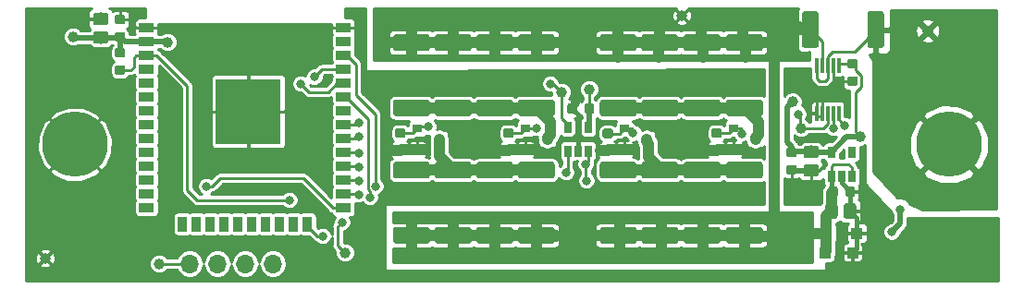
<source format=gtl>
G04 #@! TF.GenerationSoftware,KiCad,Pcbnew,5.0.0-fee4fd1~66~ubuntu18.04.1*
G04 #@! TF.CreationDate,2018-08-20T14:29:34+02:00*
G04 #@! TF.ProjectId,ESP32-li-ion-cell-monitor,45535033322D6C692D696F6E2D63656C,1.3*
G04 #@! TF.SameCoordinates,Original*
G04 #@! TF.FileFunction,Copper,L1,Top,Signal*
G04 #@! TF.FilePolarity,Positive*
%FSLAX46Y46*%
G04 Gerber Fmt 4.6, Leading zero omitted, Abs format (unit mm)*
G04 Created by KiCad (PCBNEW 5.0.0-fee4fd1~66~ubuntu18.04.1) date Mon Aug 20 14:29:34 2018*
%MOMM*%
%LPD*%
G01*
G04 APERTURE LIST*
G04 #@! TA.AperFunction,ViaPad*
%ADD10C,0.600000*%
G04 #@! TD*
G04 #@! TA.AperFunction,BGAPad,CuDef*
%ADD11C,1.000000*%
G04 #@! TD*
G04 #@! TA.AperFunction,ComponentPad*
%ADD12O,1.700000X1.700000*%
G04 #@! TD*
G04 #@! TA.AperFunction,ComponentPad*
%ADD13R,1.700000X1.700000*%
G04 #@! TD*
G04 #@! TA.AperFunction,ComponentPad*
%ADD14C,0.800000*%
G04 #@! TD*
G04 #@! TA.AperFunction,SMDPad,CuDef*
%ADD15R,6.000000X6.000000*%
G04 #@! TD*
G04 #@! TA.AperFunction,SMDPad,CuDef*
%ADD16R,1.350000X0.900000*%
G04 #@! TD*
G04 #@! TA.AperFunction,SMDPad,CuDef*
%ADD17R,0.900000X1.350000*%
G04 #@! TD*
G04 #@! TA.AperFunction,SMDPad,CuDef*
%ADD18R,0.650000X1.060000*%
G04 #@! TD*
G04 #@! TA.AperFunction,Conductor*
%ADD19C,0.100000*%
G04 #@! TD*
G04 #@! TA.AperFunction,SMDPad,CuDef*
%ADD20C,1.150000*%
G04 #@! TD*
G04 #@! TA.AperFunction,SMDPad,CuDef*
%ADD21C,0.875000*%
G04 #@! TD*
G04 #@! TA.AperFunction,SMDPad,CuDef*
%ADD22R,0.900000X0.800000*%
G04 #@! TD*
G04 #@! TA.AperFunction,SMDPad,CuDef*
%ADD23R,1.100000X1.100000*%
G04 #@! TD*
G04 #@! TA.AperFunction,SMDPad,CuDef*
%ADD24R,1.000000X1.000000*%
G04 #@! TD*
G04 #@! TA.AperFunction,SMDPad,CuDef*
%ADD25C,1.525000*%
G04 #@! TD*
G04 #@! TA.AperFunction,SMDPad,CuDef*
%ADD26R,0.300000X1.450000*%
G04 #@! TD*
G04 #@! TA.AperFunction,ComponentPad*
%ADD27C,5.999480*%
G04 #@! TD*
G04 #@! TA.AperFunction,ViaPad*
%ADD28C,0.800000*%
G04 #@! TD*
G04 #@! TA.AperFunction,ViaPad*
%ADD29C,2.000000*%
G04 #@! TD*
G04 #@! TA.AperFunction,ViaPad*
%ADD30C,1.000000*%
G04 #@! TD*
G04 #@! TA.AperFunction,Conductor*
%ADD31C,0.250000*%
G04 #@! TD*
G04 #@! TA.AperFunction,Conductor*
%ADD32C,0.400000*%
G04 #@! TD*
G04 #@! TA.AperFunction,Conductor*
%ADD33C,0.500000*%
G04 #@! TD*
G04 #@! TA.AperFunction,Conductor*
%ADD34C,1.000000*%
G04 #@! TD*
G04 #@! TA.AperFunction,Conductor*
%ADD35C,0.254000*%
G04 #@! TD*
G04 APERTURE END LIST*
D10*
G04 #@! TO.N,GND*
G04 #@! TO.C,REF\002A\002A*
X247142000Y-70866000D03*
G04 #@! TD*
G04 #@! TO.N,GND*
G04 #@! TO.C,REF\002A\002A*
X238506000Y-73152000D03*
G04 #@! TD*
G04 #@! TO.N,GND*
G04 #@! TO.C,REF\002A\002A*
X233172000Y-65024000D03*
G04 #@! TD*
G04 #@! TO.N,GND*
G04 #@! TO.C,REF\002A\002A*
X185928000Y-58166000D03*
G04 #@! TD*
G04 #@! TO.N,GND*
G04 #@! TO.C,REF\002A\002A*
X179832000Y-68326000D03*
G04 #@! TD*
G04 #@! TO.N,GND*
G04 #@! TO.C,REF\002A\002A*
X176530000Y-68326000D03*
G04 #@! TD*
G04 #@! TO.N,GND*
G04 #@! TO.C,REF\002A\002A*
X179832000Y-73152000D03*
G04 #@! TD*
G04 #@! TO.N,GND*
G04 #@! TO.C,REF\002A\002A*
X177292000Y-73152000D03*
G04 #@! TD*
G04 #@! TO.N,GND*
G04 #@! TO.C,REF\002A\002A*
X231648000Y-65786000D03*
G04 #@! TD*
G04 #@! TO.N,GND*
G04 #@! TO.C,REF\002A\002A*
X184912000Y-69596000D03*
G04 #@! TD*
G04 #@! TO.N,GND*
G04 #@! TO.C,REF\002A\002A*
X185674000Y-74930000D03*
G04 #@! TD*
G04 #@! TO.N,GND*
G04 #@! TO.C,REF\002A\002A*
X189738000Y-72644000D03*
G04 #@! TD*
G04 #@! TO.N,GND*
G04 #@! TO.C,REF\002A\002A*
X175260000Y-65532000D03*
G04 #@! TD*
G04 #@! TO.N,GND*
G04 #@! TO.C,REF\002A\002A*
X178816000Y-65532000D03*
G04 #@! TD*
G04 #@! TO.N,GND*
G04 #@! TO.C,REF\002A\002A*
X180340000Y-56388000D03*
G04 #@! TD*
G04 #@! TO.N,GND*
G04 #@! TO.C,REF\002A\002A*
X174498000Y-56388000D03*
G04 #@! TD*
G04 #@! TO.N,GND*
G04 #@! TO.C,REF\002A\002A*
X159258000Y-56134000D03*
G04 #@! TD*
G04 #@! TO.N,GND*
G04 #@! TO.C,REF\002A\002A*
X159000000Y-54000000D03*
G04 #@! TD*
G04 #@! TO.N,GND*
G04 #@! TO.C,REF\002A\002A*
X164338000Y-57912000D03*
G04 #@! TD*
G04 #@! TO.N,GND*
G04 #@! TO.C,REF\002A\002A*
X165354000Y-70866000D03*
G04 #@! TD*
G04 #@! TO.N,GND*
G04 #@! TO.C,REF\002A\002A*
X165608000Y-75184000D03*
G04 #@! TD*
G04 #@! TO.N,GND*
G04 #@! TO.C,REF\002A\002A*
X160000000Y-73000000D03*
G04 #@! TD*
G04 #@! TO.N,GND*
G04 #@! TO.C,REF\002A\002A*
X161544000Y-70866000D03*
G04 #@! TD*
G04 #@! TO.N,GND*
G04 #@! TO.C,REF\002A\002A*
X161544000Y-57912000D03*
G04 #@! TD*
G04 #@! TO.N,GND*
G04 #@! TO.C,REF\002A\002A*
X162902000Y-56000000D03*
G04 #@! TD*
G04 #@! TO.N,GND*
G04 #@! TO.C,REF\002A\002A*
X162052000Y-75184000D03*
G04 #@! TD*
G04 #@! TO.N,GND*
G04 #@! TO.C,REF\002A\002A*
X160000000Y-75438000D03*
G04 #@! TD*
G04 #@! TO.N,GND*
G04 #@! TO.C,REF\002A\002A*
X160000000Y-52000000D03*
G04 #@! TD*
G04 #@! TO.N,+BATT*
G04 #@! TO.C,REF\002A\002A*
X239014000Y-52070000D03*
G04 #@! TD*
G04 #@! TO.N,+BATT*
G04 #@! TO.C,REF\002A\002A*
X243840000Y-52324000D03*
G04 #@! TD*
G04 #@! TO.N,+BATT*
G04 #@! TO.C,REF\002A\002A*
X246634000Y-52578000D03*
G04 #@! TD*
G04 #@! TO.N,+BATT*
G04 #@! TO.C,REF\002A\002A*
X243840000Y-57912000D03*
G04 #@! TD*
G04 #@! TO.N,GND*
G04 #@! TO.C,REF\002A\002A*
X243856000Y-72898000D03*
G04 #@! TD*
G04 #@! TO.N,GND*
G04 #@! TO.C,REF\002A\002A*
X230376000Y-67818000D03*
G04 #@! TD*
G04 #@! TO.N,VCC*
G04 #@! TO.C,REF\002A\002A*
X216662000Y-70993000D03*
G04 #@! TD*
G04 #@! TO.N,VCC*
G04 #@! TO.C,REF\002A\002A*
X224282000Y-70993000D03*
G04 #@! TD*
G04 #@! TO.N,VCC*
G04 #@! TO.C,REF\002A\002A*
X220472000Y-70993000D03*
G04 #@! TD*
G04 #@! TO.N,VCC*
G04 #@! TO.C,REF\002A\002A*
X212852000Y-70993000D03*
G04 #@! TD*
G04 #@! TO.N,VCC*
G04 #@! TO.C,REF\002A\002A*
X224282000Y-73660000D03*
G04 #@! TD*
G04 #@! TO.N,VCC*
G04 #@! TO.C,REF\002A\002A*
X220472000Y-73660000D03*
G04 #@! TD*
G04 #@! TO.N,VCC*
G04 #@! TO.C,REF\002A\002A*
X216662000Y-73660000D03*
G04 #@! TD*
G04 #@! TO.N,VCC*
G04 #@! TO.C,REF\002A\002A*
X212852000Y-73660000D03*
G04 #@! TD*
G04 #@! TO.N,VCC*
G04 #@! TO.C,REF\002A\002A*
X205232000Y-73660000D03*
G04 #@! TD*
G04 #@! TO.N,VCC*
G04 #@! TO.C,REF\002A\002A*
X193802000Y-73660000D03*
G04 #@! TD*
G04 #@! TO.N,VCC*
G04 #@! TO.C,REF\002A\002A*
X201422000Y-73660000D03*
G04 #@! TD*
G04 #@! TO.N,VCC*
G04 #@! TO.C,REF\002A\002A*
X197612000Y-73660000D03*
G04 #@! TD*
G04 #@! TO.N,VCC*
G04 #@! TO.C,REF\002A\002A*
X193802000Y-70993000D03*
G04 #@! TD*
G04 #@! TO.N,VCC*
G04 #@! TO.C,REF\002A\002A*
X201422000Y-70993000D03*
G04 #@! TD*
G04 #@! TO.N,VCC*
G04 #@! TO.C,REF\002A\002A*
X205232000Y-70993000D03*
G04 #@! TD*
G04 #@! TO.N,VCC*
G04 #@! TO.C,REF\002A\002A*
X197612000Y-70993000D03*
G04 #@! TD*
G04 #@! TO.N,VCC*
G04 #@! TO.C,REF\002A\002A*
X212725000Y-53213000D03*
G04 #@! TD*
G04 #@! TO.N,VCC*
G04 #@! TO.C,REF\002A\002A*
X220345000Y-53213000D03*
G04 #@! TD*
G04 #@! TO.N,VCC*
G04 #@! TO.C,REF\002A\002A*
X224155000Y-53213000D03*
G04 #@! TD*
G04 #@! TO.N,VCC*
G04 #@! TO.C,REF\002A\002A*
X216535000Y-53213000D03*
G04 #@! TD*
G04 #@! TO.N,VCC*
G04 #@! TO.C,REF\002A\002A*
X197612000Y-53340000D03*
G04 #@! TD*
G04 #@! TO.N,VCC*
G04 #@! TO.C,REF\002A\002A*
X205232000Y-53340000D03*
G04 #@! TD*
G04 #@! TO.N,VCC*
G04 #@! TO.C,REF\002A\002A*
X193802000Y-53340000D03*
G04 #@! TD*
G04 #@! TO.N,VCC*
G04 #@! TO.C,REF\002A\002A*
X201422000Y-53340000D03*
G04 #@! TD*
G04 #@! TO.N,VCC*
G04 #@! TO.C,REF\002A\002A*
X193802000Y-55880000D03*
G04 #@! TD*
G04 #@! TO.N,VCC*
G04 #@! TO.C,REF\002A\002A*
X197612000Y-55880000D03*
G04 #@! TD*
G04 #@! TO.N,VCC*
G04 #@! TO.C,REF\002A\002A*
X201422000Y-55880000D03*
G04 #@! TD*
G04 #@! TO.N,VCC*
G04 #@! TO.C,REF\002A\002A*
X205232000Y-55880000D03*
G04 #@! TD*
G04 #@! TO.N,VCC*
G04 #@! TO.C,REF\002A\002A*
X212725000Y-56007000D03*
G04 #@! TD*
G04 #@! TO.N,VCC*
G04 #@! TO.C,REF\002A\002A*
X216408000Y-56007000D03*
G04 #@! TD*
G04 #@! TO.N,VCC*
G04 #@! TO.C,REF\002A\002A*
X220472000Y-56007000D03*
G04 #@! TD*
G04 #@! TO.N,VCC*
G04 #@! TO.C,REF\002A\002A*
X224409000Y-56007000D03*
G04 #@! TD*
G04 #@! TO.N,GND*
G04 #@! TO.C,REF\002A\002A*
X205232000Y-68072000D03*
G04 #@! TD*
G04 #@! TO.N,GND*
G04 #@! TO.C,REF\002A\002A*
X201295000Y-68072000D03*
G04 #@! TD*
G04 #@! TO.N,GND*
G04 #@! TO.C,REF\002A\002A*
X197612000Y-68072000D03*
G04 #@! TD*
G04 #@! TO.N,GND*
G04 #@! TO.C,REF\002A\002A*
X194056000Y-68072000D03*
G04 #@! TD*
G04 #@! TO.N,GND*
G04 #@! TO.C,REF\002A\002A*
X205232000Y-59182000D03*
G04 #@! TD*
G04 #@! TO.N,GND*
G04 #@! TO.C,REF\002A\002A*
X201295000Y-59182000D03*
G04 #@! TD*
G04 #@! TO.N,GND*
G04 #@! TO.C,REF\002A\002A*
X220472000Y-62230000D03*
G04 #@! TD*
G04 #@! TO.N,GND*
G04 #@! TO.C,REF\002A\002A*
X220472000Y-64516000D03*
G04 #@! TD*
G04 #@! TO.N,GND*
G04 #@! TO.C,REF\002A\002A*
X201422000Y-64516000D03*
G04 #@! TD*
G04 #@! TO.N,GND*
G04 #@! TO.C,REF\002A\002A*
X201422000Y-62230000D03*
G04 #@! TD*
G04 #@! TO.N,GND*
G04 #@! TO.C,REF\002A\002A*
X220472000Y-58928000D03*
G04 #@! TD*
D11*
G04 #@! TO.P,TP9,1*
G04 #@! TO.N,/Alert1*
X229489000Y-62484000D03*
G04 #@! TD*
D10*
G04 #@! TO.N,GND*
G04 #@! TO.C,REF\002A\002A*
X228346000Y-57912000D03*
G04 #@! TD*
G04 #@! TO.N,GND*
G04 #@! TO.C,REF\002A\002A*
X224409000Y-58928000D03*
G04 #@! TD*
G04 #@! TO.N,GND*
G04 #@! TO.C,REF\002A\002A*
X230376000Y-63500000D03*
G04 #@! TD*
G04 #@! TO.N,GND*
G04 #@! TO.C,REF\002A\002A*
X216662000Y-75946000D03*
G04 #@! TD*
G04 #@! TO.N,GND*
G04 #@! TO.C,REF\002A\002A*
X233426000Y-59690000D03*
G04 #@! TD*
G04 #@! TO.N,VCC*
G04 #@! TO.C,REF\002A\002A*
X208914000Y-72898000D03*
G04 #@! TD*
G04 #@! TO.N,VCC*
G04 #@! TO.C,REF\002A\002A*
X209930000Y-72898000D03*
G04 #@! TD*
G04 #@! TO.N,VCC*
G04 #@! TO.C,REF\002A\002A*
X209930000Y-71882000D03*
G04 #@! TD*
G04 #@! TO.N,VCC*
G04 #@! TO.C,REF\002A\002A*
X207898000Y-72898000D03*
G04 #@! TD*
G04 #@! TO.N,VCC*
G04 #@! TO.C,REF\002A\002A*
X207898000Y-71882000D03*
G04 #@! TD*
G04 #@! TO.N,VCC*
G04 #@! TO.C,REF\002A\002A*
X209930000Y-55626000D03*
G04 #@! TD*
G04 #@! TO.N,VCC*
G04 #@! TO.C,REF\002A\002A*
X208914000Y-55626000D03*
G04 #@! TD*
G04 #@! TO.N,VCC*
G04 #@! TO.C,REF\002A\002A*
X207898000Y-55626000D03*
G04 #@! TD*
G04 #@! TO.N,VCC*
G04 #@! TO.C,REF\002A\002A*
X207898000Y-54610000D03*
G04 #@! TD*
G04 #@! TO.N,VCC*
G04 #@! TO.C,REF\002A\002A*
X209930000Y-54610000D03*
G04 #@! TD*
G04 #@! TO.N,VCC*
G04 #@! TO.C,REF\002A\002A*
X214630000Y-52070000D03*
G04 #@! TD*
G04 #@! TO.N,GND*
G04 #@! TO.C,REF\002A\002A*
X193802000Y-75946000D03*
G04 #@! TD*
G04 #@! TO.N,GND*
G04 #@! TO.C,REF\002A\002A*
X205232000Y-75946000D03*
G04 #@! TD*
G04 #@! TO.N,GND*
G04 #@! TO.C,REF\002A\002A*
X220345000Y-68072000D03*
G04 #@! TD*
G04 #@! TO.N,GND*
G04 #@! TO.C,REF\002A\002A*
X236474000Y-75946000D03*
G04 #@! TD*
G04 #@! TO.N,GND*
G04 #@! TO.C,REF\002A\002A*
X233172000Y-75946000D03*
G04 #@! TD*
G04 #@! TO.N,+BATT*
G04 #@! TO.C,REF\002A\002A*
X236982000Y-59436000D03*
G04 #@! TD*
G04 #@! TO.N,+BATT*
G04 #@! TO.C,REF\002A\002A*
X246886000Y-59436000D03*
G04 #@! TD*
G04 #@! TO.N,+BATT*
G04 #@! TO.C,REF\002A\002A*
X236982000Y-56896000D03*
G04 #@! TD*
G04 #@! TO.N,+BATT*
G04 #@! TO.C,REF\002A\002A*
X246632000Y-68326000D03*
G04 #@! TD*
G04 #@! TO.N,+BATT*
G04 #@! TO.C,REF\002A\002A*
X246886000Y-54864000D03*
G04 #@! TD*
G04 #@! TO.N,+BATT*
G04 #@! TO.C,REF\002A\002A*
X240792000Y-57404000D03*
G04 #@! TD*
G04 #@! TO.N,VCC*
G04 #@! TO.C,REF\002A\002A*
X227584000Y-52070000D03*
G04 #@! TD*
G04 #@! TO.N,VCC*
G04 #@! TO.C,REF\002A\002A*
X208914000Y-71882000D03*
G04 #@! TD*
G04 #@! TO.N,VCC*
G04 #@! TO.C,REF\002A\002A*
X208914000Y-54610000D03*
G04 #@! TD*
G04 #@! TO.N,GND*
G04 #@! TO.C,REF\002A\002A*
X213106000Y-59182000D03*
G04 #@! TD*
G04 #@! TO.N,GND*
G04 #@! TO.C,REF\002A\002A*
X211708000Y-59182000D03*
G04 #@! TD*
G04 #@! TO.N,GND*
G04 #@! TO.C,REF\002A\002A*
X197612000Y-59182000D03*
G04 #@! TD*
G04 #@! TO.N,GND*
G04 #@! TO.C,REF\002A\002A*
X194056000Y-59182000D03*
G04 #@! TD*
G04 #@! TO.N,GND*
G04 #@! TO.C,REF\002A\002A*
X214312000Y-64516000D03*
G04 #@! TD*
G04 #@! TO.N,GND*
G04 #@! TO.C,REF\002A\002A*
X195225990Y-64450000D03*
G04 #@! TD*
G04 #@! TO.N,GND*
G04 #@! TO.C,REF\002A\002A*
X205232000Y-64516000D03*
G04 #@! TD*
G04 #@! TO.N,GND*
G04 #@! TO.C,REF\002A\002A*
X197612000Y-64516000D03*
G04 #@! TD*
G04 #@! TO.N,GND*
G04 #@! TO.C,REF\002A\002A*
X224282000Y-64516000D03*
G04 #@! TD*
G04 #@! TO.N,VCC*
G04 #@! TO.C,REF\002A\002A*
X226568000Y-55372000D03*
G04 #@! TD*
G04 #@! TO.N,VCC*
G04 #@! TO.C,REF\002A\002A*
X228600000Y-55372000D03*
G04 #@! TD*
G04 #@! TO.N,VCC*
G04 #@! TO.C,REF\002A\002A*
X228600000Y-53594000D03*
G04 #@! TD*
G04 #@! TO.N,VCC*
G04 #@! TO.C,REF\002A\002A*
X226568000Y-53594000D03*
G04 #@! TD*
G04 #@! TO.N,VCC*
G04 #@! TO.C,REF\002A\002A*
X228725000Y-71628000D03*
G04 #@! TD*
G04 #@! TO.N,VCC*
G04 #@! TO.C,REF\002A\002A*
X228725000Y-73152000D03*
G04 #@! TD*
G04 #@! TO.N,VCC*
G04 #@! TO.C,REF\002A\002A*
X226695000Y-73152000D03*
G04 #@! TD*
G04 #@! TO.N,VCC*
G04 #@! TO.C,REF\002A\002A*
X226695000Y-71628000D03*
G04 #@! TD*
G04 #@! TO.N,GND*
G04 #@! TO.C,REF\002A\002A*
X223266000Y-75946000D03*
G04 #@! TD*
G04 #@! TO.N,GND*
G04 #@! TO.C,REF\002A\002A*
X246650000Y-75184000D03*
G04 #@! TD*
G04 #@! TO.N,GND*
G04 #@! TO.C,REF\002A\002A*
X216598000Y-62230000D03*
G04 #@! TD*
G04 #@! TO.N,GND*
G04 #@! TO.C,REF\002A\002A*
X197612000Y-62230000D03*
G04 #@! TD*
G04 #@! TO.N,GND*
G04 #@! TO.C,REF\002A\002A*
X235966000Y-70358000D03*
G04 #@! TD*
G04 #@! TO.N,GND*
G04 #@! TO.C,REF\002A\002A*
X212852000Y-68072000D03*
G04 #@! TD*
G04 #@! TO.N,GND*
G04 #@! TO.C,REF\002A\002A*
X224282000Y-68072000D03*
G04 #@! TD*
G04 #@! TO.N,GND*
G04 #@! TO.C,REF\002A\002A*
X216916000Y-64516000D03*
G04 #@! TD*
G04 #@! TO.N,GND*
G04 #@! TO.C,REF\002A\002A*
X214756000Y-59182000D03*
G04 #@! TD*
D12*
G04 #@! TO.P,J3,5*
G04 #@! TO.N,/BOOT*
X173482000Y-74930000D03*
G04 #@! TO.P,J3,4*
G04 #@! TO.N,/RX*
X176022000Y-74930000D03*
G04 #@! TO.P,J3,3*
G04 #@! TO.N,/TX*
X178562000Y-74930000D03*
G04 #@! TO.P,J3,2*
G04 #@! TO.N,/EN*
X181102000Y-74930000D03*
D13*
G04 #@! TO.P,J3,1*
G04 #@! TO.N,GND*
X183642000Y-74930000D03*
G04 #@! TD*
D10*
G04 #@! TO.N,GND*
G04 #@! TO.C,REF\002A\002A*
X216662000Y-68072000D03*
G04 #@! TD*
G04 #@! TO.N,GND*
G04 #@! TO.C,REF\002A\002A*
X189992000Y-58928000D03*
G04 #@! TD*
G04 #@! TO.N,GND*
G04 #@! TO.C,REF\002A\002A*
X216535000Y-58928000D03*
G04 #@! TD*
G04 #@! TO.N,GND*
G04 #@! TO.C,REF\002A\002A*
X191262000Y-58166000D03*
G04 #@! TD*
D14*
G04 #@! TO.P,U2,39*
G04 #@! TO.N,GND*
X176856000Y-58990000D03*
D15*
X178856000Y-60990000D03*
D16*
G04 #@! TO.P,U2,1*
X169556000Y-53280000D03*
G04 #@! TO.P,U2,2*
G04 #@! TO.N,+2V8*
X169556000Y-54550000D03*
G04 #@! TO.P,U2,3*
G04 #@! TO.N,/EN*
X169556000Y-55820000D03*
G04 #@! TO.P,U2,4*
G04 #@! TO.N,Net-(U2-Pad4)*
X169556000Y-57090000D03*
G04 #@! TO.P,U2,5*
G04 #@! TO.N,Net-(U2-Pad5)*
X169556000Y-58360000D03*
G04 #@! TO.P,U2,6*
G04 #@! TO.N,Net-(U2-Pad6)*
X169556000Y-59630000D03*
G04 #@! TO.P,U2,7*
G04 #@! TO.N,Net-(U2-Pad7)*
X169556000Y-60900000D03*
G04 #@! TO.P,U2,8*
G04 #@! TO.N,Net-(U2-Pad8)*
X169556000Y-62170000D03*
G04 #@! TO.P,U2,9*
G04 #@! TO.N,Net-(U2-Pad9)*
X169556000Y-63440000D03*
G04 #@! TO.P,U2,10*
G04 #@! TO.N,Net-(U2-Pad10)*
X169556000Y-64710000D03*
G04 #@! TO.P,U2,11*
G04 #@! TO.N,Net-(U2-Pad11)*
X169556000Y-65980000D03*
G04 #@! TO.P,U2,12*
G04 #@! TO.N,Net-(U2-Pad12)*
X169556000Y-67250000D03*
G04 #@! TO.P,U2,13*
G04 #@! TO.N,Net-(U2-Pad13)*
X169556000Y-68520000D03*
G04 #@! TO.P,U2,14*
G04 #@! TO.N,Net-(U2-Pad14)*
X169556000Y-69790000D03*
D17*
G04 #@! TO.P,U2,15*
G04 #@! TO.N,Net-(U2-Pad15)*
X172856000Y-71290000D03*
G04 #@! TO.P,U2,16*
G04 #@! TO.N,Net-(U2-Pad16)*
X174126000Y-71290000D03*
G04 #@! TO.P,U2,17*
G04 #@! TO.N,Net-(U2-Pad17)*
X175396000Y-71290000D03*
G04 #@! TO.P,U2,18*
G04 #@! TO.N,Net-(U2-Pad18)*
X176666000Y-71290000D03*
G04 #@! TO.P,U2,19*
G04 #@! TO.N,Net-(U2-Pad19)*
X177936000Y-71290000D03*
G04 #@! TO.P,U2,20*
G04 #@! TO.N,Net-(U2-Pad20)*
X179206000Y-71290000D03*
G04 #@! TO.P,U2,21*
G04 #@! TO.N,Net-(U2-Pad21)*
X180476000Y-71290000D03*
G04 #@! TO.P,U2,22*
G04 #@! TO.N,Net-(U2-Pad22)*
X181746000Y-71290000D03*
G04 #@! TO.P,U2,23*
G04 #@! TO.N,Net-(U2-Pad23)*
X183016000Y-71290000D03*
G04 #@! TO.P,U2,24*
G04 #@! TO.N,/Alert3*
X184286000Y-71290000D03*
D16*
G04 #@! TO.P,U2,25*
G04 #@! TO.N,/BOOT*
X187586000Y-69790000D03*
G04 #@! TO.P,U2,26*
G04 #@! TO.N,Net-(Q4-Pad1)*
X187586000Y-68520000D03*
G04 #@! TO.P,U2,27*
G04 #@! TO.N,Net-(Q3-Pad1)*
X187586000Y-67250000D03*
G04 #@! TO.P,U2,28*
G04 #@! TO.N,Net-(Q2-Pad1)*
X187586000Y-65980000D03*
G04 #@! TO.P,U2,29*
G04 #@! TO.N,Net-(Q1-Pad1)*
X187586000Y-64710000D03*
G04 #@! TO.P,U2,30*
G04 #@! TO.N,/Alert2*
X187586000Y-63440000D03*
G04 #@! TO.P,U2,31*
G04 #@! TO.N,/Alert1*
X187586000Y-62170000D03*
G04 #@! TO.P,U2,32*
G04 #@! TO.N,Net-(U2-Pad32)*
X187586000Y-60900000D03*
G04 #@! TO.P,U2,33*
G04 #@! TO.N,/SDA*
X187586000Y-59630000D03*
G04 #@! TO.P,U2,34*
G04 #@! TO.N,/RX*
X187586000Y-58360000D03*
G04 #@! TO.P,U2,35*
G04 #@! TO.N,/TX*
X187586000Y-57090000D03*
G04 #@! TO.P,U2,36*
G04 #@! TO.N,/SCL*
X187586000Y-55820000D03*
G04 #@! TO.P,U2,37*
G04 #@! TO.N,Net-(U2-Pad37)*
X187586000Y-54550000D03*
G04 #@! TO.P,U2,38*
G04 #@! TO.N,GND*
X187586000Y-53280000D03*
D14*
G04 #@! TO.P,U2,39*
X176856000Y-59990000D03*
X176856000Y-60990000D03*
X176856000Y-61990000D03*
X176856000Y-62990000D03*
X177856000Y-62990000D03*
X177856000Y-61990000D03*
X177856000Y-60990000D03*
X177856000Y-59990000D03*
X177856000Y-58990000D03*
X179856000Y-58990000D03*
X179856000Y-59990000D03*
X179856000Y-60990000D03*
X179856000Y-61990000D03*
X179856000Y-62990000D03*
X178856000Y-62990000D03*
X178856000Y-61990000D03*
X178856000Y-60990000D03*
X178856000Y-59990000D03*
X178856000Y-58990000D03*
X180856000Y-62990000D03*
X180856000Y-61990000D03*
X180856000Y-60990000D03*
X180856000Y-59990000D03*
X180856000Y-58990000D03*
G04 #@! TD*
D18*
G04 #@! TO.P,U4,1*
G04 #@! TO.N,/SDA*
X208092000Y-64600000D03*
G04 #@! TO.P,U4,2*
G04 #@! TO.N,GND*
X209042000Y-64600000D03*
G04 #@! TO.P,U4,3*
G04 #@! TO.N,/SCL*
X209992000Y-64600000D03*
G04 #@! TO.P,U4,4*
G04 #@! TO.N,+2V8*
X209992000Y-62400000D03*
G04 #@! TO.P,U4,5*
G04 #@! TO.N,/Alert2*
X208092000Y-62400000D03*
G04 #@! TD*
D19*
G04 #@! TO.N,GND*
G04 #@! TO.C,C1*
G36*
X165828505Y-51916204D02*
X165852773Y-51919804D01*
X165876572Y-51925765D01*
X165899671Y-51934030D01*
X165921850Y-51944520D01*
X165942893Y-51957132D01*
X165962599Y-51971747D01*
X165980777Y-51988223D01*
X165997253Y-52006401D01*
X166011868Y-52026107D01*
X166024480Y-52047150D01*
X166034970Y-52069329D01*
X166043235Y-52092428D01*
X166049196Y-52116227D01*
X166052796Y-52140495D01*
X166054000Y-52164999D01*
X166054000Y-52815001D01*
X166052796Y-52839505D01*
X166049196Y-52863773D01*
X166043235Y-52887572D01*
X166034970Y-52910671D01*
X166024480Y-52932850D01*
X166011868Y-52953893D01*
X165997253Y-52973599D01*
X165980777Y-52991777D01*
X165962599Y-53008253D01*
X165942893Y-53022868D01*
X165921850Y-53035480D01*
X165899671Y-53045970D01*
X165876572Y-53054235D01*
X165852773Y-53060196D01*
X165828505Y-53063796D01*
X165804001Y-53065000D01*
X164903999Y-53065000D01*
X164879495Y-53063796D01*
X164855227Y-53060196D01*
X164831428Y-53054235D01*
X164808329Y-53045970D01*
X164786150Y-53035480D01*
X164765107Y-53022868D01*
X164745401Y-53008253D01*
X164727223Y-52991777D01*
X164710747Y-52973599D01*
X164696132Y-52953893D01*
X164683520Y-52932850D01*
X164673030Y-52910671D01*
X164664765Y-52887572D01*
X164658804Y-52863773D01*
X164655204Y-52839505D01*
X164654000Y-52815001D01*
X164654000Y-52164999D01*
X164655204Y-52140495D01*
X164658804Y-52116227D01*
X164664765Y-52092428D01*
X164673030Y-52069329D01*
X164683520Y-52047150D01*
X164696132Y-52026107D01*
X164710747Y-52006401D01*
X164727223Y-51988223D01*
X164745401Y-51971747D01*
X164765107Y-51957132D01*
X164786150Y-51944520D01*
X164808329Y-51934030D01*
X164831428Y-51925765D01*
X164855227Y-51919804D01*
X164879495Y-51916204D01*
X164903999Y-51915000D01*
X165804001Y-51915000D01*
X165828505Y-51916204D01*
X165828505Y-51916204D01*
G37*
D20*
G04 #@! TD*
G04 #@! TO.P,C1,1*
G04 #@! TO.N,GND*
X165354000Y-52490000D03*
D19*
G04 #@! TO.N,+2V8*
G04 #@! TO.C,C1*
G36*
X165828505Y-53616204D02*
X165852773Y-53619804D01*
X165876572Y-53625765D01*
X165899671Y-53634030D01*
X165921850Y-53644520D01*
X165942893Y-53657132D01*
X165962599Y-53671747D01*
X165980777Y-53688223D01*
X165997253Y-53706401D01*
X166011868Y-53726107D01*
X166024480Y-53747150D01*
X166034970Y-53769329D01*
X166043235Y-53792428D01*
X166049196Y-53816227D01*
X166052796Y-53840495D01*
X166054000Y-53864999D01*
X166054000Y-54515001D01*
X166052796Y-54539505D01*
X166049196Y-54563773D01*
X166043235Y-54587572D01*
X166034970Y-54610671D01*
X166024480Y-54632850D01*
X166011868Y-54653893D01*
X165997253Y-54673599D01*
X165980777Y-54691777D01*
X165962599Y-54708253D01*
X165942893Y-54722868D01*
X165921850Y-54735480D01*
X165899671Y-54745970D01*
X165876572Y-54754235D01*
X165852773Y-54760196D01*
X165828505Y-54763796D01*
X165804001Y-54765000D01*
X164903999Y-54765000D01*
X164879495Y-54763796D01*
X164855227Y-54760196D01*
X164831428Y-54754235D01*
X164808329Y-54745970D01*
X164786150Y-54735480D01*
X164765107Y-54722868D01*
X164745401Y-54708253D01*
X164727223Y-54691777D01*
X164710747Y-54673599D01*
X164696132Y-54653893D01*
X164683520Y-54632850D01*
X164673030Y-54610671D01*
X164664765Y-54587572D01*
X164658804Y-54563773D01*
X164655204Y-54539505D01*
X164654000Y-54515001D01*
X164654000Y-53864999D01*
X164655204Y-53840495D01*
X164658804Y-53816227D01*
X164664765Y-53792428D01*
X164673030Y-53769329D01*
X164683520Y-53747150D01*
X164696132Y-53726107D01*
X164710747Y-53706401D01*
X164727223Y-53688223D01*
X164745401Y-53671747D01*
X164765107Y-53657132D01*
X164786150Y-53644520D01*
X164808329Y-53634030D01*
X164831428Y-53625765D01*
X164855227Y-53619804D01*
X164879495Y-53616204D01*
X164903999Y-53615000D01*
X165804001Y-53615000D01*
X165828505Y-53616204D01*
X165828505Y-53616204D01*
G37*
D20*
G04 #@! TD*
G04 #@! TO.P,C1,2*
G04 #@! TO.N,+2V8*
X165354000Y-54190000D03*
D19*
G04 #@! TO.N,GND*
G04 #@! TO.C,C4*
G36*
X234199691Y-67852053D02*
X234220926Y-67855203D01*
X234241750Y-67860419D01*
X234261962Y-67867651D01*
X234281368Y-67876830D01*
X234299781Y-67887866D01*
X234317024Y-67900654D01*
X234332930Y-67915070D01*
X234347346Y-67930976D01*
X234360134Y-67948219D01*
X234371170Y-67966632D01*
X234380349Y-67986038D01*
X234387581Y-68006250D01*
X234392797Y-68027074D01*
X234395947Y-68048309D01*
X234397000Y-68069750D01*
X234397000Y-68582250D01*
X234395947Y-68603691D01*
X234392797Y-68624926D01*
X234387581Y-68645750D01*
X234380349Y-68665962D01*
X234371170Y-68685368D01*
X234360134Y-68703781D01*
X234347346Y-68721024D01*
X234332930Y-68736930D01*
X234317024Y-68751346D01*
X234299781Y-68764134D01*
X234281368Y-68775170D01*
X234261962Y-68784349D01*
X234241750Y-68791581D01*
X234220926Y-68796797D01*
X234199691Y-68799947D01*
X234178250Y-68801000D01*
X233740750Y-68801000D01*
X233719309Y-68799947D01*
X233698074Y-68796797D01*
X233677250Y-68791581D01*
X233657038Y-68784349D01*
X233637632Y-68775170D01*
X233619219Y-68764134D01*
X233601976Y-68751346D01*
X233586070Y-68736930D01*
X233571654Y-68721024D01*
X233558866Y-68703781D01*
X233547830Y-68685368D01*
X233538651Y-68665962D01*
X233531419Y-68645750D01*
X233526203Y-68624926D01*
X233523053Y-68603691D01*
X233522000Y-68582250D01*
X233522000Y-68069750D01*
X233523053Y-68048309D01*
X233526203Y-68027074D01*
X233531419Y-68006250D01*
X233538651Y-67986038D01*
X233547830Y-67966632D01*
X233558866Y-67948219D01*
X233571654Y-67930976D01*
X233586070Y-67915070D01*
X233601976Y-67900654D01*
X233619219Y-67887866D01*
X233637632Y-67876830D01*
X233657038Y-67867651D01*
X233677250Y-67860419D01*
X233698074Y-67855203D01*
X233719309Y-67852053D01*
X233740750Y-67851000D01*
X234178250Y-67851000D01*
X234199691Y-67852053D01*
X234199691Y-67852053D01*
G37*
D21*
G04 #@! TD*
G04 #@! TO.P,C4,2*
G04 #@! TO.N,GND*
X233959500Y-68326000D03*
D19*
G04 #@! TO.N,VCC*
G04 #@! TO.C,C4*
G36*
X232624691Y-67852053D02*
X232645926Y-67855203D01*
X232666750Y-67860419D01*
X232686962Y-67867651D01*
X232706368Y-67876830D01*
X232724781Y-67887866D01*
X232742024Y-67900654D01*
X232757930Y-67915070D01*
X232772346Y-67930976D01*
X232785134Y-67948219D01*
X232796170Y-67966632D01*
X232805349Y-67986038D01*
X232812581Y-68006250D01*
X232817797Y-68027074D01*
X232820947Y-68048309D01*
X232822000Y-68069750D01*
X232822000Y-68582250D01*
X232820947Y-68603691D01*
X232817797Y-68624926D01*
X232812581Y-68645750D01*
X232805349Y-68665962D01*
X232796170Y-68685368D01*
X232785134Y-68703781D01*
X232772346Y-68721024D01*
X232757930Y-68736930D01*
X232742024Y-68751346D01*
X232724781Y-68764134D01*
X232706368Y-68775170D01*
X232686962Y-68784349D01*
X232666750Y-68791581D01*
X232645926Y-68796797D01*
X232624691Y-68799947D01*
X232603250Y-68801000D01*
X232165750Y-68801000D01*
X232144309Y-68799947D01*
X232123074Y-68796797D01*
X232102250Y-68791581D01*
X232082038Y-68784349D01*
X232062632Y-68775170D01*
X232044219Y-68764134D01*
X232026976Y-68751346D01*
X232011070Y-68736930D01*
X231996654Y-68721024D01*
X231983866Y-68703781D01*
X231972830Y-68685368D01*
X231963651Y-68665962D01*
X231956419Y-68645750D01*
X231951203Y-68624926D01*
X231948053Y-68603691D01*
X231947000Y-68582250D01*
X231947000Y-68069750D01*
X231948053Y-68048309D01*
X231951203Y-68027074D01*
X231956419Y-68006250D01*
X231963651Y-67986038D01*
X231972830Y-67966632D01*
X231983866Y-67948219D01*
X231996654Y-67930976D01*
X232011070Y-67915070D01*
X232026976Y-67900654D01*
X232044219Y-67887866D01*
X232062632Y-67876830D01*
X232082038Y-67867651D01*
X232102250Y-67860419D01*
X232123074Y-67855203D01*
X232144309Y-67852053D01*
X232165750Y-67851000D01*
X232603250Y-67851000D01*
X232624691Y-67852053D01*
X232624691Y-67852053D01*
G37*
D21*
G04 #@! TD*
G04 #@! TO.P,C4,1*
G04 #@! TO.N,VCC*
X232384500Y-68326000D03*
D19*
G04 #@! TO.N,+2V8*
G04 #@! TO.C,C5*
G36*
X230852505Y-64108204D02*
X230876773Y-64111804D01*
X230900572Y-64117765D01*
X230923671Y-64126030D01*
X230945850Y-64136520D01*
X230966893Y-64149132D01*
X230986599Y-64163747D01*
X231004777Y-64180223D01*
X231021253Y-64198401D01*
X231035868Y-64218107D01*
X231048480Y-64239150D01*
X231058970Y-64261329D01*
X231067235Y-64284428D01*
X231073196Y-64308227D01*
X231076796Y-64332495D01*
X231078000Y-64356999D01*
X231078000Y-65007001D01*
X231076796Y-65031505D01*
X231073196Y-65055773D01*
X231067235Y-65079572D01*
X231058970Y-65102671D01*
X231048480Y-65124850D01*
X231035868Y-65145893D01*
X231021253Y-65165599D01*
X231004777Y-65183777D01*
X230986599Y-65200253D01*
X230966893Y-65214868D01*
X230945850Y-65227480D01*
X230923671Y-65237970D01*
X230900572Y-65246235D01*
X230876773Y-65252196D01*
X230852505Y-65255796D01*
X230828001Y-65257000D01*
X229927999Y-65257000D01*
X229903495Y-65255796D01*
X229879227Y-65252196D01*
X229855428Y-65246235D01*
X229832329Y-65237970D01*
X229810150Y-65227480D01*
X229789107Y-65214868D01*
X229769401Y-65200253D01*
X229751223Y-65183777D01*
X229734747Y-65165599D01*
X229720132Y-65145893D01*
X229707520Y-65124850D01*
X229697030Y-65102671D01*
X229688765Y-65079572D01*
X229682804Y-65055773D01*
X229679204Y-65031505D01*
X229678000Y-65007001D01*
X229678000Y-64356999D01*
X229679204Y-64332495D01*
X229682804Y-64308227D01*
X229688765Y-64284428D01*
X229697030Y-64261329D01*
X229707520Y-64239150D01*
X229720132Y-64218107D01*
X229734747Y-64198401D01*
X229751223Y-64180223D01*
X229769401Y-64163747D01*
X229789107Y-64149132D01*
X229810150Y-64136520D01*
X229832329Y-64126030D01*
X229855428Y-64117765D01*
X229879227Y-64111804D01*
X229903495Y-64108204D01*
X229927999Y-64107000D01*
X230828001Y-64107000D01*
X230852505Y-64108204D01*
X230852505Y-64108204D01*
G37*
D20*
G04 #@! TD*
G04 #@! TO.P,C5,1*
G04 #@! TO.N,+2V8*
X230378000Y-64682000D03*
D19*
G04 #@! TO.N,GND*
G04 #@! TO.C,C5*
G36*
X230852505Y-65808204D02*
X230876773Y-65811804D01*
X230900572Y-65817765D01*
X230923671Y-65826030D01*
X230945850Y-65836520D01*
X230966893Y-65849132D01*
X230986599Y-65863747D01*
X231004777Y-65880223D01*
X231021253Y-65898401D01*
X231035868Y-65918107D01*
X231048480Y-65939150D01*
X231058970Y-65961329D01*
X231067235Y-65984428D01*
X231073196Y-66008227D01*
X231076796Y-66032495D01*
X231078000Y-66056999D01*
X231078000Y-66707001D01*
X231076796Y-66731505D01*
X231073196Y-66755773D01*
X231067235Y-66779572D01*
X231058970Y-66802671D01*
X231048480Y-66824850D01*
X231035868Y-66845893D01*
X231021253Y-66865599D01*
X231004777Y-66883777D01*
X230986599Y-66900253D01*
X230966893Y-66914868D01*
X230945850Y-66927480D01*
X230923671Y-66937970D01*
X230900572Y-66946235D01*
X230876773Y-66952196D01*
X230852505Y-66955796D01*
X230828001Y-66957000D01*
X229927999Y-66957000D01*
X229903495Y-66955796D01*
X229879227Y-66952196D01*
X229855428Y-66946235D01*
X229832329Y-66937970D01*
X229810150Y-66927480D01*
X229789107Y-66914868D01*
X229769401Y-66900253D01*
X229751223Y-66883777D01*
X229734747Y-66865599D01*
X229720132Y-66845893D01*
X229707520Y-66824850D01*
X229697030Y-66802671D01*
X229688765Y-66779572D01*
X229682804Y-66755773D01*
X229679204Y-66731505D01*
X229678000Y-66707001D01*
X229678000Y-66056999D01*
X229679204Y-66032495D01*
X229682804Y-66008227D01*
X229688765Y-65984428D01*
X229697030Y-65961329D01*
X229707520Y-65939150D01*
X229720132Y-65918107D01*
X229734747Y-65898401D01*
X229751223Y-65880223D01*
X229769401Y-65863747D01*
X229789107Y-65849132D01*
X229810150Y-65836520D01*
X229832329Y-65826030D01*
X229855428Y-65817765D01*
X229879227Y-65811804D01*
X229903495Y-65808204D01*
X229927999Y-65807000D01*
X230828001Y-65807000D01*
X230852505Y-65808204D01*
X230852505Y-65808204D01*
G37*
D20*
G04 #@! TD*
G04 #@! TO.P,C5,2*
G04 #@! TO.N,GND*
X230378000Y-66382000D03*
D19*
G04 #@! TO.N,+2V8*
G04 #@! TO.C,C6*
G36*
X228877691Y-64308053D02*
X228898926Y-64311203D01*
X228919750Y-64316419D01*
X228939962Y-64323651D01*
X228959368Y-64332830D01*
X228977781Y-64343866D01*
X228995024Y-64356654D01*
X229010930Y-64371070D01*
X229025346Y-64386976D01*
X229038134Y-64404219D01*
X229049170Y-64422632D01*
X229058349Y-64442038D01*
X229065581Y-64462250D01*
X229070797Y-64483074D01*
X229073947Y-64504309D01*
X229075000Y-64525750D01*
X229075000Y-64963250D01*
X229073947Y-64984691D01*
X229070797Y-65005926D01*
X229065581Y-65026750D01*
X229058349Y-65046962D01*
X229049170Y-65066368D01*
X229038134Y-65084781D01*
X229025346Y-65102024D01*
X229010930Y-65117930D01*
X228995024Y-65132346D01*
X228977781Y-65145134D01*
X228959368Y-65156170D01*
X228939962Y-65165349D01*
X228919750Y-65172581D01*
X228898926Y-65177797D01*
X228877691Y-65180947D01*
X228856250Y-65182000D01*
X228343750Y-65182000D01*
X228322309Y-65180947D01*
X228301074Y-65177797D01*
X228280250Y-65172581D01*
X228260038Y-65165349D01*
X228240632Y-65156170D01*
X228222219Y-65145134D01*
X228204976Y-65132346D01*
X228189070Y-65117930D01*
X228174654Y-65102024D01*
X228161866Y-65084781D01*
X228150830Y-65066368D01*
X228141651Y-65046962D01*
X228134419Y-65026750D01*
X228129203Y-65005926D01*
X228126053Y-64984691D01*
X228125000Y-64963250D01*
X228125000Y-64525750D01*
X228126053Y-64504309D01*
X228129203Y-64483074D01*
X228134419Y-64462250D01*
X228141651Y-64442038D01*
X228150830Y-64422632D01*
X228161866Y-64404219D01*
X228174654Y-64386976D01*
X228189070Y-64371070D01*
X228204976Y-64356654D01*
X228222219Y-64343866D01*
X228240632Y-64332830D01*
X228260038Y-64323651D01*
X228280250Y-64316419D01*
X228301074Y-64311203D01*
X228322309Y-64308053D01*
X228343750Y-64307000D01*
X228856250Y-64307000D01*
X228877691Y-64308053D01*
X228877691Y-64308053D01*
G37*
D21*
G04 #@! TD*
G04 #@! TO.P,C6,1*
G04 #@! TO.N,+2V8*
X228600000Y-64744500D03*
D19*
G04 #@! TO.N,GND*
G04 #@! TO.C,C6*
G36*
X228877691Y-65883053D02*
X228898926Y-65886203D01*
X228919750Y-65891419D01*
X228939962Y-65898651D01*
X228959368Y-65907830D01*
X228977781Y-65918866D01*
X228995024Y-65931654D01*
X229010930Y-65946070D01*
X229025346Y-65961976D01*
X229038134Y-65979219D01*
X229049170Y-65997632D01*
X229058349Y-66017038D01*
X229065581Y-66037250D01*
X229070797Y-66058074D01*
X229073947Y-66079309D01*
X229075000Y-66100750D01*
X229075000Y-66538250D01*
X229073947Y-66559691D01*
X229070797Y-66580926D01*
X229065581Y-66601750D01*
X229058349Y-66621962D01*
X229049170Y-66641368D01*
X229038134Y-66659781D01*
X229025346Y-66677024D01*
X229010930Y-66692930D01*
X228995024Y-66707346D01*
X228977781Y-66720134D01*
X228959368Y-66731170D01*
X228939962Y-66740349D01*
X228919750Y-66747581D01*
X228898926Y-66752797D01*
X228877691Y-66755947D01*
X228856250Y-66757000D01*
X228343750Y-66757000D01*
X228322309Y-66755947D01*
X228301074Y-66752797D01*
X228280250Y-66747581D01*
X228260038Y-66740349D01*
X228240632Y-66731170D01*
X228222219Y-66720134D01*
X228204976Y-66707346D01*
X228189070Y-66692930D01*
X228174654Y-66677024D01*
X228161866Y-66659781D01*
X228150830Y-66641368D01*
X228141651Y-66621962D01*
X228134419Y-66601750D01*
X228129203Y-66580926D01*
X228126053Y-66559691D01*
X228125000Y-66538250D01*
X228125000Y-66100750D01*
X228126053Y-66079309D01*
X228129203Y-66058074D01*
X228134419Y-66037250D01*
X228141651Y-66017038D01*
X228150830Y-65997632D01*
X228161866Y-65979219D01*
X228174654Y-65961976D01*
X228189070Y-65946070D01*
X228204976Y-65931654D01*
X228222219Y-65918866D01*
X228240632Y-65907830D01*
X228260038Y-65898651D01*
X228280250Y-65891419D01*
X228301074Y-65886203D01*
X228322309Y-65883053D01*
X228343750Y-65882000D01*
X228856250Y-65882000D01*
X228877691Y-65883053D01*
X228877691Y-65883053D01*
G37*
D21*
G04 #@! TD*
G04 #@! TO.P,C6,2*
G04 #@! TO.N,GND*
X228600000Y-66319500D03*
D22*
G04 #@! TO.P,Q1,3*
G04 #@! TO.N,Net-(Q1-Pad3)*
X196326000Y-63500000D03*
G04 #@! TO.P,Q1,2*
G04 #@! TO.N,GND*
X194326000Y-64450000D03*
G04 #@! TO.P,Q1,1*
G04 #@! TO.N,Net-(Q1-Pad1)*
X194326000Y-62550000D03*
G04 #@! TD*
G04 #@! TO.P,Q2,1*
G04 #@! TO.N,Net-(Q2-Pad1)*
X204232000Y-62550000D03*
G04 #@! TO.P,Q2,2*
G04 #@! TO.N,GND*
X204232000Y-64450000D03*
G04 #@! TO.P,Q2,3*
G04 #@! TO.N,Net-(Q2-Pad3)*
X206232000Y-63500000D03*
G04 #@! TD*
G04 #@! TO.P,Q3,1*
G04 #@! TO.N,Net-(Q3-Pad1)*
X213312000Y-62550000D03*
G04 #@! TO.P,Q3,2*
G04 #@! TO.N,GND*
X213312000Y-64450000D03*
G04 #@! TO.P,Q3,3*
G04 #@! TO.N,Net-(Q3-Pad3)*
X215312000Y-63500000D03*
G04 #@! TD*
G04 #@! TO.P,Q4,3*
G04 #@! TO.N,Net-(Q4-Pad3)*
X225282000Y-63500000D03*
G04 #@! TO.P,Q4,2*
G04 #@! TO.N,GND*
X223282000Y-64450000D03*
G04 #@! TO.P,Q4,1*
G04 #@! TO.N,Net-(Q4-Pad1)*
X223282000Y-62550000D03*
G04 #@! TD*
D19*
G04 #@! TO.N,VCC*
G04 #@! TO.C,C2*
G36*
X232583505Y-69405204D02*
X232607773Y-69408804D01*
X232631572Y-69414765D01*
X232654671Y-69423030D01*
X232676850Y-69433520D01*
X232697893Y-69446132D01*
X232717599Y-69460747D01*
X232735777Y-69477223D01*
X232752253Y-69495401D01*
X232766868Y-69515107D01*
X232779480Y-69536150D01*
X232789970Y-69558329D01*
X232798235Y-69581428D01*
X232804196Y-69605227D01*
X232807796Y-69629495D01*
X232809000Y-69653999D01*
X232809000Y-70554001D01*
X232807796Y-70578505D01*
X232804196Y-70602773D01*
X232798235Y-70626572D01*
X232789970Y-70649671D01*
X232779480Y-70671850D01*
X232766868Y-70692893D01*
X232752253Y-70712599D01*
X232735777Y-70730777D01*
X232717599Y-70747253D01*
X232697893Y-70761868D01*
X232676850Y-70774480D01*
X232654671Y-70784970D01*
X232631572Y-70793235D01*
X232607773Y-70799196D01*
X232583505Y-70802796D01*
X232559001Y-70804000D01*
X231908999Y-70804000D01*
X231884495Y-70802796D01*
X231860227Y-70799196D01*
X231836428Y-70793235D01*
X231813329Y-70784970D01*
X231791150Y-70774480D01*
X231770107Y-70761868D01*
X231750401Y-70747253D01*
X231732223Y-70730777D01*
X231715747Y-70712599D01*
X231701132Y-70692893D01*
X231688520Y-70671850D01*
X231678030Y-70649671D01*
X231669765Y-70626572D01*
X231663804Y-70602773D01*
X231660204Y-70578505D01*
X231659000Y-70554001D01*
X231659000Y-69653999D01*
X231660204Y-69629495D01*
X231663804Y-69605227D01*
X231669765Y-69581428D01*
X231678030Y-69558329D01*
X231688520Y-69536150D01*
X231701132Y-69515107D01*
X231715747Y-69495401D01*
X231732223Y-69477223D01*
X231750401Y-69460747D01*
X231770107Y-69446132D01*
X231791150Y-69433520D01*
X231813329Y-69423030D01*
X231836428Y-69414765D01*
X231860227Y-69408804D01*
X231884495Y-69405204D01*
X231908999Y-69404000D01*
X232559001Y-69404000D01*
X232583505Y-69405204D01*
X232583505Y-69405204D01*
G37*
D20*
G04 #@! TD*
G04 #@! TO.P,C2,1*
G04 #@! TO.N,VCC*
X232234000Y-70104000D03*
D19*
G04 #@! TO.N,GND*
G04 #@! TO.C,C2*
G36*
X234283505Y-69405204D02*
X234307773Y-69408804D01*
X234331572Y-69414765D01*
X234354671Y-69423030D01*
X234376850Y-69433520D01*
X234397893Y-69446132D01*
X234417599Y-69460747D01*
X234435777Y-69477223D01*
X234452253Y-69495401D01*
X234466868Y-69515107D01*
X234479480Y-69536150D01*
X234489970Y-69558329D01*
X234498235Y-69581428D01*
X234504196Y-69605227D01*
X234507796Y-69629495D01*
X234509000Y-69653999D01*
X234509000Y-70554001D01*
X234507796Y-70578505D01*
X234504196Y-70602773D01*
X234498235Y-70626572D01*
X234489970Y-70649671D01*
X234479480Y-70671850D01*
X234466868Y-70692893D01*
X234452253Y-70712599D01*
X234435777Y-70730777D01*
X234417599Y-70747253D01*
X234397893Y-70761868D01*
X234376850Y-70774480D01*
X234354671Y-70784970D01*
X234331572Y-70793235D01*
X234307773Y-70799196D01*
X234283505Y-70802796D01*
X234259001Y-70804000D01*
X233608999Y-70804000D01*
X233584495Y-70802796D01*
X233560227Y-70799196D01*
X233536428Y-70793235D01*
X233513329Y-70784970D01*
X233491150Y-70774480D01*
X233470107Y-70761868D01*
X233450401Y-70747253D01*
X233432223Y-70730777D01*
X233415747Y-70712599D01*
X233401132Y-70692893D01*
X233388520Y-70671850D01*
X233378030Y-70649671D01*
X233369765Y-70626572D01*
X233363804Y-70602773D01*
X233360204Y-70578505D01*
X233359000Y-70554001D01*
X233359000Y-69653999D01*
X233360204Y-69629495D01*
X233363804Y-69605227D01*
X233369765Y-69581428D01*
X233378030Y-69558329D01*
X233388520Y-69536150D01*
X233401132Y-69515107D01*
X233415747Y-69495401D01*
X233432223Y-69477223D01*
X233450401Y-69460747D01*
X233470107Y-69446132D01*
X233491150Y-69433520D01*
X233513329Y-69423030D01*
X233536428Y-69414765D01*
X233560227Y-69408804D01*
X233584495Y-69405204D01*
X233608999Y-69404000D01*
X234259001Y-69404000D01*
X234283505Y-69405204D01*
X234283505Y-69405204D01*
G37*
D20*
G04 #@! TD*
G04 #@! TO.P,C2,2*
G04 #@! TO.N,GND*
X233934000Y-70104000D03*
D19*
G04 #@! TO.N,GND*
G04 #@! TO.C,C3*
G36*
X167409691Y-52116053D02*
X167430926Y-52119203D01*
X167451750Y-52124419D01*
X167471962Y-52131651D01*
X167491368Y-52140830D01*
X167509781Y-52151866D01*
X167527024Y-52164654D01*
X167542930Y-52179070D01*
X167557346Y-52194976D01*
X167570134Y-52212219D01*
X167581170Y-52230632D01*
X167590349Y-52250038D01*
X167597581Y-52270250D01*
X167602797Y-52291074D01*
X167605947Y-52312309D01*
X167607000Y-52333750D01*
X167607000Y-52771250D01*
X167605947Y-52792691D01*
X167602797Y-52813926D01*
X167597581Y-52834750D01*
X167590349Y-52854962D01*
X167581170Y-52874368D01*
X167570134Y-52892781D01*
X167557346Y-52910024D01*
X167542930Y-52925930D01*
X167527024Y-52940346D01*
X167509781Y-52953134D01*
X167491368Y-52964170D01*
X167471962Y-52973349D01*
X167451750Y-52980581D01*
X167430926Y-52985797D01*
X167409691Y-52988947D01*
X167388250Y-52990000D01*
X166875750Y-52990000D01*
X166854309Y-52988947D01*
X166833074Y-52985797D01*
X166812250Y-52980581D01*
X166792038Y-52973349D01*
X166772632Y-52964170D01*
X166754219Y-52953134D01*
X166736976Y-52940346D01*
X166721070Y-52925930D01*
X166706654Y-52910024D01*
X166693866Y-52892781D01*
X166682830Y-52874368D01*
X166673651Y-52854962D01*
X166666419Y-52834750D01*
X166661203Y-52813926D01*
X166658053Y-52792691D01*
X166657000Y-52771250D01*
X166657000Y-52333750D01*
X166658053Y-52312309D01*
X166661203Y-52291074D01*
X166666419Y-52270250D01*
X166673651Y-52250038D01*
X166682830Y-52230632D01*
X166693866Y-52212219D01*
X166706654Y-52194976D01*
X166721070Y-52179070D01*
X166736976Y-52164654D01*
X166754219Y-52151866D01*
X166772632Y-52140830D01*
X166792038Y-52131651D01*
X166812250Y-52124419D01*
X166833074Y-52119203D01*
X166854309Y-52116053D01*
X166875750Y-52115000D01*
X167388250Y-52115000D01*
X167409691Y-52116053D01*
X167409691Y-52116053D01*
G37*
D21*
G04 #@! TD*
G04 #@! TO.P,C3,1*
G04 #@! TO.N,GND*
X167132000Y-52552500D03*
D19*
G04 #@! TO.N,+2V8*
G04 #@! TO.C,C3*
G36*
X167409691Y-53691053D02*
X167430926Y-53694203D01*
X167451750Y-53699419D01*
X167471962Y-53706651D01*
X167491368Y-53715830D01*
X167509781Y-53726866D01*
X167527024Y-53739654D01*
X167542930Y-53754070D01*
X167557346Y-53769976D01*
X167570134Y-53787219D01*
X167581170Y-53805632D01*
X167590349Y-53825038D01*
X167597581Y-53845250D01*
X167602797Y-53866074D01*
X167605947Y-53887309D01*
X167607000Y-53908750D01*
X167607000Y-54346250D01*
X167605947Y-54367691D01*
X167602797Y-54388926D01*
X167597581Y-54409750D01*
X167590349Y-54429962D01*
X167581170Y-54449368D01*
X167570134Y-54467781D01*
X167557346Y-54485024D01*
X167542930Y-54500930D01*
X167527024Y-54515346D01*
X167509781Y-54528134D01*
X167491368Y-54539170D01*
X167471962Y-54548349D01*
X167451750Y-54555581D01*
X167430926Y-54560797D01*
X167409691Y-54563947D01*
X167388250Y-54565000D01*
X166875750Y-54565000D01*
X166854309Y-54563947D01*
X166833074Y-54560797D01*
X166812250Y-54555581D01*
X166792038Y-54548349D01*
X166772632Y-54539170D01*
X166754219Y-54528134D01*
X166736976Y-54515346D01*
X166721070Y-54500930D01*
X166706654Y-54485024D01*
X166693866Y-54467781D01*
X166682830Y-54449368D01*
X166673651Y-54429962D01*
X166666419Y-54409750D01*
X166661203Y-54388926D01*
X166658053Y-54367691D01*
X166657000Y-54346250D01*
X166657000Y-53908750D01*
X166658053Y-53887309D01*
X166661203Y-53866074D01*
X166666419Y-53845250D01*
X166673651Y-53825038D01*
X166682830Y-53805632D01*
X166693866Y-53787219D01*
X166706654Y-53769976D01*
X166721070Y-53754070D01*
X166736976Y-53739654D01*
X166754219Y-53726866D01*
X166772632Y-53715830D01*
X166792038Y-53706651D01*
X166812250Y-53699419D01*
X166833074Y-53694203D01*
X166854309Y-53691053D01*
X166875750Y-53690000D01*
X167388250Y-53690000D01*
X167409691Y-53691053D01*
X167409691Y-53691053D01*
G37*
D21*
G04 #@! TD*
G04 #@! TO.P,C3,2*
G04 #@! TO.N,+2V8*
X167132000Y-54127500D03*
D19*
G04 #@! TO.N,/EN*
G04 #@! TO.C,R1*
G36*
X167409691Y-56739053D02*
X167430926Y-56742203D01*
X167451750Y-56747419D01*
X167471962Y-56754651D01*
X167491368Y-56763830D01*
X167509781Y-56774866D01*
X167527024Y-56787654D01*
X167542930Y-56802070D01*
X167557346Y-56817976D01*
X167570134Y-56835219D01*
X167581170Y-56853632D01*
X167590349Y-56873038D01*
X167597581Y-56893250D01*
X167602797Y-56914074D01*
X167605947Y-56935309D01*
X167607000Y-56956750D01*
X167607000Y-57394250D01*
X167605947Y-57415691D01*
X167602797Y-57436926D01*
X167597581Y-57457750D01*
X167590349Y-57477962D01*
X167581170Y-57497368D01*
X167570134Y-57515781D01*
X167557346Y-57533024D01*
X167542930Y-57548930D01*
X167527024Y-57563346D01*
X167509781Y-57576134D01*
X167491368Y-57587170D01*
X167471962Y-57596349D01*
X167451750Y-57603581D01*
X167430926Y-57608797D01*
X167409691Y-57611947D01*
X167388250Y-57613000D01*
X166875750Y-57613000D01*
X166854309Y-57611947D01*
X166833074Y-57608797D01*
X166812250Y-57603581D01*
X166792038Y-57596349D01*
X166772632Y-57587170D01*
X166754219Y-57576134D01*
X166736976Y-57563346D01*
X166721070Y-57548930D01*
X166706654Y-57533024D01*
X166693866Y-57515781D01*
X166682830Y-57497368D01*
X166673651Y-57477962D01*
X166666419Y-57457750D01*
X166661203Y-57436926D01*
X166658053Y-57415691D01*
X166657000Y-57394250D01*
X166657000Y-56956750D01*
X166658053Y-56935309D01*
X166661203Y-56914074D01*
X166666419Y-56893250D01*
X166673651Y-56873038D01*
X166682830Y-56853632D01*
X166693866Y-56835219D01*
X166706654Y-56817976D01*
X166721070Y-56802070D01*
X166736976Y-56787654D01*
X166754219Y-56774866D01*
X166772632Y-56763830D01*
X166792038Y-56754651D01*
X166812250Y-56747419D01*
X166833074Y-56742203D01*
X166854309Y-56739053D01*
X166875750Y-56738000D01*
X167388250Y-56738000D01*
X167409691Y-56739053D01*
X167409691Y-56739053D01*
G37*
D21*
G04 #@! TD*
G04 #@! TO.P,R1,1*
G04 #@! TO.N,/EN*
X167132000Y-57175500D03*
D19*
G04 #@! TO.N,+2V8*
G04 #@! TO.C,R1*
G36*
X167409691Y-55164053D02*
X167430926Y-55167203D01*
X167451750Y-55172419D01*
X167471962Y-55179651D01*
X167491368Y-55188830D01*
X167509781Y-55199866D01*
X167527024Y-55212654D01*
X167542930Y-55227070D01*
X167557346Y-55242976D01*
X167570134Y-55260219D01*
X167581170Y-55278632D01*
X167590349Y-55298038D01*
X167597581Y-55318250D01*
X167602797Y-55339074D01*
X167605947Y-55360309D01*
X167607000Y-55381750D01*
X167607000Y-55819250D01*
X167605947Y-55840691D01*
X167602797Y-55861926D01*
X167597581Y-55882750D01*
X167590349Y-55902962D01*
X167581170Y-55922368D01*
X167570134Y-55940781D01*
X167557346Y-55958024D01*
X167542930Y-55973930D01*
X167527024Y-55988346D01*
X167509781Y-56001134D01*
X167491368Y-56012170D01*
X167471962Y-56021349D01*
X167451750Y-56028581D01*
X167430926Y-56033797D01*
X167409691Y-56036947D01*
X167388250Y-56038000D01*
X166875750Y-56038000D01*
X166854309Y-56036947D01*
X166833074Y-56033797D01*
X166812250Y-56028581D01*
X166792038Y-56021349D01*
X166772632Y-56012170D01*
X166754219Y-56001134D01*
X166736976Y-55988346D01*
X166721070Y-55973930D01*
X166706654Y-55958024D01*
X166693866Y-55940781D01*
X166682830Y-55922368D01*
X166673651Y-55902962D01*
X166666419Y-55882750D01*
X166661203Y-55861926D01*
X166658053Y-55840691D01*
X166657000Y-55819250D01*
X166657000Y-55381750D01*
X166658053Y-55360309D01*
X166661203Y-55339074D01*
X166666419Y-55318250D01*
X166673651Y-55298038D01*
X166682830Y-55278632D01*
X166693866Y-55260219D01*
X166706654Y-55242976D01*
X166721070Y-55227070D01*
X166736976Y-55212654D01*
X166754219Y-55199866D01*
X166772632Y-55188830D01*
X166792038Y-55179651D01*
X166812250Y-55172419D01*
X166833074Y-55167203D01*
X166854309Y-55164053D01*
X166875750Y-55163000D01*
X167388250Y-55163000D01*
X167409691Y-55164053D01*
X167409691Y-55164053D01*
G37*
D21*
G04 #@! TD*
G04 #@! TO.P,R1,2*
G04 #@! TO.N,+2V8*
X167132000Y-55600500D03*
D10*
G04 #@! TO.N,GND*
G04 #@! TO.C,REF\002A\002A*
X229870000Y-59690000D03*
G04 #@! TD*
D19*
G04 #@! TO.N,+2V8*
G04 #@! TO.C,C7*
G36*
X234465691Y-56180053D02*
X234486926Y-56183203D01*
X234507750Y-56188419D01*
X234527962Y-56195651D01*
X234547368Y-56204830D01*
X234565781Y-56215866D01*
X234583024Y-56228654D01*
X234598930Y-56243070D01*
X234613346Y-56258976D01*
X234626134Y-56276219D01*
X234637170Y-56294632D01*
X234646349Y-56314038D01*
X234653581Y-56334250D01*
X234658797Y-56355074D01*
X234661947Y-56376309D01*
X234663000Y-56397750D01*
X234663000Y-56835250D01*
X234661947Y-56856691D01*
X234658797Y-56877926D01*
X234653581Y-56898750D01*
X234646349Y-56918962D01*
X234637170Y-56938368D01*
X234626134Y-56956781D01*
X234613346Y-56974024D01*
X234598930Y-56989930D01*
X234583024Y-57004346D01*
X234565781Y-57017134D01*
X234547368Y-57028170D01*
X234527962Y-57037349D01*
X234507750Y-57044581D01*
X234486926Y-57049797D01*
X234465691Y-57052947D01*
X234444250Y-57054000D01*
X233931750Y-57054000D01*
X233910309Y-57052947D01*
X233889074Y-57049797D01*
X233868250Y-57044581D01*
X233848038Y-57037349D01*
X233828632Y-57028170D01*
X233810219Y-57017134D01*
X233792976Y-57004346D01*
X233777070Y-56989930D01*
X233762654Y-56974024D01*
X233749866Y-56956781D01*
X233738830Y-56938368D01*
X233729651Y-56918962D01*
X233722419Y-56898750D01*
X233717203Y-56877926D01*
X233714053Y-56856691D01*
X233713000Y-56835250D01*
X233713000Y-56397750D01*
X233714053Y-56376309D01*
X233717203Y-56355074D01*
X233722419Y-56334250D01*
X233729651Y-56314038D01*
X233738830Y-56294632D01*
X233749866Y-56276219D01*
X233762654Y-56258976D01*
X233777070Y-56243070D01*
X233792976Y-56228654D01*
X233810219Y-56215866D01*
X233828632Y-56204830D01*
X233848038Y-56195651D01*
X233868250Y-56188419D01*
X233889074Y-56183203D01*
X233910309Y-56180053D01*
X233931750Y-56179000D01*
X234444250Y-56179000D01*
X234465691Y-56180053D01*
X234465691Y-56180053D01*
G37*
D21*
G04 #@! TD*
G04 #@! TO.P,C7,1*
G04 #@! TO.N,+2V8*
X234188000Y-56616500D03*
D19*
G04 #@! TO.N,GND*
G04 #@! TO.C,C7*
G36*
X234465691Y-57755053D02*
X234486926Y-57758203D01*
X234507750Y-57763419D01*
X234527962Y-57770651D01*
X234547368Y-57779830D01*
X234565781Y-57790866D01*
X234583024Y-57803654D01*
X234598930Y-57818070D01*
X234613346Y-57833976D01*
X234626134Y-57851219D01*
X234637170Y-57869632D01*
X234646349Y-57889038D01*
X234653581Y-57909250D01*
X234658797Y-57930074D01*
X234661947Y-57951309D01*
X234663000Y-57972750D01*
X234663000Y-58410250D01*
X234661947Y-58431691D01*
X234658797Y-58452926D01*
X234653581Y-58473750D01*
X234646349Y-58493962D01*
X234637170Y-58513368D01*
X234626134Y-58531781D01*
X234613346Y-58549024D01*
X234598930Y-58564930D01*
X234583024Y-58579346D01*
X234565781Y-58592134D01*
X234547368Y-58603170D01*
X234527962Y-58612349D01*
X234507750Y-58619581D01*
X234486926Y-58624797D01*
X234465691Y-58627947D01*
X234444250Y-58629000D01*
X233931750Y-58629000D01*
X233910309Y-58627947D01*
X233889074Y-58624797D01*
X233868250Y-58619581D01*
X233848038Y-58612349D01*
X233828632Y-58603170D01*
X233810219Y-58592134D01*
X233792976Y-58579346D01*
X233777070Y-58564930D01*
X233762654Y-58549024D01*
X233749866Y-58531781D01*
X233738830Y-58513368D01*
X233729651Y-58493962D01*
X233722419Y-58473750D01*
X233717203Y-58452926D01*
X233714053Y-58431691D01*
X233713000Y-58410250D01*
X233713000Y-57972750D01*
X233714053Y-57951309D01*
X233717203Y-57930074D01*
X233722419Y-57909250D01*
X233729651Y-57889038D01*
X233738830Y-57869632D01*
X233749866Y-57851219D01*
X233762654Y-57833976D01*
X233777070Y-57818070D01*
X233792976Y-57803654D01*
X233810219Y-57790866D01*
X233828632Y-57779830D01*
X233848038Y-57770651D01*
X233868250Y-57763419D01*
X233889074Y-57758203D01*
X233910309Y-57755053D01*
X233931750Y-57754000D01*
X234444250Y-57754000D01*
X234465691Y-57755053D01*
X234465691Y-57755053D01*
G37*
D21*
G04 #@! TD*
G04 #@! TO.P,C7,2*
G04 #@! TO.N,GND*
X234188000Y-58191500D03*
D19*
G04 #@! TO.N,+2V8*
G04 #@! TO.C,C8*
G36*
X210323691Y-60232053D02*
X210344926Y-60235203D01*
X210365750Y-60240419D01*
X210385962Y-60247651D01*
X210405368Y-60256830D01*
X210423781Y-60267866D01*
X210441024Y-60280654D01*
X210456930Y-60295070D01*
X210471346Y-60310976D01*
X210484134Y-60328219D01*
X210495170Y-60346632D01*
X210504349Y-60366038D01*
X210511581Y-60386250D01*
X210516797Y-60407074D01*
X210519947Y-60428309D01*
X210521000Y-60449750D01*
X210521000Y-60962250D01*
X210519947Y-60983691D01*
X210516797Y-61004926D01*
X210511581Y-61025750D01*
X210504349Y-61045962D01*
X210495170Y-61065368D01*
X210484134Y-61083781D01*
X210471346Y-61101024D01*
X210456930Y-61116930D01*
X210441024Y-61131346D01*
X210423781Y-61144134D01*
X210405368Y-61155170D01*
X210385962Y-61164349D01*
X210365750Y-61171581D01*
X210344926Y-61176797D01*
X210323691Y-61179947D01*
X210302250Y-61181000D01*
X209864750Y-61181000D01*
X209843309Y-61179947D01*
X209822074Y-61176797D01*
X209801250Y-61171581D01*
X209781038Y-61164349D01*
X209761632Y-61155170D01*
X209743219Y-61144134D01*
X209725976Y-61131346D01*
X209710070Y-61116930D01*
X209695654Y-61101024D01*
X209682866Y-61083781D01*
X209671830Y-61065368D01*
X209662651Y-61045962D01*
X209655419Y-61025750D01*
X209650203Y-61004926D01*
X209647053Y-60983691D01*
X209646000Y-60962250D01*
X209646000Y-60449750D01*
X209647053Y-60428309D01*
X209650203Y-60407074D01*
X209655419Y-60386250D01*
X209662651Y-60366038D01*
X209671830Y-60346632D01*
X209682866Y-60328219D01*
X209695654Y-60310976D01*
X209710070Y-60295070D01*
X209725976Y-60280654D01*
X209743219Y-60267866D01*
X209761632Y-60256830D01*
X209781038Y-60247651D01*
X209801250Y-60240419D01*
X209822074Y-60235203D01*
X209843309Y-60232053D01*
X209864750Y-60231000D01*
X210302250Y-60231000D01*
X210323691Y-60232053D01*
X210323691Y-60232053D01*
G37*
D21*
G04 #@! TD*
G04 #@! TO.P,C8,2*
G04 #@! TO.N,+2V8*
X210083500Y-60706000D03*
D19*
G04 #@! TO.N,GND*
G04 #@! TO.C,C8*
G36*
X208748691Y-60232053D02*
X208769926Y-60235203D01*
X208790750Y-60240419D01*
X208810962Y-60247651D01*
X208830368Y-60256830D01*
X208848781Y-60267866D01*
X208866024Y-60280654D01*
X208881930Y-60295070D01*
X208896346Y-60310976D01*
X208909134Y-60328219D01*
X208920170Y-60346632D01*
X208929349Y-60366038D01*
X208936581Y-60386250D01*
X208941797Y-60407074D01*
X208944947Y-60428309D01*
X208946000Y-60449750D01*
X208946000Y-60962250D01*
X208944947Y-60983691D01*
X208941797Y-61004926D01*
X208936581Y-61025750D01*
X208929349Y-61045962D01*
X208920170Y-61065368D01*
X208909134Y-61083781D01*
X208896346Y-61101024D01*
X208881930Y-61116930D01*
X208866024Y-61131346D01*
X208848781Y-61144134D01*
X208830368Y-61155170D01*
X208810962Y-61164349D01*
X208790750Y-61171581D01*
X208769926Y-61176797D01*
X208748691Y-61179947D01*
X208727250Y-61181000D01*
X208289750Y-61181000D01*
X208268309Y-61179947D01*
X208247074Y-61176797D01*
X208226250Y-61171581D01*
X208206038Y-61164349D01*
X208186632Y-61155170D01*
X208168219Y-61144134D01*
X208150976Y-61131346D01*
X208135070Y-61116930D01*
X208120654Y-61101024D01*
X208107866Y-61083781D01*
X208096830Y-61065368D01*
X208087651Y-61045962D01*
X208080419Y-61025750D01*
X208075203Y-61004926D01*
X208072053Y-60983691D01*
X208071000Y-60962250D01*
X208071000Y-60449750D01*
X208072053Y-60428309D01*
X208075203Y-60407074D01*
X208080419Y-60386250D01*
X208087651Y-60366038D01*
X208096830Y-60346632D01*
X208107866Y-60328219D01*
X208120654Y-60310976D01*
X208135070Y-60295070D01*
X208150976Y-60280654D01*
X208168219Y-60267866D01*
X208186632Y-60256830D01*
X208206038Y-60247651D01*
X208226250Y-60240419D01*
X208247074Y-60235203D01*
X208268309Y-60232053D01*
X208289750Y-60231000D01*
X208727250Y-60231000D01*
X208748691Y-60232053D01*
X208748691Y-60232053D01*
G37*
D21*
G04 #@! TD*
G04 #@! TO.P,C8,1*
G04 #@! TO.N,GND*
X208508500Y-60706000D03*
D23*
G04 #@! TO.P,D1,1*
G04 #@! TO.N,VCC*
X231772000Y-72136000D03*
G04 #@! TO.P,D1,2*
G04 #@! TO.N,GND*
X234572000Y-72136000D03*
G04 #@! TD*
D24*
G04 #@! TO.P,D2,1*
G04 #@! TO.N,VCC*
X231668000Y-73914000D03*
G04 #@! TO.P,D2,2*
G04 #@! TO.N,GND*
X234168000Y-73914000D03*
G04 #@! TD*
D19*
G04 #@! TO.N,VCC*
G04 #@! TO.C,R2*
G36*
X195251505Y-71568204D02*
X195275773Y-71571804D01*
X195299572Y-71577765D01*
X195322671Y-71586030D01*
X195344850Y-71596520D01*
X195365893Y-71609132D01*
X195385599Y-71623747D01*
X195403777Y-71640223D01*
X195420253Y-71658401D01*
X195434868Y-71678107D01*
X195447480Y-71699150D01*
X195457970Y-71721329D01*
X195466235Y-71744428D01*
X195472196Y-71768227D01*
X195475796Y-71792495D01*
X195477000Y-71816999D01*
X195477000Y-72842001D01*
X195475796Y-72866505D01*
X195472196Y-72890773D01*
X195466235Y-72914572D01*
X195457970Y-72937671D01*
X195447480Y-72959850D01*
X195434868Y-72980893D01*
X195420253Y-73000599D01*
X195403777Y-73018777D01*
X195385599Y-73035253D01*
X195365893Y-73049868D01*
X195344850Y-73062480D01*
X195322671Y-73072970D01*
X195299572Y-73081235D01*
X195275773Y-73087196D01*
X195251505Y-73090796D01*
X195227001Y-73092000D01*
X192376999Y-73092000D01*
X192352495Y-73090796D01*
X192328227Y-73087196D01*
X192304428Y-73081235D01*
X192281329Y-73072970D01*
X192259150Y-73062480D01*
X192238107Y-73049868D01*
X192218401Y-73035253D01*
X192200223Y-73018777D01*
X192183747Y-73000599D01*
X192169132Y-72980893D01*
X192156520Y-72959850D01*
X192146030Y-72937671D01*
X192137765Y-72914572D01*
X192131804Y-72890773D01*
X192128204Y-72866505D01*
X192127000Y-72842001D01*
X192127000Y-71816999D01*
X192128204Y-71792495D01*
X192131804Y-71768227D01*
X192137765Y-71744428D01*
X192146030Y-71721329D01*
X192156520Y-71699150D01*
X192169132Y-71678107D01*
X192183747Y-71658401D01*
X192200223Y-71640223D01*
X192218401Y-71623747D01*
X192238107Y-71609132D01*
X192259150Y-71596520D01*
X192281329Y-71586030D01*
X192304428Y-71577765D01*
X192328227Y-71571804D01*
X192352495Y-71568204D01*
X192376999Y-71567000D01*
X195227001Y-71567000D01*
X195251505Y-71568204D01*
X195251505Y-71568204D01*
G37*
D25*
G04 #@! TD*
G04 #@! TO.P,R2,1*
G04 #@! TO.N,VCC*
X193802000Y-72329500D03*
D19*
G04 #@! TO.N,Net-(Q1-Pad3)*
G04 #@! TO.C,R2*
G36*
X195251505Y-65593204D02*
X195275773Y-65596804D01*
X195299572Y-65602765D01*
X195322671Y-65611030D01*
X195344850Y-65621520D01*
X195365893Y-65634132D01*
X195385599Y-65648747D01*
X195403777Y-65665223D01*
X195420253Y-65683401D01*
X195434868Y-65703107D01*
X195447480Y-65724150D01*
X195457970Y-65746329D01*
X195466235Y-65769428D01*
X195472196Y-65793227D01*
X195475796Y-65817495D01*
X195477000Y-65841999D01*
X195477000Y-66867001D01*
X195475796Y-66891505D01*
X195472196Y-66915773D01*
X195466235Y-66939572D01*
X195457970Y-66962671D01*
X195447480Y-66984850D01*
X195434868Y-67005893D01*
X195420253Y-67025599D01*
X195403777Y-67043777D01*
X195385599Y-67060253D01*
X195365893Y-67074868D01*
X195344850Y-67087480D01*
X195322671Y-67097970D01*
X195299572Y-67106235D01*
X195275773Y-67112196D01*
X195251505Y-67115796D01*
X195227001Y-67117000D01*
X192376999Y-67117000D01*
X192352495Y-67115796D01*
X192328227Y-67112196D01*
X192304428Y-67106235D01*
X192281329Y-67097970D01*
X192259150Y-67087480D01*
X192238107Y-67074868D01*
X192218401Y-67060253D01*
X192200223Y-67043777D01*
X192183747Y-67025599D01*
X192169132Y-67005893D01*
X192156520Y-66984850D01*
X192146030Y-66962671D01*
X192137765Y-66939572D01*
X192131804Y-66915773D01*
X192128204Y-66891505D01*
X192127000Y-66867001D01*
X192127000Y-65841999D01*
X192128204Y-65817495D01*
X192131804Y-65793227D01*
X192137765Y-65769428D01*
X192146030Y-65746329D01*
X192156520Y-65724150D01*
X192169132Y-65703107D01*
X192183747Y-65683401D01*
X192200223Y-65665223D01*
X192218401Y-65648747D01*
X192238107Y-65634132D01*
X192259150Y-65621520D01*
X192281329Y-65611030D01*
X192304428Y-65602765D01*
X192328227Y-65596804D01*
X192352495Y-65593204D01*
X192376999Y-65592000D01*
X195227001Y-65592000D01*
X195251505Y-65593204D01*
X195251505Y-65593204D01*
G37*
D25*
G04 #@! TD*
G04 #@! TO.P,R2,2*
G04 #@! TO.N,Net-(Q1-Pad3)*
X193802000Y-66354500D03*
D19*
G04 #@! TO.N,Net-(Q1-Pad3)*
G04 #@! TO.C,R3*
G36*
X199061505Y-65593204D02*
X199085773Y-65596804D01*
X199109572Y-65602765D01*
X199132671Y-65611030D01*
X199154850Y-65621520D01*
X199175893Y-65634132D01*
X199195599Y-65648747D01*
X199213777Y-65665223D01*
X199230253Y-65683401D01*
X199244868Y-65703107D01*
X199257480Y-65724150D01*
X199267970Y-65746329D01*
X199276235Y-65769428D01*
X199282196Y-65793227D01*
X199285796Y-65817495D01*
X199287000Y-65841999D01*
X199287000Y-66867001D01*
X199285796Y-66891505D01*
X199282196Y-66915773D01*
X199276235Y-66939572D01*
X199267970Y-66962671D01*
X199257480Y-66984850D01*
X199244868Y-67005893D01*
X199230253Y-67025599D01*
X199213777Y-67043777D01*
X199195599Y-67060253D01*
X199175893Y-67074868D01*
X199154850Y-67087480D01*
X199132671Y-67097970D01*
X199109572Y-67106235D01*
X199085773Y-67112196D01*
X199061505Y-67115796D01*
X199037001Y-67117000D01*
X196186999Y-67117000D01*
X196162495Y-67115796D01*
X196138227Y-67112196D01*
X196114428Y-67106235D01*
X196091329Y-67097970D01*
X196069150Y-67087480D01*
X196048107Y-67074868D01*
X196028401Y-67060253D01*
X196010223Y-67043777D01*
X195993747Y-67025599D01*
X195979132Y-67005893D01*
X195966520Y-66984850D01*
X195956030Y-66962671D01*
X195947765Y-66939572D01*
X195941804Y-66915773D01*
X195938204Y-66891505D01*
X195937000Y-66867001D01*
X195937000Y-65841999D01*
X195938204Y-65817495D01*
X195941804Y-65793227D01*
X195947765Y-65769428D01*
X195956030Y-65746329D01*
X195966520Y-65724150D01*
X195979132Y-65703107D01*
X195993747Y-65683401D01*
X196010223Y-65665223D01*
X196028401Y-65648747D01*
X196048107Y-65634132D01*
X196069150Y-65621520D01*
X196091329Y-65611030D01*
X196114428Y-65602765D01*
X196138227Y-65596804D01*
X196162495Y-65593204D01*
X196186999Y-65592000D01*
X199037001Y-65592000D01*
X199061505Y-65593204D01*
X199061505Y-65593204D01*
G37*
D25*
G04 #@! TD*
G04 #@! TO.P,R3,2*
G04 #@! TO.N,Net-(Q1-Pad3)*
X197612000Y-66354500D03*
D19*
G04 #@! TO.N,VCC*
G04 #@! TO.C,R3*
G36*
X199061505Y-71568204D02*
X199085773Y-71571804D01*
X199109572Y-71577765D01*
X199132671Y-71586030D01*
X199154850Y-71596520D01*
X199175893Y-71609132D01*
X199195599Y-71623747D01*
X199213777Y-71640223D01*
X199230253Y-71658401D01*
X199244868Y-71678107D01*
X199257480Y-71699150D01*
X199267970Y-71721329D01*
X199276235Y-71744428D01*
X199282196Y-71768227D01*
X199285796Y-71792495D01*
X199287000Y-71816999D01*
X199287000Y-72842001D01*
X199285796Y-72866505D01*
X199282196Y-72890773D01*
X199276235Y-72914572D01*
X199267970Y-72937671D01*
X199257480Y-72959850D01*
X199244868Y-72980893D01*
X199230253Y-73000599D01*
X199213777Y-73018777D01*
X199195599Y-73035253D01*
X199175893Y-73049868D01*
X199154850Y-73062480D01*
X199132671Y-73072970D01*
X199109572Y-73081235D01*
X199085773Y-73087196D01*
X199061505Y-73090796D01*
X199037001Y-73092000D01*
X196186999Y-73092000D01*
X196162495Y-73090796D01*
X196138227Y-73087196D01*
X196114428Y-73081235D01*
X196091329Y-73072970D01*
X196069150Y-73062480D01*
X196048107Y-73049868D01*
X196028401Y-73035253D01*
X196010223Y-73018777D01*
X195993747Y-73000599D01*
X195979132Y-72980893D01*
X195966520Y-72959850D01*
X195956030Y-72937671D01*
X195947765Y-72914572D01*
X195941804Y-72890773D01*
X195938204Y-72866505D01*
X195937000Y-72842001D01*
X195937000Y-71816999D01*
X195938204Y-71792495D01*
X195941804Y-71768227D01*
X195947765Y-71744428D01*
X195956030Y-71721329D01*
X195966520Y-71699150D01*
X195979132Y-71678107D01*
X195993747Y-71658401D01*
X196010223Y-71640223D01*
X196028401Y-71623747D01*
X196048107Y-71609132D01*
X196069150Y-71596520D01*
X196091329Y-71586030D01*
X196114428Y-71577765D01*
X196138227Y-71571804D01*
X196162495Y-71568204D01*
X196186999Y-71567000D01*
X199037001Y-71567000D01*
X199061505Y-71568204D01*
X199061505Y-71568204D01*
G37*
D25*
G04 #@! TD*
G04 #@! TO.P,R3,1*
G04 #@! TO.N,VCC*
X197612000Y-72329500D03*
D19*
G04 #@! TO.N,VCC*
G04 #@! TO.C,R4*
G36*
X195251505Y-53909204D02*
X195275773Y-53912804D01*
X195299572Y-53918765D01*
X195322671Y-53927030D01*
X195344850Y-53937520D01*
X195365893Y-53950132D01*
X195385599Y-53964747D01*
X195403777Y-53981223D01*
X195420253Y-53999401D01*
X195434868Y-54019107D01*
X195447480Y-54040150D01*
X195457970Y-54062329D01*
X195466235Y-54085428D01*
X195472196Y-54109227D01*
X195475796Y-54133495D01*
X195477000Y-54157999D01*
X195477000Y-55183001D01*
X195475796Y-55207505D01*
X195472196Y-55231773D01*
X195466235Y-55255572D01*
X195457970Y-55278671D01*
X195447480Y-55300850D01*
X195434868Y-55321893D01*
X195420253Y-55341599D01*
X195403777Y-55359777D01*
X195385599Y-55376253D01*
X195365893Y-55390868D01*
X195344850Y-55403480D01*
X195322671Y-55413970D01*
X195299572Y-55422235D01*
X195275773Y-55428196D01*
X195251505Y-55431796D01*
X195227001Y-55433000D01*
X192376999Y-55433000D01*
X192352495Y-55431796D01*
X192328227Y-55428196D01*
X192304428Y-55422235D01*
X192281329Y-55413970D01*
X192259150Y-55403480D01*
X192238107Y-55390868D01*
X192218401Y-55376253D01*
X192200223Y-55359777D01*
X192183747Y-55341599D01*
X192169132Y-55321893D01*
X192156520Y-55300850D01*
X192146030Y-55278671D01*
X192137765Y-55255572D01*
X192131804Y-55231773D01*
X192128204Y-55207505D01*
X192127000Y-55183001D01*
X192127000Y-54157999D01*
X192128204Y-54133495D01*
X192131804Y-54109227D01*
X192137765Y-54085428D01*
X192146030Y-54062329D01*
X192156520Y-54040150D01*
X192169132Y-54019107D01*
X192183747Y-53999401D01*
X192200223Y-53981223D01*
X192218401Y-53964747D01*
X192238107Y-53950132D01*
X192259150Y-53937520D01*
X192281329Y-53927030D01*
X192304428Y-53918765D01*
X192328227Y-53912804D01*
X192352495Y-53909204D01*
X192376999Y-53908000D01*
X195227001Y-53908000D01*
X195251505Y-53909204D01*
X195251505Y-53909204D01*
G37*
D25*
G04 #@! TD*
G04 #@! TO.P,R4,1*
G04 #@! TO.N,VCC*
X193802000Y-54670500D03*
D19*
G04 #@! TO.N,Net-(Q2-Pad3)*
G04 #@! TO.C,R4*
G36*
X195251505Y-59884204D02*
X195275773Y-59887804D01*
X195299572Y-59893765D01*
X195322671Y-59902030D01*
X195344850Y-59912520D01*
X195365893Y-59925132D01*
X195385599Y-59939747D01*
X195403777Y-59956223D01*
X195420253Y-59974401D01*
X195434868Y-59994107D01*
X195447480Y-60015150D01*
X195457970Y-60037329D01*
X195466235Y-60060428D01*
X195472196Y-60084227D01*
X195475796Y-60108495D01*
X195477000Y-60132999D01*
X195477000Y-61158001D01*
X195475796Y-61182505D01*
X195472196Y-61206773D01*
X195466235Y-61230572D01*
X195457970Y-61253671D01*
X195447480Y-61275850D01*
X195434868Y-61296893D01*
X195420253Y-61316599D01*
X195403777Y-61334777D01*
X195385599Y-61351253D01*
X195365893Y-61365868D01*
X195344850Y-61378480D01*
X195322671Y-61388970D01*
X195299572Y-61397235D01*
X195275773Y-61403196D01*
X195251505Y-61406796D01*
X195227001Y-61408000D01*
X192376999Y-61408000D01*
X192352495Y-61406796D01*
X192328227Y-61403196D01*
X192304428Y-61397235D01*
X192281329Y-61388970D01*
X192259150Y-61378480D01*
X192238107Y-61365868D01*
X192218401Y-61351253D01*
X192200223Y-61334777D01*
X192183747Y-61316599D01*
X192169132Y-61296893D01*
X192156520Y-61275850D01*
X192146030Y-61253671D01*
X192137765Y-61230572D01*
X192131804Y-61206773D01*
X192128204Y-61182505D01*
X192127000Y-61158001D01*
X192127000Y-60132999D01*
X192128204Y-60108495D01*
X192131804Y-60084227D01*
X192137765Y-60060428D01*
X192146030Y-60037329D01*
X192156520Y-60015150D01*
X192169132Y-59994107D01*
X192183747Y-59974401D01*
X192200223Y-59956223D01*
X192218401Y-59939747D01*
X192238107Y-59925132D01*
X192259150Y-59912520D01*
X192281329Y-59902030D01*
X192304428Y-59893765D01*
X192328227Y-59887804D01*
X192352495Y-59884204D01*
X192376999Y-59883000D01*
X195227001Y-59883000D01*
X195251505Y-59884204D01*
X195251505Y-59884204D01*
G37*
D25*
G04 #@! TD*
G04 #@! TO.P,R4,2*
G04 #@! TO.N,Net-(Q2-Pad3)*
X193802000Y-60645500D03*
D19*
G04 #@! TO.N,+BATT*
G04 #@! TO.C,R5*
G36*
X236823505Y-51793204D02*
X236847773Y-51796804D01*
X236871572Y-51802765D01*
X236894671Y-51811030D01*
X236916850Y-51821520D01*
X236937893Y-51834132D01*
X236957599Y-51848747D01*
X236975777Y-51865223D01*
X236992253Y-51883401D01*
X237006868Y-51903107D01*
X237019480Y-51924150D01*
X237029970Y-51946329D01*
X237038235Y-51969428D01*
X237044196Y-51993227D01*
X237047796Y-52017495D01*
X237049000Y-52041999D01*
X237049000Y-54892001D01*
X237047796Y-54916505D01*
X237044196Y-54940773D01*
X237038235Y-54964572D01*
X237029970Y-54987671D01*
X237019480Y-55009850D01*
X237006868Y-55030893D01*
X236992253Y-55050599D01*
X236975777Y-55068777D01*
X236957599Y-55085253D01*
X236937893Y-55099868D01*
X236916850Y-55112480D01*
X236894671Y-55122970D01*
X236871572Y-55131235D01*
X236847773Y-55137196D01*
X236823505Y-55140796D01*
X236799001Y-55142000D01*
X235773999Y-55142000D01*
X235749495Y-55140796D01*
X235725227Y-55137196D01*
X235701428Y-55131235D01*
X235678329Y-55122970D01*
X235656150Y-55112480D01*
X235635107Y-55099868D01*
X235615401Y-55085253D01*
X235597223Y-55068777D01*
X235580747Y-55050599D01*
X235566132Y-55030893D01*
X235553520Y-55009850D01*
X235543030Y-54987671D01*
X235534765Y-54964572D01*
X235528804Y-54940773D01*
X235525204Y-54916505D01*
X235524000Y-54892001D01*
X235524000Y-52041999D01*
X235525204Y-52017495D01*
X235528804Y-51993227D01*
X235534765Y-51969428D01*
X235543030Y-51946329D01*
X235553520Y-51924150D01*
X235566132Y-51903107D01*
X235580747Y-51883401D01*
X235597223Y-51865223D01*
X235615401Y-51848747D01*
X235635107Y-51834132D01*
X235656150Y-51821520D01*
X235678329Y-51811030D01*
X235701428Y-51802765D01*
X235725227Y-51796804D01*
X235749495Y-51793204D01*
X235773999Y-51792000D01*
X236799001Y-51792000D01*
X236823505Y-51793204D01*
X236823505Y-51793204D01*
G37*
D25*
G04 #@! TD*
G04 #@! TO.P,R5,2*
G04 #@! TO.N,+BATT*
X236286500Y-53467000D03*
D19*
G04 #@! TO.N,VCC*
G04 #@! TO.C,R5*
G36*
X230848505Y-51793204D02*
X230872773Y-51796804D01*
X230896572Y-51802765D01*
X230919671Y-51811030D01*
X230941850Y-51821520D01*
X230962893Y-51834132D01*
X230982599Y-51848747D01*
X231000777Y-51865223D01*
X231017253Y-51883401D01*
X231031868Y-51903107D01*
X231044480Y-51924150D01*
X231054970Y-51946329D01*
X231063235Y-51969428D01*
X231069196Y-51993227D01*
X231072796Y-52017495D01*
X231074000Y-52041999D01*
X231074000Y-54892001D01*
X231072796Y-54916505D01*
X231069196Y-54940773D01*
X231063235Y-54964572D01*
X231054970Y-54987671D01*
X231044480Y-55009850D01*
X231031868Y-55030893D01*
X231017253Y-55050599D01*
X231000777Y-55068777D01*
X230982599Y-55085253D01*
X230962893Y-55099868D01*
X230941850Y-55112480D01*
X230919671Y-55122970D01*
X230896572Y-55131235D01*
X230872773Y-55137196D01*
X230848505Y-55140796D01*
X230824001Y-55142000D01*
X229798999Y-55142000D01*
X229774495Y-55140796D01*
X229750227Y-55137196D01*
X229726428Y-55131235D01*
X229703329Y-55122970D01*
X229681150Y-55112480D01*
X229660107Y-55099868D01*
X229640401Y-55085253D01*
X229622223Y-55068777D01*
X229605747Y-55050599D01*
X229591132Y-55030893D01*
X229578520Y-55009850D01*
X229568030Y-54987671D01*
X229559765Y-54964572D01*
X229553804Y-54940773D01*
X229550204Y-54916505D01*
X229549000Y-54892001D01*
X229549000Y-52041999D01*
X229550204Y-52017495D01*
X229553804Y-51993227D01*
X229559765Y-51969428D01*
X229568030Y-51946329D01*
X229578520Y-51924150D01*
X229591132Y-51903107D01*
X229605747Y-51883401D01*
X229622223Y-51865223D01*
X229640401Y-51848747D01*
X229660107Y-51834132D01*
X229681150Y-51821520D01*
X229703329Y-51811030D01*
X229726428Y-51802765D01*
X229750227Y-51796804D01*
X229774495Y-51793204D01*
X229798999Y-51792000D01*
X230824001Y-51792000D01*
X230848505Y-51793204D01*
X230848505Y-51793204D01*
G37*
D25*
G04 #@! TD*
G04 #@! TO.P,R5,1*
G04 #@! TO.N,VCC*
X230311500Y-53467000D03*
D19*
G04 #@! TO.N,Net-(Q2-Pad3)*
G04 #@! TO.C,R6*
G36*
X199061505Y-59884204D02*
X199085773Y-59887804D01*
X199109572Y-59893765D01*
X199132671Y-59902030D01*
X199154850Y-59912520D01*
X199175893Y-59925132D01*
X199195599Y-59939747D01*
X199213777Y-59956223D01*
X199230253Y-59974401D01*
X199244868Y-59994107D01*
X199257480Y-60015150D01*
X199267970Y-60037329D01*
X199276235Y-60060428D01*
X199282196Y-60084227D01*
X199285796Y-60108495D01*
X199287000Y-60132999D01*
X199287000Y-61158001D01*
X199285796Y-61182505D01*
X199282196Y-61206773D01*
X199276235Y-61230572D01*
X199267970Y-61253671D01*
X199257480Y-61275850D01*
X199244868Y-61296893D01*
X199230253Y-61316599D01*
X199213777Y-61334777D01*
X199195599Y-61351253D01*
X199175893Y-61365868D01*
X199154850Y-61378480D01*
X199132671Y-61388970D01*
X199109572Y-61397235D01*
X199085773Y-61403196D01*
X199061505Y-61406796D01*
X199037001Y-61408000D01*
X196186999Y-61408000D01*
X196162495Y-61406796D01*
X196138227Y-61403196D01*
X196114428Y-61397235D01*
X196091329Y-61388970D01*
X196069150Y-61378480D01*
X196048107Y-61365868D01*
X196028401Y-61351253D01*
X196010223Y-61334777D01*
X195993747Y-61316599D01*
X195979132Y-61296893D01*
X195966520Y-61275850D01*
X195956030Y-61253671D01*
X195947765Y-61230572D01*
X195941804Y-61206773D01*
X195938204Y-61182505D01*
X195937000Y-61158001D01*
X195937000Y-60132999D01*
X195938204Y-60108495D01*
X195941804Y-60084227D01*
X195947765Y-60060428D01*
X195956030Y-60037329D01*
X195966520Y-60015150D01*
X195979132Y-59994107D01*
X195993747Y-59974401D01*
X196010223Y-59956223D01*
X196028401Y-59939747D01*
X196048107Y-59925132D01*
X196069150Y-59912520D01*
X196091329Y-59902030D01*
X196114428Y-59893765D01*
X196138227Y-59887804D01*
X196162495Y-59884204D01*
X196186999Y-59883000D01*
X199037001Y-59883000D01*
X199061505Y-59884204D01*
X199061505Y-59884204D01*
G37*
D25*
G04 #@! TD*
G04 #@! TO.P,R6,2*
G04 #@! TO.N,Net-(Q2-Pad3)*
X197612000Y-60645500D03*
D19*
G04 #@! TO.N,VCC*
G04 #@! TO.C,R6*
G36*
X199061505Y-53909204D02*
X199085773Y-53912804D01*
X199109572Y-53918765D01*
X199132671Y-53927030D01*
X199154850Y-53937520D01*
X199175893Y-53950132D01*
X199195599Y-53964747D01*
X199213777Y-53981223D01*
X199230253Y-53999401D01*
X199244868Y-54019107D01*
X199257480Y-54040150D01*
X199267970Y-54062329D01*
X199276235Y-54085428D01*
X199282196Y-54109227D01*
X199285796Y-54133495D01*
X199287000Y-54157999D01*
X199287000Y-55183001D01*
X199285796Y-55207505D01*
X199282196Y-55231773D01*
X199276235Y-55255572D01*
X199267970Y-55278671D01*
X199257480Y-55300850D01*
X199244868Y-55321893D01*
X199230253Y-55341599D01*
X199213777Y-55359777D01*
X199195599Y-55376253D01*
X199175893Y-55390868D01*
X199154850Y-55403480D01*
X199132671Y-55413970D01*
X199109572Y-55422235D01*
X199085773Y-55428196D01*
X199061505Y-55431796D01*
X199037001Y-55433000D01*
X196186999Y-55433000D01*
X196162495Y-55431796D01*
X196138227Y-55428196D01*
X196114428Y-55422235D01*
X196091329Y-55413970D01*
X196069150Y-55403480D01*
X196048107Y-55390868D01*
X196028401Y-55376253D01*
X196010223Y-55359777D01*
X195993747Y-55341599D01*
X195979132Y-55321893D01*
X195966520Y-55300850D01*
X195956030Y-55278671D01*
X195947765Y-55255572D01*
X195941804Y-55231773D01*
X195938204Y-55207505D01*
X195937000Y-55183001D01*
X195937000Y-54157999D01*
X195938204Y-54133495D01*
X195941804Y-54109227D01*
X195947765Y-54085428D01*
X195956030Y-54062329D01*
X195966520Y-54040150D01*
X195979132Y-54019107D01*
X195993747Y-53999401D01*
X196010223Y-53981223D01*
X196028401Y-53964747D01*
X196048107Y-53950132D01*
X196069150Y-53937520D01*
X196091329Y-53927030D01*
X196114428Y-53918765D01*
X196138227Y-53912804D01*
X196162495Y-53909204D01*
X196186999Y-53908000D01*
X199037001Y-53908000D01*
X199061505Y-53909204D01*
X199061505Y-53909204D01*
G37*
D25*
G04 #@! TD*
G04 #@! TO.P,R6,1*
G04 #@! TO.N,VCC*
X197612000Y-54670500D03*
D19*
G04 #@! TO.N,Net-(Q3-Pad3)*
G04 #@! TO.C,R7*
G36*
X214173505Y-65593204D02*
X214197773Y-65596804D01*
X214221572Y-65602765D01*
X214244671Y-65611030D01*
X214266850Y-65621520D01*
X214287893Y-65634132D01*
X214307599Y-65648747D01*
X214325777Y-65665223D01*
X214342253Y-65683401D01*
X214356868Y-65703107D01*
X214369480Y-65724150D01*
X214379970Y-65746329D01*
X214388235Y-65769428D01*
X214394196Y-65793227D01*
X214397796Y-65817495D01*
X214399000Y-65841999D01*
X214399000Y-66867001D01*
X214397796Y-66891505D01*
X214394196Y-66915773D01*
X214388235Y-66939572D01*
X214379970Y-66962671D01*
X214369480Y-66984850D01*
X214356868Y-67005893D01*
X214342253Y-67025599D01*
X214325777Y-67043777D01*
X214307599Y-67060253D01*
X214287893Y-67074868D01*
X214266850Y-67087480D01*
X214244671Y-67097970D01*
X214221572Y-67106235D01*
X214197773Y-67112196D01*
X214173505Y-67115796D01*
X214149001Y-67117000D01*
X211298999Y-67117000D01*
X211274495Y-67115796D01*
X211250227Y-67112196D01*
X211226428Y-67106235D01*
X211203329Y-67097970D01*
X211181150Y-67087480D01*
X211160107Y-67074868D01*
X211140401Y-67060253D01*
X211122223Y-67043777D01*
X211105747Y-67025599D01*
X211091132Y-67005893D01*
X211078520Y-66984850D01*
X211068030Y-66962671D01*
X211059765Y-66939572D01*
X211053804Y-66915773D01*
X211050204Y-66891505D01*
X211049000Y-66867001D01*
X211049000Y-65841999D01*
X211050204Y-65817495D01*
X211053804Y-65793227D01*
X211059765Y-65769428D01*
X211068030Y-65746329D01*
X211078520Y-65724150D01*
X211091132Y-65703107D01*
X211105747Y-65683401D01*
X211122223Y-65665223D01*
X211140401Y-65648747D01*
X211160107Y-65634132D01*
X211181150Y-65621520D01*
X211203329Y-65611030D01*
X211226428Y-65602765D01*
X211250227Y-65596804D01*
X211274495Y-65593204D01*
X211298999Y-65592000D01*
X214149001Y-65592000D01*
X214173505Y-65593204D01*
X214173505Y-65593204D01*
G37*
D25*
G04 #@! TD*
G04 #@! TO.P,R7,2*
G04 #@! TO.N,Net-(Q3-Pad3)*
X212724000Y-66354500D03*
D19*
G04 #@! TO.N,VCC*
G04 #@! TO.C,R7*
G36*
X214173505Y-71568204D02*
X214197773Y-71571804D01*
X214221572Y-71577765D01*
X214244671Y-71586030D01*
X214266850Y-71596520D01*
X214287893Y-71609132D01*
X214307599Y-71623747D01*
X214325777Y-71640223D01*
X214342253Y-71658401D01*
X214356868Y-71678107D01*
X214369480Y-71699150D01*
X214379970Y-71721329D01*
X214388235Y-71744428D01*
X214394196Y-71768227D01*
X214397796Y-71792495D01*
X214399000Y-71816999D01*
X214399000Y-72842001D01*
X214397796Y-72866505D01*
X214394196Y-72890773D01*
X214388235Y-72914572D01*
X214379970Y-72937671D01*
X214369480Y-72959850D01*
X214356868Y-72980893D01*
X214342253Y-73000599D01*
X214325777Y-73018777D01*
X214307599Y-73035253D01*
X214287893Y-73049868D01*
X214266850Y-73062480D01*
X214244671Y-73072970D01*
X214221572Y-73081235D01*
X214197773Y-73087196D01*
X214173505Y-73090796D01*
X214149001Y-73092000D01*
X211298999Y-73092000D01*
X211274495Y-73090796D01*
X211250227Y-73087196D01*
X211226428Y-73081235D01*
X211203329Y-73072970D01*
X211181150Y-73062480D01*
X211160107Y-73049868D01*
X211140401Y-73035253D01*
X211122223Y-73018777D01*
X211105747Y-73000599D01*
X211091132Y-72980893D01*
X211078520Y-72959850D01*
X211068030Y-72937671D01*
X211059765Y-72914572D01*
X211053804Y-72890773D01*
X211050204Y-72866505D01*
X211049000Y-72842001D01*
X211049000Y-71816999D01*
X211050204Y-71792495D01*
X211053804Y-71768227D01*
X211059765Y-71744428D01*
X211068030Y-71721329D01*
X211078520Y-71699150D01*
X211091132Y-71678107D01*
X211105747Y-71658401D01*
X211122223Y-71640223D01*
X211140401Y-71623747D01*
X211160107Y-71609132D01*
X211181150Y-71596520D01*
X211203329Y-71586030D01*
X211226428Y-71577765D01*
X211250227Y-71571804D01*
X211274495Y-71568204D01*
X211298999Y-71567000D01*
X214149001Y-71567000D01*
X214173505Y-71568204D01*
X214173505Y-71568204D01*
G37*
D25*
G04 #@! TD*
G04 #@! TO.P,R7,1*
G04 #@! TO.N,VCC*
X212724000Y-72329500D03*
D19*
G04 #@! TO.N,Net-(Q3-Pad3)*
G04 #@! TO.C,R8*
G36*
X217983505Y-65593204D02*
X218007773Y-65596804D01*
X218031572Y-65602765D01*
X218054671Y-65611030D01*
X218076850Y-65621520D01*
X218097893Y-65634132D01*
X218117599Y-65648747D01*
X218135777Y-65665223D01*
X218152253Y-65683401D01*
X218166868Y-65703107D01*
X218179480Y-65724150D01*
X218189970Y-65746329D01*
X218198235Y-65769428D01*
X218204196Y-65793227D01*
X218207796Y-65817495D01*
X218209000Y-65841999D01*
X218209000Y-66867001D01*
X218207796Y-66891505D01*
X218204196Y-66915773D01*
X218198235Y-66939572D01*
X218189970Y-66962671D01*
X218179480Y-66984850D01*
X218166868Y-67005893D01*
X218152253Y-67025599D01*
X218135777Y-67043777D01*
X218117599Y-67060253D01*
X218097893Y-67074868D01*
X218076850Y-67087480D01*
X218054671Y-67097970D01*
X218031572Y-67106235D01*
X218007773Y-67112196D01*
X217983505Y-67115796D01*
X217959001Y-67117000D01*
X215108999Y-67117000D01*
X215084495Y-67115796D01*
X215060227Y-67112196D01*
X215036428Y-67106235D01*
X215013329Y-67097970D01*
X214991150Y-67087480D01*
X214970107Y-67074868D01*
X214950401Y-67060253D01*
X214932223Y-67043777D01*
X214915747Y-67025599D01*
X214901132Y-67005893D01*
X214888520Y-66984850D01*
X214878030Y-66962671D01*
X214869765Y-66939572D01*
X214863804Y-66915773D01*
X214860204Y-66891505D01*
X214859000Y-66867001D01*
X214859000Y-65841999D01*
X214860204Y-65817495D01*
X214863804Y-65793227D01*
X214869765Y-65769428D01*
X214878030Y-65746329D01*
X214888520Y-65724150D01*
X214901132Y-65703107D01*
X214915747Y-65683401D01*
X214932223Y-65665223D01*
X214950401Y-65648747D01*
X214970107Y-65634132D01*
X214991150Y-65621520D01*
X215013329Y-65611030D01*
X215036428Y-65602765D01*
X215060227Y-65596804D01*
X215084495Y-65593204D01*
X215108999Y-65592000D01*
X217959001Y-65592000D01*
X217983505Y-65593204D01*
X217983505Y-65593204D01*
G37*
D25*
G04 #@! TD*
G04 #@! TO.P,R8,2*
G04 #@! TO.N,Net-(Q3-Pad3)*
X216534000Y-66354500D03*
D19*
G04 #@! TO.N,VCC*
G04 #@! TO.C,R8*
G36*
X217983505Y-71568204D02*
X218007773Y-71571804D01*
X218031572Y-71577765D01*
X218054671Y-71586030D01*
X218076850Y-71596520D01*
X218097893Y-71609132D01*
X218117599Y-71623747D01*
X218135777Y-71640223D01*
X218152253Y-71658401D01*
X218166868Y-71678107D01*
X218179480Y-71699150D01*
X218189970Y-71721329D01*
X218198235Y-71744428D01*
X218204196Y-71768227D01*
X218207796Y-71792495D01*
X218209000Y-71816999D01*
X218209000Y-72842001D01*
X218207796Y-72866505D01*
X218204196Y-72890773D01*
X218198235Y-72914572D01*
X218189970Y-72937671D01*
X218179480Y-72959850D01*
X218166868Y-72980893D01*
X218152253Y-73000599D01*
X218135777Y-73018777D01*
X218117599Y-73035253D01*
X218097893Y-73049868D01*
X218076850Y-73062480D01*
X218054671Y-73072970D01*
X218031572Y-73081235D01*
X218007773Y-73087196D01*
X217983505Y-73090796D01*
X217959001Y-73092000D01*
X215108999Y-73092000D01*
X215084495Y-73090796D01*
X215060227Y-73087196D01*
X215036428Y-73081235D01*
X215013329Y-73072970D01*
X214991150Y-73062480D01*
X214970107Y-73049868D01*
X214950401Y-73035253D01*
X214932223Y-73018777D01*
X214915747Y-73000599D01*
X214901132Y-72980893D01*
X214888520Y-72959850D01*
X214878030Y-72937671D01*
X214869765Y-72914572D01*
X214863804Y-72890773D01*
X214860204Y-72866505D01*
X214859000Y-72842001D01*
X214859000Y-71816999D01*
X214860204Y-71792495D01*
X214863804Y-71768227D01*
X214869765Y-71744428D01*
X214878030Y-71721329D01*
X214888520Y-71699150D01*
X214901132Y-71678107D01*
X214915747Y-71658401D01*
X214932223Y-71640223D01*
X214950401Y-71623747D01*
X214970107Y-71609132D01*
X214991150Y-71596520D01*
X215013329Y-71586030D01*
X215036428Y-71577765D01*
X215060227Y-71571804D01*
X215084495Y-71568204D01*
X215108999Y-71567000D01*
X217959001Y-71567000D01*
X217983505Y-71568204D01*
X217983505Y-71568204D01*
G37*
D25*
G04 #@! TD*
G04 #@! TO.P,R8,1*
G04 #@! TO.N,VCC*
X216534000Y-72329500D03*
D19*
G04 #@! TO.N,VCC*
G04 #@! TO.C,R9*
G36*
X214173505Y-53909204D02*
X214197773Y-53912804D01*
X214221572Y-53918765D01*
X214244671Y-53927030D01*
X214266850Y-53937520D01*
X214287893Y-53950132D01*
X214307599Y-53964747D01*
X214325777Y-53981223D01*
X214342253Y-53999401D01*
X214356868Y-54019107D01*
X214369480Y-54040150D01*
X214379970Y-54062329D01*
X214388235Y-54085428D01*
X214394196Y-54109227D01*
X214397796Y-54133495D01*
X214399000Y-54157999D01*
X214399000Y-55183001D01*
X214397796Y-55207505D01*
X214394196Y-55231773D01*
X214388235Y-55255572D01*
X214379970Y-55278671D01*
X214369480Y-55300850D01*
X214356868Y-55321893D01*
X214342253Y-55341599D01*
X214325777Y-55359777D01*
X214307599Y-55376253D01*
X214287893Y-55390868D01*
X214266850Y-55403480D01*
X214244671Y-55413970D01*
X214221572Y-55422235D01*
X214197773Y-55428196D01*
X214173505Y-55431796D01*
X214149001Y-55433000D01*
X211298999Y-55433000D01*
X211274495Y-55431796D01*
X211250227Y-55428196D01*
X211226428Y-55422235D01*
X211203329Y-55413970D01*
X211181150Y-55403480D01*
X211160107Y-55390868D01*
X211140401Y-55376253D01*
X211122223Y-55359777D01*
X211105747Y-55341599D01*
X211091132Y-55321893D01*
X211078520Y-55300850D01*
X211068030Y-55278671D01*
X211059765Y-55255572D01*
X211053804Y-55231773D01*
X211050204Y-55207505D01*
X211049000Y-55183001D01*
X211049000Y-54157999D01*
X211050204Y-54133495D01*
X211053804Y-54109227D01*
X211059765Y-54085428D01*
X211068030Y-54062329D01*
X211078520Y-54040150D01*
X211091132Y-54019107D01*
X211105747Y-53999401D01*
X211122223Y-53981223D01*
X211140401Y-53964747D01*
X211160107Y-53950132D01*
X211181150Y-53937520D01*
X211203329Y-53927030D01*
X211226428Y-53918765D01*
X211250227Y-53912804D01*
X211274495Y-53909204D01*
X211298999Y-53908000D01*
X214149001Y-53908000D01*
X214173505Y-53909204D01*
X214173505Y-53909204D01*
G37*
D25*
G04 #@! TD*
G04 #@! TO.P,R9,1*
G04 #@! TO.N,VCC*
X212724000Y-54670500D03*
D19*
G04 #@! TO.N,Net-(Q4-Pad3)*
G04 #@! TO.C,R9*
G36*
X214173505Y-59884204D02*
X214197773Y-59887804D01*
X214221572Y-59893765D01*
X214244671Y-59902030D01*
X214266850Y-59912520D01*
X214287893Y-59925132D01*
X214307599Y-59939747D01*
X214325777Y-59956223D01*
X214342253Y-59974401D01*
X214356868Y-59994107D01*
X214369480Y-60015150D01*
X214379970Y-60037329D01*
X214388235Y-60060428D01*
X214394196Y-60084227D01*
X214397796Y-60108495D01*
X214399000Y-60132999D01*
X214399000Y-61158001D01*
X214397796Y-61182505D01*
X214394196Y-61206773D01*
X214388235Y-61230572D01*
X214379970Y-61253671D01*
X214369480Y-61275850D01*
X214356868Y-61296893D01*
X214342253Y-61316599D01*
X214325777Y-61334777D01*
X214307599Y-61351253D01*
X214287893Y-61365868D01*
X214266850Y-61378480D01*
X214244671Y-61388970D01*
X214221572Y-61397235D01*
X214197773Y-61403196D01*
X214173505Y-61406796D01*
X214149001Y-61408000D01*
X211298999Y-61408000D01*
X211274495Y-61406796D01*
X211250227Y-61403196D01*
X211226428Y-61397235D01*
X211203329Y-61388970D01*
X211181150Y-61378480D01*
X211160107Y-61365868D01*
X211140401Y-61351253D01*
X211122223Y-61334777D01*
X211105747Y-61316599D01*
X211091132Y-61296893D01*
X211078520Y-61275850D01*
X211068030Y-61253671D01*
X211059765Y-61230572D01*
X211053804Y-61206773D01*
X211050204Y-61182505D01*
X211049000Y-61158001D01*
X211049000Y-60132999D01*
X211050204Y-60108495D01*
X211053804Y-60084227D01*
X211059765Y-60060428D01*
X211068030Y-60037329D01*
X211078520Y-60015150D01*
X211091132Y-59994107D01*
X211105747Y-59974401D01*
X211122223Y-59956223D01*
X211140401Y-59939747D01*
X211160107Y-59925132D01*
X211181150Y-59912520D01*
X211203329Y-59902030D01*
X211226428Y-59893765D01*
X211250227Y-59887804D01*
X211274495Y-59884204D01*
X211298999Y-59883000D01*
X214149001Y-59883000D01*
X214173505Y-59884204D01*
X214173505Y-59884204D01*
G37*
D25*
G04 #@! TD*
G04 #@! TO.P,R9,2*
G04 #@! TO.N,Net-(Q4-Pad3)*
X212724000Y-60645500D03*
D19*
G04 #@! TO.N,VCC*
G04 #@! TO.C,R11*
G36*
X217983505Y-53909204D02*
X218007773Y-53912804D01*
X218031572Y-53918765D01*
X218054671Y-53927030D01*
X218076850Y-53937520D01*
X218097893Y-53950132D01*
X218117599Y-53964747D01*
X218135777Y-53981223D01*
X218152253Y-53999401D01*
X218166868Y-54019107D01*
X218179480Y-54040150D01*
X218189970Y-54062329D01*
X218198235Y-54085428D01*
X218204196Y-54109227D01*
X218207796Y-54133495D01*
X218209000Y-54157999D01*
X218209000Y-55183001D01*
X218207796Y-55207505D01*
X218204196Y-55231773D01*
X218198235Y-55255572D01*
X218189970Y-55278671D01*
X218179480Y-55300850D01*
X218166868Y-55321893D01*
X218152253Y-55341599D01*
X218135777Y-55359777D01*
X218117599Y-55376253D01*
X218097893Y-55390868D01*
X218076850Y-55403480D01*
X218054671Y-55413970D01*
X218031572Y-55422235D01*
X218007773Y-55428196D01*
X217983505Y-55431796D01*
X217959001Y-55433000D01*
X215108999Y-55433000D01*
X215084495Y-55431796D01*
X215060227Y-55428196D01*
X215036428Y-55422235D01*
X215013329Y-55413970D01*
X214991150Y-55403480D01*
X214970107Y-55390868D01*
X214950401Y-55376253D01*
X214932223Y-55359777D01*
X214915747Y-55341599D01*
X214901132Y-55321893D01*
X214888520Y-55300850D01*
X214878030Y-55278671D01*
X214869765Y-55255572D01*
X214863804Y-55231773D01*
X214860204Y-55207505D01*
X214859000Y-55183001D01*
X214859000Y-54157999D01*
X214860204Y-54133495D01*
X214863804Y-54109227D01*
X214869765Y-54085428D01*
X214878030Y-54062329D01*
X214888520Y-54040150D01*
X214901132Y-54019107D01*
X214915747Y-53999401D01*
X214932223Y-53981223D01*
X214950401Y-53964747D01*
X214970107Y-53950132D01*
X214991150Y-53937520D01*
X215013329Y-53927030D01*
X215036428Y-53918765D01*
X215060227Y-53912804D01*
X215084495Y-53909204D01*
X215108999Y-53908000D01*
X217959001Y-53908000D01*
X217983505Y-53909204D01*
X217983505Y-53909204D01*
G37*
D25*
G04 #@! TD*
G04 #@! TO.P,R11,1*
G04 #@! TO.N,VCC*
X216534000Y-54670500D03*
D19*
G04 #@! TO.N,Net-(Q4-Pad3)*
G04 #@! TO.C,R11*
G36*
X217983505Y-59884204D02*
X218007773Y-59887804D01*
X218031572Y-59893765D01*
X218054671Y-59902030D01*
X218076850Y-59912520D01*
X218097893Y-59925132D01*
X218117599Y-59939747D01*
X218135777Y-59956223D01*
X218152253Y-59974401D01*
X218166868Y-59994107D01*
X218179480Y-60015150D01*
X218189970Y-60037329D01*
X218198235Y-60060428D01*
X218204196Y-60084227D01*
X218207796Y-60108495D01*
X218209000Y-60132999D01*
X218209000Y-61158001D01*
X218207796Y-61182505D01*
X218204196Y-61206773D01*
X218198235Y-61230572D01*
X218189970Y-61253671D01*
X218179480Y-61275850D01*
X218166868Y-61296893D01*
X218152253Y-61316599D01*
X218135777Y-61334777D01*
X218117599Y-61351253D01*
X218097893Y-61365868D01*
X218076850Y-61378480D01*
X218054671Y-61388970D01*
X218031572Y-61397235D01*
X218007773Y-61403196D01*
X217983505Y-61406796D01*
X217959001Y-61408000D01*
X215108999Y-61408000D01*
X215084495Y-61406796D01*
X215060227Y-61403196D01*
X215036428Y-61397235D01*
X215013329Y-61388970D01*
X214991150Y-61378480D01*
X214970107Y-61365868D01*
X214950401Y-61351253D01*
X214932223Y-61334777D01*
X214915747Y-61316599D01*
X214901132Y-61296893D01*
X214888520Y-61275850D01*
X214878030Y-61253671D01*
X214869765Y-61230572D01*
X214863804Y-61206773D01*
X214860204Y-61182505D01*
X214859000Y-61158001D01*
X214859000Y-60132999D01*
X214860204Y-60108495D01*
X214863804Y-60084227D01*
X214869765Y-60060428D01*
X214878030Y-60037329D01*
X214888520Y-60015150D01*
X214901132Y-59994107D01*
X214915747Y-59974401D01*
X214932223Y-59956223D01*
X214950401Y-59939747D01*
X214970107Y-59925132D01*
X214991150Y-59912520D01*
X215013329Y-59902030D01*
X215036428Y-59893765D01*
X215060227Y-59887804D01*
X215084495Y-59884204D01*
X215108999Y-59883000D01*
X217959001Y-59883000D01*
X217983505Y-59884204D01*
X217983505Y-59884204D01*
G37*
D25*
G04 #@! TD*
G04 #@! TO.P,R11,2*
G04 #@! TO.N,Net-(Q4-Pad3)*
X216534000Y-60645500D03*
D18*
G04 #@! TO.P,U1,1*
G04 #@! TO.N,VCC*
X232222000Y-66886000D03*
G04 #@! TO.P,U1,2*
G04 #@! TO.N,GND*
X233172000Y-66886000D03*
G04 #@! TO.P,U1,3*
G04 #@! TO.N,VCC*
X234122000Y-66886000D03*
G04 #@! TO.P,U1,4*
G04 #@! TO.N,Net-(U1-Pad4)*
X234122000Y-64686000D03*
G04 #@! TO.P,U1,5*
G04 #@! TO.N,+2V8*
X232222000Y-64686000D03*
G04 #@! TD*
D26*
G04 #@! TO.P,U3,1*
G04 #@! TO.N,GND*
X230898000Y-61128000D03*
G04 #@! TO.P,U3,6*
G04 #@! TO.N,+2V8*
X232898000Y-56728000D03*
G04 #@! TO.P,U3,2*
G04 #@! TO.N,GND*
X231398000Y-61128000D03*
G04 #@! TO.P,U3,3*
G04 #@! TO.N,/Alert1*
X231898000Y-61128000D03*
G04 #@! TO.P,U3,4*
G04 #@! TO.N,/SDA*
X232398000Y-61128000D03*
G04 #@! TO.P,U3,5*
G04 #@! TO.N,/SCL*
X232898000Y-61128000D03*
G04 #@! TO.P,U3,7*
G04 #@! TO.N,GND*
X232398000Y-56728000D03*
G04 #@! TO.P,U3,8*
G04 #@! TO.N,+BATT*
X231898000Y-56728000D03*
G04 #@! TO.P,U3,9*
G04 #@! TO.N,VCC*
X231398000Y-56728000D03*
G04 #@! TO.P,U3,10*
G04 #@! TO.N,+BATT*
X230898000Y-56728000D03*
G04 #@! TD*
D11*
G04 #@! TO.P,TP1,1*
G04 #@! TO.N,+2V8*
X162814000Y-54102000D03*
G04 #@! TD*
G04 #@! TO.P,TP2,1*
G04 #@! TO.N,GND*
X160274000Y-74422000D03*
G04 #@! TD*
G04 #@! TO.P,TP3,1*
G04 #@! TO.N,/BOOT*
X170688000Y-74930000D03*
G04 #@! TD*
G04 #@! TO.P,TP4,1*
G04 #@! TO.N,/EN*
X187706000Y-73914000D03*
G04 #@! TD*
G04 #@! TO.P,TP5,1*
G04 #@! TO.N,VCC*
X218567000Y-52197000D03*
G04 #@! TD*
G04 #@! TO.P,TP6,1*
G04 #@! TO.N,+BATT*
X241046000Y-53594000D03*
G04 #@! TD*
G04 #@! TO.P,TP7,1*
G04 #@! TO.N,/Alert2*
X207518000Y-59182000D03*
G04 #@! TD*
D19*
G04 #@! TO.N,Net-(Q1-Pad1)*
G04 #@! TO.C,R13*
G36*
X193063691Y-62530053D02*
X193084926Y-62533203D01*
X193105750Y-62538419D01*
X193125962Y-62545651D01*
X193145368Y-62554830D01*
X193163781Y-62565866D01*
X193181024Y-62578654D01*
X193196930Y-62593070D01*
X193211346Y-62608976D01*
X193224134Y-62626219D01*
X193235170Y-62644632D01*
X193244349Y-62664038D01*
X193251581Y-62684250D01*
X193256797Y-62705074D01*
X193259947Y-62726309D01*
X193261000Y-62747750D01*
X193261000Y-63185250D01*
X193259947Y-63206691D01*
X193256797Y-63227926D01*
X193251581Y-63248750D01*
X193244349Y-63268962D01*
X193235170Y-63288368D01*
X193224134Y-63306781D01*
X193211346Y-63324024D01*
X193196930Y-63339930D01*
X193181024Y-63354346D01*
X193163781Y-63367134D01*
X193145368Y-63378170D01*
X193125962Y-63387349D01*
X193105750Y-63394581D01*
X193084926Y-63399797D01*
X193063691Y-63402947D01*
X193042250Y-63404000D01*
X192529750Y-63404000D01*
X192508309Y-63402947D01*
X192487074Y-63399797D01*
X192466250Y-63394581D01*
X192446038Y-63387349D01*
X192426632Y-63378170D01*
X192408219Y-63367134D01*
X192390976Y-63354346D01*
X192375070Y-63339930D01*
X192360654Y-63324024D01*
X192347866Y-63306781D01*
X192336830Y-63288368D01*
X192327651Y-63268962D01*
X192320419Y-63248750D01*
X192315203Y-63227926D01*
X192312053Y-63206691D01*
X192311000Y-63185250D01*
X192311000Y-62747750D01*
X192312053Y-62726309D01*
X192315203Y-62705074D01*
X192320419Y-62684250D01*
X192327651Y-62664038D01*
X192336830Y-62644632D01*
X192347866Y-62626219D01*
X192360654Y-62608976D01*
X192375070Y-62593070D01*
X192390976Y-62578654D01*
X192408219Y-62565866D01*
X192426632Y-62554830D01*
X192446038Y-62545651D01*
X192466250Y-62538419D01*
X192487074Y-62533203D01*
X192508309Y-62530053D01*
X192529750Y-62529000D01*
X193042250Y-62529000D01*
X193063691Y-62530053D01*
X193063691Y-62530053D01*
G37*
D21*
G04 #@! TD*
G04 #@! TO.P,R13,2*
G04 #@! TO.N,Net-(Q1-Pad1)*
X192786000Y-62966500D03*
D19*
G04 #@! TO.N,GND*
G04 #@! TO.C,R13*
G36*
X193063691Y-64105053D02*
X193084926Y-64108203D01*
X193105750Y-64113419D01*
X193125962Y-64120651D01*
X193145368Y-64129830D01*
X193163781Y-64140866D01*
X193181024Y-64153654D01*
X193196930Y-64168070D01*
X193211346Y-64183976D01*
X193224134Y-64201219D01*
X193235170Y-64219632D01*
X193244349Y-64239038D01*
X193251581Y-64259250D01*
X193256797Y-64280074D01*
X193259947Y-64301309D01*
X193261000Y-64322750D01*
X193261000Y-64760250D01*
X193259947Y-64781691D01*
X193256797Y-64802926D01*
X193251581Y-64823750D01*
X193244349Y-64843962D01*
X193235170Y-64863368D01*
X193224134Y-64881781D01*
X193211346Y-64899024D01*
X193196930Y-64914930D01*
X193181024Y-64929346D01*
X193163781Y-64942134D01*
X193145368Y-64953170D01*
X193125962Y-64962349D01*
X193105750Y-64969581D01*
X193084926Y-64974797D01*
X193063691Y-64977947D01*
X193042250Y-64979000D01*
X192529750Y-64979000D01*
X192508309Y-64977947D01*
X192487074Y-64974797D01*
X192466250Y-64969581D01*
X192446038Y-64962349D01*
X192426632Y-64953170D01*
X192408219Y-64942134D01*
X192390976Y-64929346D01*
X192375070Y-64914930D01*
X192360654Y-64899024D01*
X192347866Y-64881781D01*
X192336830Y-64863368D01*
X192327651Y-64843962D01*
X192320419Y-64823750D01*
X192315203Y-64802926D01*
X192312053Y-64781691D01*
X192311000Y-64760250D01*
X192311000Y-64322750D01*
X192312053Y-64301309D01*
X192315203Y-64280074D01*
X192320419Y-64259250D01*
X192327651Y-64239038D01*
X192336830Y-64219632D01*
X192347866Y-64201219D01*
X192360654Y-64183976D01*
X192375070Y-64168070D01*
X192390976Y-64153654D01*
X192408219Y-64140866D01*
X192426632Y-64129830D01*
X192446038Y-64120651D01*
X192466250Y-64113419D01*
X192487074Y-64108203D01*
X192508309Y-64105053D01*
X192529750Y-64104000D01*
X193042250Y-64104000D01*
X193063691Y-64105053D01*
X193063691Y-64105053D01*
G37*
D21*
G04 #@! TD*
G04 #@! TO.P,R13,1*
G04 #@! TO.N,GND*
X192786000Y-64541500D03*
D19*
G04 #@! TO.N,GND*
G04 #@! TO.C,R14*
G36*
X202969691Y-64105053D02*
X202990926Y-64108203D01*
X203011750Y-64113419D01*
X203031962Y-64120651D01*
X203051368Y-64129830D01*
X203069781Y-64140866D01*
X203087024Y-64153654D01*
X203102930Y-64168070D01*
X203117346Y-64183976D01*
X203130134Y-64201219D01*
X203141170Y-64219632D01*
X203150349Y-64239038D01*
X203157581Y-64259250D01*
X203162797Y-64280074D01*
X203165947Y-64301309D01*
X203167000Y-64322750D01*
X203167000Y-64760250D01*
X203165947Y-64781691D01*
X203162797Y-64802926D01*
X203157581Y-64823750D01*
X203150349Y-64843962D01*
X203141170Y-64863368D01*
X203130134Y-64881781D01*
X203117346Y-64899024D01*
X203102930Y-64914930D01*
X203087024Y-64929346D01*
X203069781Y-64942134D01*
X203051368Y-64953170D01*
X203031962Y-64962349D01*
X203011750Y-64969581D01*
X202990926Y-64974797D01*
X202969691Y-64977947D01*
X202948250Y-64979000D01*
X202435750Y-64979000D01*
X202414309Y-64977947D01*
X202393074Y-64974797D01*
X202372250Y-64969581D01*
X202352038Y-64962349D01*
X202332632Y-64953170D01*
X202314219Y-64942134D01*
X202296976Y-64929346D01*
X202281070Y-64914930D01*
X202266654Y-64899024D01*
X202253866Y-64881781D01*
X202242830Y-64863368D01*
X202233651Y-64843962D01*
X202226419Y-64823750D01*
X202221203Y-64802926D01*
X202218053Y-64781691D01*
X202217000Y-64760250D01*
X202217000Y-64322750D01*
X202218053Y-64301309D01*
X202221203Y-64280074D01*
X202226419Y-64259250D01*
X202233651Y-64239038D01*
X202242830Y-64219632D01*
X202253866Y-64201219D01*
X202266654Y-64183976D01*
X202281070Y-64168070D01*
X202296976Y-64153654D01*
X202314219Y-64140866D01*
X202332632Y-64129830D01*
X202352038Y-64120651D01*
X202372250Y-64113419D01*
X202393074Y-64108203D01*
X202414309Y-64105053D01*
X202435750Y-64104000D01*
X202948250Y-64104000D01*
X202969691Y-64105053D01*
X202969691Y-64105053D01*
G37*
D21*
G04 #@! TD*
G04 #@! TO.P,R14,1*
G04 #@! TO.N,GND*
X202692000Y-64541500D03*
D19*
G04 #@! TO.N,Net-(Q2-Pad1)*
G04 #@! TO.C,R14*
G36*
X202969691Y-62530053D02*
X202990926Y-62533203D01*
X203011750Y-62538419D01*
X203031962Y-62545651D01*
X203051368Y-62554830D01*
X203069781Y-62565866D01*
X203087024Y-62578654D01*
X203102930Y-62593070D01*
X203117346Y-62608976D01*
X203130134Y-62626219D01*
X203141170Y-62644632D01*
X203150349Y-62664038D01*
X203157581Y-62684250D01*
X203162797Y-62705074D01*
X203165947Y-62726309D01*
X203167000Y-62747750D01*
X203167000Y-63185250D01*
X203165947Y-63206691D01*
X203162797Y-63227926D01*
X203157581Y-63248750D01*
X203150349Y-63268962D01*
X203141170Y-63288368D01*
X203130134Y-63306781D01*
X203117346Y-63324024D01*
X203102930Y-63339930D01*
X203087024Y-63354346D01*
X203069781Y-63367134D01*
X203051368Y-63378170D01*
X203031962Y-63387349D01*
X203011750Y-63394581D01*
X202990926Y-63399797D01*
X202969691Y-63402947D01*
X202948250Y-63404000D01*
X202435750Y-63404000D01*
X202414309Y-63402947D01*
X202393074Y-63399797D01*
X202372250Y-63394581D01*
X202352038Y-63387349D01*
X202332632Y-63378170D01*
X202314219Y-63367134D01*
X202296976Y-63354346D01*
X202281070Y-63339930D01*
X202266654Y-63324024D01*
X202253866Y-63306781D01*
X202242830Y-63288368D01*
X202233651Y-63268962D01*
X202226419Y-63248750D01*
X202221203Y-63227926D01*
X202218053Y-63206691D01*
X202217000Y-63185250D01*
X202217000Y-62747750D01*
X202218053Y-62726309D01*
X202221203Y-62705074D01*
X202226419Y-62684250D01*
X202233651Y-62664038D01*
X202242830Y-62644632D01*
X202253866Y-62626219D01*
X202266654Y-62608976D01*
X202281070Y-62593070D01*
X202296976Y-62578654D01*
X202314219Y-62565866D01*
X202332632Y-62554830D01*
X202352038Y-62545651D01*
X202372250Y-62538419D01*
X202393074Y-62533203D01*
X202414309Y-62530053D01*
X202435750Y-62529000D01*
X202948250Y-62529000D01*
X202969691Y-62530053D01*
X202969691Y-62530053D01*
G37*
D21*
G04 #@! TD*
G04 #@! TO.P,R14,2*
G04 #@! TO.N,Net-(Q2-Pad1)*
X202692000Y-62966500D03*
D19*
G04 #@! TO.N,Net-(Q3-Pad1)*
G04 #@! TO.C,R15*
G36*
X212049691Y-62555553D02*
X212070926Y-62558703D01*
X212091750Y-62563919D01*
X212111962Y-62571151D01*
X212131368Y-62580330D01*
X212149781Y-62591366D01*
X212167024Y-62604154D01*
X212182930Y-62618570D01*
X212197346Y-62634476D01*
X212210134Y-62651719D01*
X212221170Y-62670132D01*
X212230349Y-62689538D01*
X212237581Y-62709750D01*
X212242797Y-62730574D01*
X212245947Y-62751809D01*
X212247000Y-62773250D01*
X212247000Y-63210750D01*
X212245947Y-63232191D01*
X212242797Y-63253426D01*
X212237581Y-63274250D01*
X212230349Y-63294462D01*
X212221170Y-63313868D01*
X212210134Y-63332281D01*
X212197346Y-63349524D01*
X212182930Y-63365430D01*
X212167024Y-63379846D01*
X212149781Y-63392634D01*
X212131368Y-63403670D01*
X212111962Y-63412849D01*
X212091750Y-63420081D01*
X212070926Y-63425297D01*
X212049691Y-63428447D01*
X212028250Y-63429500D01*
X211515750Y-63429500D01*
X211494309Y-63428447D01*
X211473074Y-63425297D01*
X211452250Y-63420081D01*
X211432038Y-63412849D01*
X211412632Y-63403670D01*
X211394219Y-63392634D01*
X211376976Y-63379846D01*
X211361070Y-63365430D01*
X211346654Y-63349524D01*
X211333866Y-63332281D01*
X211322830Y-63313868D01*
X211313651Y-63294462D01*
X211306419Y-63274250D01*
X211301203Y-63253426D01*
X211298053Y-63232191D01*
X211297000Y-63210750D01*
X211297000Y-62773250D01*
X211298053Y-62751809D01*
X211301203Y-62730574D01*
X211306419Y-62709750D01*
X211313651Y-62689538D01*
X211322830Y-62670132D01*
X211333866Y-62651719D01*
X211346654Y-62634476D01*
X211361070Y-62618570D01*
X211376976Y-62604154D01*
X211394219Y-62591366D01*
X211412632Y-62580330D01*
X211432038Y-62571151D01*
X211452250Y-62563919D01*
X211473074Y-62558703D01*
X211494309Y-62555553D01*
X211515750Y-62554500D01*
X212028250Y-62554500D01*
X212049691Y-62555553D01*
X212049691Y-62555553D01*
G37*
D21*
G04 #@! TD*
G04 #@! TO.P,R15,2*
G04 #@! TO.N,Net-(Q3-Pad1)*
X211772000Y-62992000D03*
D19*
G04 #@! TO.N,GND*
G04 #@! TO.C,R15*
G36*
X212049691Y-64130553D02*
X212070926Y-64133703D01*
X212091750Y-64138919D01*
X212111962Y-64146151D01*
X212131368Y-64155330D01*
X212149781Y-64166366D01*
X212167024Y-64179154D01*
X212182930Y-64193570D01*
X212197346Y-64209476D01*
X212210134Y-64226719D01*
X212221170Y-64245132D01*
X212230349Y-64264538D01*
X212237581Y-64284750D01*
X212242797Y-64305574D01*
X212245947Y-64326809D01*
X212247000Y-64348250D01*
X212247000Y-64785750D01*
X212245947Y-64807191D01*
X212242797Y-64828426D01*
X212237581Y-64849250D01*
X212230349Y-64869462D01*
X212221170Y-64888868D01*
X212210134Y-64907281D01*
X212197346Y-64924524D01*
X212182930Y-64940430D01*
X212167024Y-64954846D01*
X212149781Y-64967634D01*
X212131368Y-64978670D01*
X212111962Y-64987849D01*
X212091750Y-64995081D01*
X212070926Y-65000297D01*
X212049691Y-65003447D01*
X212028250Y-65004500D01*
X211515750Y-65004500D01*
X211494309Y-65003447D01*
X211473074Y-65000297D01*
X211452250Y-64995081D01*
X211432038Y-64987849D01*
X211412632Y-64978670D01*
X211394219Y-64967634D01*
X211376976Y-64954846D01*
X211361070Y-64940430D01*
X211346654Y-64924524D01*
X211333866Y-64907281D01*
X211322830Y-64888868D01*
X211313651Y-64869462D01*
X211306419Y-64849250D01*
X211301203Y-64828426D01*
X211298053Y-64807191D01*
X211297000Y-64785750D01*
X211297000Y-64348250D01*
X211298053Y-64326809D01*
X211301203Y-64305574D01*
X211306419Y-64284750D01*
X211313651Y-64264538D01*
X211322830Y-64245132D01*
X211333866Y-64226719D01*
X211346654Y-64209476D01*
X211361070Y-64193570D01*
X211376976Y-64179154D01*
X211394219Y-64166366D01*
X211412632Y-64155330D01*
X211432038Y-64146151D01*
X211452250Y-64138919D01*
X211473074Y-64133703D01*
X211494309Y-64130553D01*
X211515750Y-64129500D01*
X212028250Y-64129500D01*
X212049691Y-64130553D01*
X212049691Y-64130553D01*
G37*
D21*
G04 #@! TD*
G04 #@! TO.P,R15,1*
G04 #@! TO.N,GND*
X211772000Y-64567000D03*
D19*
G04 #@! TO.N,GND*
G04 #@! TO.C,R16*
G36*
X222019691Y-64105053D02*
X222040926Y-64108203D01*
X222061750Y-64113419D01*
X222081962Y-64120651D01*
X222101368Y-64129830D01*
X222119781Y-64140866D01*
X222137024Y-64153654D01*
X222152930Y-64168070D01*
X222167346Y-64183976D01*
X222180134Y-64201219D01*
X222191170Y-64219632D01*
X222200349Y-64239038D01*
X222207581Y-64259250D01*
X222212797Y-64280074D01*
X222215947Y-64301309D01*
X222217000Y-64322750D01*
X222217000Y-64760250D01*
X222215947Y-64781691D01*
X222212797Y-64802926D01*
X222207581Y-64823750D01*
X222200349Y-64843962D01*
X222191170Y-64863368D01*
X222180134Y-64881781D01*
X222167346Y-64899024D01*
X222152930Y-64914930D01*
X222137024Y-64929346D01*
X222119781Y-64942134D01*
X222101368Y-64953170D01*
X222081962Y-64962349D01*
X222061750Y-64969581D01*
X222040926Y-64974797D01*
X222019691Y-64977947D01*
X221998250Y-64979000D01*
X221485750Y-64979000D01*
X221464309Y-64977947D01*
X221443074Y-64974797D01*
X221422250Y-64969581D01*
X221402038Y-64962349D01*
X221382632Y-64953170D01*
X221364219Y-64942134D01*
X221346976Y-64929346D01*
X221331070Y-64914930D01*
X221316654Y-64899024D01*
X221303866Y-64881781D01*
X221292830Y-64863368D01*
X221283651Y-64843962D01*
X221276419Y-64823750D01*
X221271203Y-64802926D01*
X221268053Y-64781691D01*
X221267000Y-64760250D01*
X221267000Y-64322750D01*
X221268053Y-64301309D01*
X221271203Y-64280074D01*
X221276419Y-64259250D01*
X221283651Y-64239038D01*
X221292830Y-64219632D01*
X221303866Y-64201219D01*
X221316654Y-64183976D01*
X221331070Y-64168070D01*
X221346976Y-64153654D01*
X221364219Y-64140866D01*
X221382632Y-64129830D01*
X221402038Y-64120651D01*
X221422250Y-64113419D01*
X221443074Y-64108203D01*
X221464309Y-64105053D01*
X221485750Y-64104000D01*
X221998250Y-64104000D01*
X222019691Y-64105053D01*
X222019691Y-64105053D01*
G37*
D21*
G04 #@! TD*
G04 #@! TO.P,R16,1*
G04 #@! TO.N,GND*
X221742000Y-64541500D03*
D19*
G04 #@! TO.N,Net-(Q4-Pad1)*
G04 #@! TO.C,R16*
G36*
X222019691Y-62530053D02*
X222040926Y-62533203D01*
X222061750Y-62538419D01*
X222081962Y-62545651D01*
X222101368Y-62554830D01*
X222119781Y-62565866D01*
X222137024Y-62578654D01*
X222152930Y-62593070D01*
X222167346Y-62608976D01*
X222180134Y-62626219D01*
X222191170Y-62644632D01*
X222200349Y-62664038D01*
X222207581Y-62684250D01*
X222212797Y-62705074D01*
X222215947Y-62726309D01*
X222217000Y-62747750D01*
X222217000Y-63185250D01*
X222215947Y-63206691D01*
X222212797Y-63227926D01*
X222207581Y-63248750D01*
X222200349Y-63268962D01*
X222191170Y-63288368D01*
X222180134Y-63306781D01*
X222167346Y-63324024D01*
X222152930Y-63339930D01*
X222137024Y-63354346D01*
X222119781Y-63367134D01*
X222101368Y-63378170D01*
X222081962Y-63387349D01*
X222061750Y-63394581D01*
X222040926Y-63399797D01*
X222019691Y-63402947D01*
X221998250Y-63404000D01*
X221485750Y-63404000D01*
X221464309Y-63402947D01*
X221443074Y-63399797D01*
X221422250Y-63394581D01*
X221402038Y-63387349D01*
X221382632Y-63378170D01*
X221364219Y-63367134D01*
X221346976Y-63354346D01*
X221331070Y-63339930D01*
X221316654Y-63324024D01*
X221303866Y-63306781D01*
X221292830Y-63288368D01*
X221283651Y-63268962D01*
X221276419Y-63248750D01*
X221271203Y-63227926D01*
X221268053Y-63206691D01*
X221267000Y-63185250D01*
X221267000Y-62747750D01*
X221268053Y-62726309D01*
X221271203Y-62705074D01*
X221276419Y-62684250D01*
X221283651Y-62664038D01*
X221292830Y-62644632D01*
X221303866Y-62626219D01*
X221316654Y-62608976D01*
X221331070Y-62593070D01*
X221346976Y-62578654D01*
X221364219Y-62565866D01*
X221382632Y-62554830D01*
X221402038Y-62545651D01*
X221422250Y-62538419D01*
X221443074Y-62533203D01*
X221464309Y-62530053D01*
X221485750Y-62529000D01*
X221998250Y-62529000D01*
X222019691Y-62530053D01*
X222019691Y-62530053D01*
G37*
D21*
G04 #@! TD*
G04 #@! TO.P,R16,2*
G04 #@! TO.N,Net-(Q4-Pad1)*
X221742000Y-62966500D03*
D19*
G04 #@! TO.N,VCC*
G04 #@! TO.C,R17*
G36*
X202871505Y-71568204D02*
X202895773Y-71571804D01*
X202919572Y-71577765D01*
X202942671Y-71586030D01*
X202964850Y-71596520D01*
X202985893Y-71609132D01*
X203005599Y-71623747D01*
X203023777Y-71640223D01*
X203040253Y-71658401D01*
X203054868Y-71678107D01*
X203067480Y-71699150D01*
X203077970Y-71721329D01*
X203086235Y-71744428D01*
X203092196Y-71768227D01*
X203095796Y-71792495D01*
X203097000Y-71816999D01*
X203097000Y-72842001D01*
X203095796Y-72866505D01*
X203092196Y-72890773D01*
X203086235Y-72914572D01*
X203077970Y-72937671D01*
X203067480Y-72959850D01*
X203054868Y-72980893D01*
X203040253Y-73000599D01*
X203023777Y-73018777D01*
X203005599Y-73035253D01*
X202985893Y-73049868D01*
X202964850Y-73062480D01*
X202942671Y-73072970D01*
X202919572Y-73081235D01*
X202895773Y-73087196D01*
X202871505Y-73090796D01*
X202847001Y-73092000D01*
X199996999Y-73092000D01*
X199972495Y-73090796D01*
X199948227Y-73087196D01*
X199924428Y-73081235D01*
X199901329Y-73072970D01*
X199879150Y-73062480D01*
X199858107Y-73049868D01*
X199838401Y-73035253D01*
X199820223Y-73018777D01*
X199803747Y-73000599D01*
X199789132Y-72980893D01*
X199776520Y-72959850D01*
X199766030Y-72937671D01*
X199757765Y-72914572D01*
X199751804Y-72890773D01*
X199748204Y-72866505D01*
X199747000Y-72842001D01*
X199747000Y-71816999D01*
X199748204Y-71792495D01*
X199751804Y-71768227D01*
X199757765Y-71744428D01*
X199766030Y-71721329D01*
X199776520Y-71699150D01*
X199789132Y-71678107D01*
X199803747Y-71658401D01*
X199820223Y-71640223D01*
X199838401Y-71623747D01*
X199858107Y-71609132D01*
X199879150Y-71596520D01*
X199901329Y-71586030D01*
X199924428Y-71577765D01*
X199948227Y-71571804D01*
X199972495Y-71568204D01*
X199996999Y-71567000D01*
X202847001Y-71567000D01*
X202871505Y-71568204D01*
X202871505Y-71568204D01*
G37*
D25*
G04 #@! TD*
G04 #@! TO.P,R17,1*
G04 #@! TO.N,VCC*
X201422000Y-72329500D03*
D19*
G04 #@! TO.N,Net-(Q1-Pad3)*
G04 #@! TO.C,R17*
G36*
X202871505Y-65593204D02*
X202895773Y-65596804D01*
X202919572Y-65602765D01*
X202942671Y-65611030D01*
X202964850Y-65621520D01*
X202985893Y-65634132D01*
X203005599Y-65648747D01*
X203023777Y-65665223D01*
X203040253Y-65683401D01*
X203054868Y-65703107D01*
X203067480Y-65724150D01*
X203077970Y-65746329D01*
X203086235Y-65769428D01*
X203092196Y-65793227D01*
X203095796Y-65817495D01*
X203097000Y-65841999D01*
X203097000Y-66867001D01*
X203095796Y-66891505D01*
X203092196Y-66915773D01*
X203086235Y-66939572D01*
X203077970Y-66962671D01*
X203067480Y-66984850D01*
X203054868Y-67005893D01*
X203040253Y-67025599D01*
X203023777Y-67043777D01*
X203005599Y-67060253D01*
X202985893Y-67074868D01*
X202964850Y-67087480D01*
X202942671Y-67097970D01*
X202919572Y-67106235D01*
X202895773Y-67112196D01*
X202871505Y-67115796D01*
X202847001Y-67117000D01*
X199996999Y-67117000D01*
X199972495Y-67115796D01*
X199948227Y-67112196D01*
X199924428Y-67106235D01*
X199901329Y-67097970D01*
X199879150Y-67087480D01*
X199858107Y-67074868D01*
X199838401Y-67060253D01*
X199820223Y-67043777D01*
X199803747Y-67025599D01*
X199789132Y-67005893D01*
X199776520Y-66984850D01*
X199766030Y-66962671D01*
X199757765Y-66939572D01*
X199751804Y-66915773D01*
X199748204Y-66891505D01*
X199747000Y-66867001D01*
X199747000Y-65841999D01*
X199748204Y-65817495D01*
X199751804Y-65793227D01*
X199757765Y-65769428D01*
X199766030Y-65746329D01*
X199776520Y-65724150D01*
X199789132Y-65703107D01*
X199803747Y-65683401D01*
X199820223Y-65665223D01*
X199838401Y-65648747D01*
X199858107Y-65634132D01*
X199879150Y-65621520D01*
X199901329Y-65611030D01*
X199924428Y-65602765D01*
X199948227Y-65596804D01*
X199972495Y-65593204D01*
X199996999Y-65592000D01*
X202847001Y-65592000D01*
X202871505Y-65593204D01*
X202871505Y-65593204D01*
G37*
D25*
G04 #@! TD*
G04 #@! TO.P,R17,2*
G04 #@! TO.N,Net-(Q1-Pad3)*
X201422000Y-66354500D03*
D19*
G04 #@! TO.N,Net-(Q2-Pad3)*
G04 #@! TO.C,R18*
G36*
X202871505Y-59884204D02*
X202895773Y-59887804D01*
X202919572Y-59893765D01*
X202942671Y-59902030D01*
X202964850Y-59912520D01*
X202985893Y-59925132D01*
X203005599Y-59939747D01*
X203023777Y-59956223D01*
X203040253Y-59974401D01*
X203054868Y-59994107D01*
X203067480Y-60015150D01*
X203077970Y-60037329D01*
X203086235Y-60060428D01*
X203092196Y-60084227D01*
X203095796Y-60108495D01*
X203097000Y-60132999D01*
X203097000Y-61158001D01*
X203095796Y-61182505D01*
X203092196Y-61206773D01*
X203086235Y-61230572D01*
X203077970Y-61253671D01*
X203067480Y-61275850D01*
X203054868Y-61296893D01*
X203040253Y-61316599D01*
X203023777Y-61334777D01*
X203005599Y-61351253D01*
X202985893Y-61365868D01*
X202964850Y-61378480D01*
X202942671Y-61388970D01*
X202919572Y-61397235D01*
X202895773Y-61403196D01*
X202871505Y-61406796D01*
X202847001Y-61408000D01*
X199996999Y-61408000D01*
X199972495Y-61406796D01*
X199948227Y-61403196D01*
X199924428Y-61397235D01*
X199901329Y-61388970D01*
X199879150Y-61378480D01*
X199858107Y-61365868D01*
X199838401Y-61351253D01*
X199820223Y-61334777D01*
X199803747Y-61316599D01*
X199789132Y-61296893D01*
X199776520Y-61275850D01*
X199766030Y-61253671D01*
X199757765Y-61230572D01*
X199751804Y-61206773D01*
X199748204Y-61182505D01*
X199747000Y-61158001D01*
X199747000Y-60132999D01*
X199748204Y-60108495D01*
X199751804Y-60084227D01*
X199757765Y-60060428D01*
X199766030Y-60037329D01*
X199776520Y-60015150D01*
X199789132Y-59994107D01*
X199803747Y-59974401D01*
X199820223Y-59956223D01*
X199838401Y-59939747D01*
X199858107Y-59925132D01*
X199879150Y-59912520D01*
X199901329Y-59902030D01*
X199924428Y-59893765D01*
X199948227Y-59887804D01*
X199972495Y-59884204D01*
X199996999Y-59883000D01*
X202847001Y-59883000D01*
X202871505Y-59884204D01*
X202871505Y-59884204D01*
G37*
D25*
G04 #@! TD*
G04 #@! TO.P,R18,2*
G04 #@! TO.N,Net-(Q2-Pad3)*
X201422000Y-60645500D03*
D19*
G04 #@! TO.N,VCC*
G04 #@! TO.C,R18*
G36*
X202871505Y-53909204D02*
X202895773Y-53912804D01*
X202919572Y-53918765D01*
X202942671Y-53927030D01*
X202964850Y-53937520D01*
X202985893Y-53950132D01*
X203005599Y-53964747D01*
X203023777Y-53981223D01*
X203040253Y-53999401D01*
X203054868Y-54019107D01*
X203067480Y-54040150D01*
X203077970Y-54062329D01*
X203086235Y-54085428D01*
X203092196Y-54109227D01*
X203095796Y-54133495D01*
X203097000Y-54157999D01*
X203097000Y-55183001D01*
X203095796Y-55207505D01*
X203092196Y-55231773D01*
X203086235Y-55255572D01*
X203077970Y-55278671D01*
X203067480Y-55300850D01*
X203054868Y-55321893D01*
X203040253Y-55341599D01*
X203023777Y-55359777D01*
X203005599Y-55376253D01*
X202985893Y-55390868D01*
X202964850Y-55403480D01*
X202942671Y-55413970D01*
X202919572Y-55422235D01*
X202895773Y-55428196D01*
X202871505Y-55431796D01*
X202847001Y-55433000D01*
X199996999Y-55433000D01*
X199972495Y-55431796D01*
X199948227Y-55428196D01*
X199924428Y-55422235D01*
X199901329Y-55413970D01*
X199879150Y-55403480D01*
X199858107Y-55390868D01*
X199838401Y-55376253D01*
X199820223Y-55359777D01*
X199803747Y-55341599D01*
X199789132Y-55321893D01*
X199776520Y-55300850D01*
X199766030Y-55278671D01*
X199757765Y-55255572D01*
X199751804Y-55231773D01*
X199748204Y-55207505D01*
X199747000Y-55183001D01*
X199747000Y-54157999D01*
X199748204Y-54133495D01*
X199751804Y-54109227D01*
X199757765Y-54085428D01*
X199766030Y-54062329D01*
X199776520Y-54040150D01*
X199789132Y-54019107D01*
X199803747Y-53999401D01*
X199820223Y-53981223D01*
X199838401Y-53964747D01*
X199858107Y-53950132D01*
X199879150Y-53937520D01*
X199901329Y-53927030D01*
X199924428Y-53918765D01*
X199948227Y-53912804D01*
X199972495Y-53909204D01*
X199996999Y-53908000D01*
X202847001Y-53908000D01*
X202871505Y-53909204D01*
X202871505Y-53909204D01*
G37*
D25*
G04 #@! TD*
G04 #@! TO.P,R18,1*
G04 #@! TO.N,VCC*
X201422000Y-54670500D03*
D19*
G04 #@! TO.N,VCC*
G04 #@! TO.C,R19*
G36*
X221857505Y-71568204D02*
X221881773Y-71571804D01*
X221905572Y-71577765D01*
X221928671Y-71586030D01*
X221950850Y-71596520D01*
X221971893Y-71609132D01*
X221991599Y-71623747D01*
X222009777Y-71640223D01*
X222026253Y-71658401D01*
X222040868Y-71678107D01*
X222053480Y-71699150D01*
X222063970Y-71721329D01*
X222072235Y-71744428D01*
X222078196Y-71768227D01*
X222081796Y-71792495D01*
X222083000Y-71816999D01*
X222083000Y-72842001D01*
X222081796Y-72866505D01*
X222078196Y-72890773D01*
X222072235Y-72914572D01*
X222063970Y-72937671D01*
X222053480Y-72959850D01*
X222040868Y-72980893D01*
X222026253Y-73000599D01*
X222009777Y-73018777D01*
X221991599Y-73035253D01*
X221971893Y-73049868D01*
X221950850Y-73062480D01*
X221928671Y-73072970D01*
X221905572Y-73081235D01*
X221881773Y-73087196D01*
X221857505Y-73090796D01*
X221833001Y-73092000D01*
X218982999Y-73092000D01*
X218958495Y-73090796D01*
X218934227Y-73087196D01*
X218910428Y-73081235D01*
X218887329Y-73072970D01*
X218865150Y-73062480D01*
X218844107Y-73049868D01*
X218824401Y-73035253D01*
X218806223Y-73018777D01*
X218789747Y-73000599D01*
X218775132Y-72980893D01*
X218762520Y-72959850D01*
X218752030Y-72937671D01*
X218743765Y-72914572D01*
X218737804Y-72890773D01*
X218734204Y-72866505D01*
X218733000Y-72842001D01*
X218733000Y-71816999D01*
X218734204Y-71792495D01*
X218737804Y-71768227D01*
X218743765Y-71744428D01*
X218752030Y-71721329D01*
X218762520Y-71699150D01*
X218775132Y-71678107D01*
X218789747Y-71658401D01*
X218806223Y-71640223D01*
X218824401Y-71623747D01*
X218844107Y-71609132D01*
X218865150Y-71596520D01*
X218887329Y-71586030D01*
X218910428Y-71577765D01*
X218934227Y-71571804D01*
X218958495Y-71568204D01*
X218982999Y-71567000D01*
X221833001Y-71567000D01*
X221857505Y-71568204D01*
X221857505Y-71568204D01*
G37*
D25*
G04 #@! TD*
G04 #@! TO.P,R19,1*
G04 #@! TO.N,VCC*
X220408000Y-72329500D03*
D19*
G04 #@! TO.N,Net-(Q3-Pad3)*
G04 #@! TO.C,R19*
G36*
X221857505Y-65593204D02*
X221881773Y-65596804D01*
X221905572Y-65602765D01*
X221928671Y-65611030D01*
X221950850Y-65621520D01*
X221971893Y-65634132D01*
X221991599Y-65648747D01*
X222009777Y-65665223D01*
X222026253Y-65683401D01*
X222040868Y-65703107D01*
X222053480Y-65724150D01*
X222063970Y-65746329D01*
X222072235Y-65769428D01*
X222078196Y-65793227D01*
X222081796Y-65817495D01*
X222083000Y-65841999D01*
X222083000Y-66867001D01*
X222081796Y-66891505D01*
X222078196Y-66915773D01*
X222072235Y-66939572D01*
X222063970Y-66962671D01*
X222053480Y-66984850D01*
X222040868Y-67005893D01*
X222026253Y-67025599D01*
X222009777Y-67043777D01*
X221991599Y-67060253D01*
X221971893Y-67074868D01*
X221950850Y-67087480D01*
X221928671Y-67097970D01*
X221905572Y-67106235D01*
X221881773Y-67112196D01*
X221857505Y-67115796D01*
X221833001Y-67117000D01*
X218982999Y-67117000D01*
X218958495Y-67115796D01*
X218934227Y-67112196D01*
X218910428Y-67106235D01*
X218887329Y-67097970D01*
X218865150Y-67087480D01*
X218844107Y-67074868D01*
X218824401Y-67060253D01*
X218806223Y-67043777D01*
X218789747Y-67025599D01*
X218775132Y-67005893D01*
X218762520Y-66984850D01*
X218752030Y-66962671D01*
X218743765Y-66939572D01*
X218737804Y-66915773D01*
X218734204Y-66891505D01*
X218733000Y-66867001D01*
X218733000Y-65841999D01*
X218734204Y-65817495D01*
X218737804Y-65793227D01*
X218743765Y-65769428D01*
X218752030Y-65746329D01*
X218762520Y-65724150D01*
X218775132Y-65703107D01*
X218789747Y-65683401D01*
X218806223Y-65665223D01*
X218824401Y-65648747D01*
X218844107Y-65634132D01*
X218865150Y-65621520D01*
X218887329Y-65611030D01*
X218910428Y-65602765D01*
X218934227Y-65596804D01*
X218958495Y-65593204D01*
X218982999Y-65592000D01*
X221833001Y-65592000D01*
X221857505Y-65593204D01*
X221857505Y-65593204D01*
G37*
D25*
G04 #@! TD*
G04 #@! TO.P,R19,2*
G04 #@! TO.N,Net-(Q3-Pad3)*
X220408000Y-66354500D03*
D19*
G04 #@! TO.N,Net-(Q4-Pad3)*
G04 #@! TO.C,R20*
G36*
X221857505Y-59884204D02*
X221881773Y-59887804D01*
X221905572Y-59893765D01*
X221928671Y-59902030D01*
X221950850Y-59912520D01*
X221971893Y-59925132D01*
X221991599Y-59939747D01*
X222009777Y-59956223D01*
X222026253Y-59974401D01*
X222040868Y-59994107D01*
X222053480Y-60015150D01*
X222063970Y-60037329D01*
X222072235Y-60060428D01*
X222078196Y-60084227D01*
X222081796Y-60108495D01*
X222083000Y-60132999D01*
X222083000Y-61158001D01*
X222081796Y-61182505D01*
X222078196Y-61206773D01*
X222072235Y-61230572D01*
X222063970Y-61253671D01*
X222053480Y-61275850D01*
X222040868Y-61296893D01*
X222026253Y-61316599D01*
X222009777Y-61334777D01*
X221991599Y-61351253D01*
X221971893Y-61365868D01*
X221950850Y-61378480D01*
X221928671Y-61388970D01*
X221905572Y-61397235D01*
X221881773Y-61403196D01*
X221857505Y-61406796D01*
X221833001Y-61408000D01*
X218982999Y-61408000D01*
X218958495Y-61406796D01*
X218934227Y-61403196D01*
X218910428Y-61397235D01*
X218887329Y-61388970D01*
X218865150Y-61378480D01*
X218844107Y-61365868D01*
X218824401Y-61351253D01*
X218806223Y-61334777D01*
X218789747Y-61316599D01*
X218775132Y-61296893D01*
X218762520Y-61275850D01*
X218752030Y-61253671D01*
X218743765Y-61230572D01*
X218737804Y-61206773D01*
X218734204Y-61182505D01*
X218733000Y-61158001D01*
X218733000Y-60132999D01*
X218734204Y-60108495D01*
X218737804Y-60084227D01*
X218743765Y-60060428D01*
X218752030Y-60037329D01*
X218762520Y-60015150D01*
X218775132Y-59994107D01*
X218789747Y-59974401D01*
X218806223Y-59956223D01*
X218824401Y-59939747D01*
X218844107Y-59925132D01*
X218865150Y-59912520D01*
X218887329Y-59902030D01*
X218910428Y-59893765D01*
X218934227Y-59887804D01*
X218958495Y-59884204D01*
X218982999Y-59883000D01*
X221833001Y-59883000D01*
X221857505Y-59884204D01*
X221857505Y-59884204D01*
G37*
D25*
G04 #@! TD*
G04 #@! TO.P,R20,2*
G04 #@! TO.N,Net-(Q4-Pad3)*
X220408000Y-60645500D03*
D19*
G04 #@! TO.N,VCC*
G04 #@! TO.C,R20*
G36*
X221857505Y-53909204D02*
X221881773Y-53912804D01*
X221905572Y-53918765D01*
X221928671Y-53927030D01*
X221950850Y-53937520D01*
X221971893Y-53950132D01*
X221991599Y-53964747D01*
X222009777Y-53981223D01*
X222026253Y-53999401D01*
X222040868Y-54019107D01*
X222053480Y-54040150D01*
X222063970Y-54062329D01*
X222072235Y-54085428D01*
X222078196Y-54109227D01*
X222081796Y-54133495D01*
X222083000Y-54157999D01*
X222083000Y-55183001D01*
X222081796Y-55207505D01*
X222078196Y-55231773D01*
X222072235Y-55255572D01*
X222063970Y-55278671D01*
X222053480Y-55300850D01*
X222040868Y-55321893D01*
X222026253Y-55341599D01*
X222009777Y-55359777D01*
X221991599Y-55376253D01*
X221971893Y-55390868D01*
X221950850Y-55403480D01*
X221928671Y-55413970D01*
X221905572Y-55422235D01*
X221881773Y-55428196D01*
X221857505Y-55431796D01*
X221833001Y-55433000D01*
X218982999Y-55433000D01*
X218958495Y-55431796D01*
X218934227Y-55428196D01*
X218910428Y-55422235D01*
X218887329Y-55413970D01*
X218865150Y-55403480D01*
X218844107Y-55390868D01*
X218824401Y-55376253D01*
X218806223Y-55359777D01*
X218789747Y-55341599D01*
X218775132Y-55321893D01*
X218762520Y-55300850D01*
X218752030Y-55278671D01*
X218743765Y-55255572D01*
X218737804Y-55231773D01*
X218734204Y-55207505D01*
X218733000Y-55183001D01*
X218733000Y-54157999D01*
X218734204Y-54133495D01*
X218737804Y-54109227D01*
X218743765Y-54085428D01*
X218752030Y-54062329D01*
X218762520Y-54040150D01*
X218775132Y-54019107D01*
X218789747Y-53999401D01*
X218806223Y-53981223D01*
X218824401Y-53964747D01*
X218844107Y-53950132D01*
X218865150Y-53937520D01*
X218887329Y-53927030D01*
X218910428Y-53918765D01*
X218934227Y-53912804D01*
X218958495Y-53909204D01*
X218982999Y-53908000D01*
X221833001Y-53908000D01*
X221857505Y-53909204D01*
X221857505Y-53909204D01*
G37*
D25*
G04 #@! TD*
G04 #@! TO.P,R20,1*
G04 #@! TO.N,VCC*
X220408000Y-54670500D03*
D19*
G04 #@! TO.N,Net-(Q1-Pad3)*
G04 #@! TO.C,R21*
G36*
X206681505Y-65593204D02*
X206705773Y-65596804D01*
X206729572Y-65602765D01*
X206752671Y-65611030D01*
X206774850Y-65621520D01*
X206795893Y-65634132D01*
X206815599Y-65648747D01*
X206833777Y-65665223D01*
X206850253Y-65683401D01*
X206864868Y-65703107D01*
X206877480Y-65724150D01*
X206887970Y-65746329D01*
X206896235Y-65769428D01*
X206902196Y-65793227D01*
X206905796Y-65817495D01*
X206907000Y-65841999D01*
X206907000Y-66867001D01*
X206905796Y-66891505D01*
X206902196Y-66915773D01*
X206896235Y-66939572D01*
X206887970Y-66962671D01*
X206877480Y-66984850D01*
X206864868Y-67005893D01*
X206850253Y-67025599D01*
X206833777Y-67043777D01*
X206815599Y-67060253D01*
X206795893Y-67074868D01*
X206774850Y-67087480D01*
X206752671Y-67097970D01*
X206729572Y-67106235D01*
X206705773Y-67112196D01*
X206681505Y-67115796D01*
X206657001Y-67117000D01*
X203806999Y-67117000D01*
X203782495Y-67115796D01*
X203758227Y-67112196D01*
X203734428Y-67106235D01*
X203711329Y-67097970D01*
X203689150Y-67087480D01*
X203668107Y-67074868D01*
X203648401Y-67060253D01*
X203630223Y-67043777D01*
X203613747Y-67025599D01*
X203599132Y-67005893D01*
X203586520Y-66984850D01*
X203576030Y-66962671D01*
X203567765Y-66939572D01*
X203561804Y-66915773D01*
X203558204Y-66891505D01*
X203557000Y-66867001D01*
X203557000Y-65841999D01*
X203558204Y-65817495D01*
X203561804Y-65793227D01*
X203567765Y-65769428D01*
X203576030Y-65746329D01*
X203586520Y-65724150D01*
X203599132Y-65703107D01*
X203613747Y-65683401D01*
X203630223Y-65665223D01*
X203648401Y-65648747D01*
X203668107Y-65634132D01*
X203689150Y-65621520D01*
X203711329Y-65611030D01*
X203734428Y-65602765D01*
X203758227Y-65596804D01*
X203782495Y-65593204D01*
X203806999Y-65592000D01*
X206657001Y-65592000D01*
X206681505Y-65593204D01*
X206681505Y-65593204D01*
G37*
D25*
G04 #@! TD*
G04 #@! TO.P,R21,2*
G04 #@! TO.N,Net-(Q1-Pad3)*
X205232000Y-66354500D03*
D19*
G04 #@! TO.N,VCC*
G04 #@! TO.C,R21*
G36*
X206681505Y-71568204D02*
X206705773Y-71571804D01*
X206729572Y-71577765D01*
X206752671Y-71586030D01*
X206774850Y-71596520D01*
X206795893Y-71609132D01*
X206815599Y-71623747D01*
X206833777Y-71640223D01*
X206850253Y-71658401D01*
X206864868Y-71678107D01*
X206877480Y-71699150D01*
X206887970Y-71721329D01*
X206896235Y-71744428D01*
X206902196Y-71768227D01*
X206905796Y-71792495D01*
X206907000Y-71816999D01*
X206907000Y-72842001D01*
X206905796Y-72866505D01*
X206902196Y-72890773D01*
X206896235Y-72914572D01*
X206887970Y-72937671D01*
X206877480Y-72959850D01*
X206864868Y-72980893D01*
X206850253Y-73000599D01*
X206833777Y-73018777D01*
X206815599Y-73035253D01*
X206795893Y-73049868D01*
X206774850Y-73062480D01*
X206752671Y-73072970D01*
X206729572Y-73081235D01*
X206705773Y-73087196D01*
X206681505Y-73090796D01*
X206657001Y-73092000D01*
X203806999Y-73092000D01*
X203782495Y-73090796D01*
X203758227Y-73087196D01*
X203734428Y-73081235D01*
X203711329Y-73072970D01*
X203689150Y-73062480D01*
X203668107Y-73049868D01*
X203648401Y-73035253D01*
X203630223Y-73018777D01*
X203613747Y-73000599D01*
X203599132Y-72980893D01*
X203586520Y-72959850D01*
X203576030Y-72937671D01*
X203567765Y-72914572D01*
X203561804Y-72890773D01*
X203558204Y-72866505D01*
X203557000Y-72842001D01*
X203557000Y-71816999D01*
X203558204Y-71792495D01*
X203561804Y-71768227D01*
X203567765Y-71744428D01*
X203576030Y-71721329D01*
X203586520Y-71699150D01*
X203599132Y-71678107D01*
X203613747Y-71658401D01*
X203630223Y-71640223D01*
X203648401Y-71623747D01*
X203668107Y-71609132D01*
X203689150Y-71596520D01*
X203711329Y-71586030D01*
X203734428Y-71577765D01*
X203758227Y-71571804D01*
X203782495Y-71568204D01*
X203806999Y-71567000D01*
X206657001Y-71567000D01*
X206681505Y-71568204D01*
X206681505Y-71568204D01*
G37*
D25*
G04 #@! TD*
G04 #@! TO.P,R21,1*
G04 #@! TO.N,VCC*
X205232000Y-72329500D03*
D19*
G04 #@! TO.N,VCC*
G04 #@! TO.C,R22*
G36*
X206681505Y-53909204D02*
X206705773Y-53912804D01*
X206729572Y-53918765D01*
X206752671Y-53927030D01*
X206774850Y-53937520D01*
X206795893Y-53950132D01*
X206815599Y-53964747D01*
X206833777Y-53981223D01*
X206850253Y-53999401D01*
X206864868Y-54019107D01*
X206877480Y-54040150D01*
X206887970Y-54062329D01*
X206896235Y-54085428D01*
X206902196Y-54109227D01*
X206905796Y-54133495D01*
X206907000Y-54157999D01*
X206907000Y-55183001D01*
X206905796Y-55207505D01*
X206902196Y-55231773D01*
X206896235Y-55255572D01*
X206887970Y-55278671D01*
X206877480Y-55300850D01*
X206864868Y-55321893D01*
X206850253Y-55341599D01*
X206833777Y-55359777D01*
X206815599Y-55376253D01*
X206795893Y-55390868D01*
X206774850Y-55403480D01*
X206752671Y-55413970D01*
X206729572Y-55422235D01*
X206705773Y-55428196D01*
X206681505Y-55431796D01*
X206657001Y-55433000D01*
X203806999Y-55433000D01*
X203782495Y-55431796D01*
X203758227Y-55428196D01*
X203734428Y-55422235D01*
X203711329Y-55413970D01*
X203689150Y-55403480D01*
X203668107Y-55390868D01*
X203648401Y-55376253D01*
X203630223Y-55359777D01*
X203613747Y-55341599D01*
X203599132Y-55321893D01*
X203586520Y-55300850D01*
X203576030Y-55278671D01*
X203567765Y-55255572D01*
X203561804Y-55231773D01*
X203558204Y-55207505D01*
X203557000Y-55183001D01*
X203557000Y-54157999D01*
X203558204Y-54133495D01*
X203561804Y-54109227D01*
X203567765Y-54085428D01*
X203576030Y-54062329D01*
X203586520Y-54040150D01*
X203599132Y-54019107D01*
X203613747Y-53999401D01*
X203630223Y-53981223D01*
X203648401Y-53964747D01*
X203668107Y-53950132D01*
X203689150Y-53937520D01*
X203711329Y-53927030D01*
X203734428Y-53918765D01*
X203758227Y-53912804D01*
X203782495Y-53909204D01*
X203806999Y-53908000D01*
X206657001Y-53908000D01*
X206681505Y-53909204D01*
X206681505Y-53909204D01*
G37*
D25*
G04 #@! TD*
G04 #@! TO.P,R22,1*
G04 #@! TO.N,VCC*
X205232000Y-54670500D03*
D19*
G04 #@! TO.N,Net-(Q2-Pad3)*
G04 #@! TO.C,R22*
G36*
X206681505Y-59884204D02*
X206705773Y-59887804D01*
X206729572Y-59893765D01*
X206752671Y-59902030D01*
X206774850Y-59912520D01*
X206795893Y-59925132D01*
X206815599Y-59939747D01*
X206833777Y-59956223D01*
X206850253Y-59974401D01*
X206864868Y-59994107D01*
X206877480Y-60015150D01*
X206887970Y-60037329D01*
X206896235Y-60060428D01*
X206902196Y-60084227D01*
X206905796Y-60108495D01*
X206907000Y-60132999D01*
X206907000Y-61158001D01*
X206905796Y-61182505D01*
X206902196Y-61206773D01*
X206896235Y-61230572D01*
X206887970Y-61253671D01*
X206877480Y-61275850D01*
X206864868Y-61296893D01*
X206850253Y-61316599D01*
X206833777Y-61334777D01*
X206815599Y-61351253D01*
X206795893Y-61365868D01*
X206774850Y-61378480D01*
X206752671Y-61388970D01*
X206729572Y-61397235D01*
X206705773Y-61403196D01*
X206681505Y-61406796D01*
X206657001Y-61408000D01*
X203806999Y-61408000D01*
X203782495Y-61406796D01*
X203758227Y-61403196D01*
X203734428Y-61397235D01*
X203711329Y-61388970D01*
X203689150Y-61378480D01*
X203668107Y-61365868D01*
X203648401Y-61351253D01*
X203630223Y-61334777D01*
X203613747Y-61316599D01*
X203599132Y-61296893D01*
X203586520Y-61275850D01*
X203576030Y-61253671D01*
X203567765Y-61230572D01*
X203561804Y-61206773D01*
X203558204Y-61182505D01*
X203557000Y-61158001D01*
X203557000Y-60132999D01*
X203558204Y-60108495D01*
X203561804Y-60084227D01*
X203567765Y-60060428D01*
X203576030Y-60037329D01*
X203586520Y-60015150D01*
X203599132Y-59994107D01*
X203613747Y-59974401D01*
X203630223Y-59956223D01*
X203648401Y-59939747D01*
X203668107Y-59925132D01*
X203689150Y-59912520D01*
X203711329Y-59902030D01*
X203734428Y-59893765D01*
X203758227Y-59887804D01*
X203782495Y-59884204D01*
X203806999Y-59883000D01*
X206657001Y-59883000D01*
X206681505Y-59884204D01*
X206681505Y-59884204D01*
G37*
D25*
G04 #@! TD*
G04 #@! TO.P,R22,2*
G04 #@! TO.N,Net-(Q2-Pad3)*
X205232000Y-60645500D03*
D19*
G04 #@! TO.N,Net-(Q3-Pad3)*
G04 #@! TO.C,R23*
G36*
X225731505Y-65593204D02*
X225755773Y-65596804D01*
X225779572Y-65602765D01*
X225802671Y-65611030D01*
X225824850Y-65621520D01*
X225845893Y-65634132D01*
X225865599Y-65648747D01*
X225883777Y-65665223D01*
X225900253Y-65683401D01*
X225914868Y-65703107D01*
X225927480Y-65724150D01*
X225937970Y-65746329D01*
X225946235Y-65769428D01*
X225952196Y-65793227D01*
X225955796Y-65817495D01*
X225957000Y-65841999D01*
X225957000Y-66867001D01*
X225955796Y-66891505D01*
X225952196Y-66915773D01*
X225946235Y-66939572D01*
X225937970Y-66962671D01*
X225927480Y-66984850D01*
X225914868Y-67005893D01*
X225900253Y-67025599D01*
X225883777Y-67043777D01*
X225865599Y-67060253D01*
X225845893Y-67074868D01*
X225824850Y-67087480D01*
X225802671Y-67097970D01*
X225779572Y-67106235D01*
X225755773Y-67112196D01*
X225731505Y-67115796D01*
X225707001Y-67117000D01*
X222856999Y-67117000D01*
X222832495Y-67115796D01*
X222808227Y-67112196D01*
X222784428Y-67106235D01*
X222761329Y-67097970D01*
X222739150Y-67087480D01*
X222718107Y-67074868D01*
X222698401Y-67060253D01*
X222680223Y-67043777D01*
X222663747Y-67025599D01*
X222649132Y-67005893D01*
X222636520Y-66984850D01*
X222626030Y-66962671D01*
X222617765Y-66939572D01*
X222611804Y-66915773D01*
X222608204Y-66891505D01*
X222607000Y-66867001D01*
X222607000Y-65841999D01*
X222608204Y-65817495D01*
X222611804Y-65793227D01*
X222617765Y-65769428D01*
X222626030Y-65746329D01*
X222636520Y-65724150D01*
X222649132Y-65703107D01*
X222663747Y-65683401D01*
X222680223Y-65665223D01*
X222698401Y-65648747D01*
X222718107Y-65634132D01*
X222739150Y-65621520D01*
X222761329Y-65611030D01*
X222784428Y-65602765D01*
X222808227Y-65596804D01*
X222832495Y-65593204D01*
X222856999Y-65592000D01*
X225707001Y-65592000D01*
X225731505Y-65593204D01*
X225731505Y-65593204D01*
G37*
D25*
G04 #@! TD*
G04 #@! TO.P,R23,2*
G04 #@! TO.N,Net-(Q3-Pad3)*
X224282000Y-66354500D03*
D19*
G04 #@! TO.N,VCC*
G04 #@! TO.C,R23*
G36*
X225731505Y-71568204D02*
X225755773Y-71571804D01*
X225779572Y-71577765D01*
X225802671Y-71586030D01*
X225824850Y-71596520D01*
X225845893Y-71609132D01*
X225865599Y-71623747D01*
X225883777Y-71640223D01*
X225900253Y-71658401D01*
X225914868Y-71678107D01*
X225927480Y-71699150D01*
X225937970Y-71721329D01*
X225946235Y-71744428D01*
X225952196Y-71768227D01*
X225955796Y-71792495D01*
X225957000Y-71816999D01*
X225957000Y-72842001D01*
X225955796Y-72866505D01*
X225952196Y-72890773D01*
X225946235Y-72914572D01*
X225937970Y-72937671D01*
X225927480Y-72959850D01*
X225914868Y-72980893D01*
X225900253Y-73000599D01*
X225883777Y-73018777D01*
X225865599Y-73035253D01*
X225845893Y-73049868D01*
X225824850Y-73062480D01*
X225802671Y-73072970D01*
X225779572Y-73081235D01*
X225755773Y-73087196D01*
X225731505Y-73090796D01*
X225707001Y-73092000D01*
X222856999Y-73092000D01*
X222832495Y-73090796D01*
X222808227Y-73087196D01*
X222784428Y-73081235D01*
X222761329Y-73072970D01*
X222739150Y-73062480D01*
X222718107Y-73049868D01*
X222698401Y-73035253D01*
X222680223Y-73018777D01*
X222663747Y-73000599D01*
X222649132Y-72980893D01*
X222636520Y-72959850D01*
X222626030Y-72937671D01*
X222617765Y-72914572D01*
X222611804Y-72890773D01*
X222608204Y-72866505D01*
X222607000Y-72842001D01*
X222607000Y-71816999D01*
X222608204Y-71792495D01*
X222611804Y-71768227D01*
X222617765Y-71744428D01*
X222626030Y-71721329D01*
X222636520Y-71699150D01*
X222649132Y-71678107D01*
X222663747Y-71658401D01*
X222680223Y-71640223D01*
X222698401Y-71623747D01*
X222718107Y-71609132D01*
X222739150Y-71596520D01*
X222761329Y-71586030D01*
X222784428Y-71577765D01*
X222808227Y-71571804D01*
X222832495Y-71568204D01*
X222856999Y-71567000D01*
X225707001Y-71567000D01*
X225731505Y-71568204D01*
X225731505Y-71568204D01*
G37*
D25*
G04 #@! TD*
G04 #@! TO.P,R23,1*
G04 #@! TO.N,VCC*
X224282000Y-72329500D03*
D19*
G04 #@! TO.N,VCC*
G04 #@! TO.C,R24*
G36*
X225731505Y-53909204D02*
X225755773Y-53912804D01*
X225779572Y-53918765D01*
X225802671Y-53927030D01*
X225824850Y-53937520D01*
X225845893Y-53950132D01*
X225865599Y-53964747D01*
X225883777Y-53981223D01*
X225900253Y-53999401D01*
X225914868Y-54019107D01*
X225927480Y-54040150D01*
X225937970Y-54062329D01*
X225946235Y-54085428D01*
X225952196Y-54109227D01*
X225955796Y-54133495D01*
X225957000Y-54157999D01*
X225957000Y-55183001D01*
X225955796Y-55207505D01*
X225952196Y-55231773D01*
X225946235Y-55255572D01*
X225937970Y-55278671D01*
X225927480Y-55300850D01*
X225914868Y-55321893D01*
X225900253Y-55341599D01*
X225883777Y-55359777D01*
X225865599Y-55376253D01*
X225845893Y-55390868D01*
X225824850Y-55403480D01*
X225802671Y-55413970D01*
X225779572Y-55422235D01*
X225755773Y-55428196D01*
X225731505Y-55431796D01*
X225707001Y-55433000D01*
X222856999Y-55433000D01*
X222832495Y-55431796D01*
X222808227Y-55428196D01*
X222784428Y-55422235D01*
X222761329Y-55413970D01*
X222739150Y-55403480D01*
X222718107Y-55390868D01*
X222698401Y-55376253D01*
X222680223Y-55359777D01*
X222663747Y-55341599D01*
X222649132Y-55321893D01*
X222636520Y-55300850D01*
X222626030Y-55278671D01*
X222617765Y-55255572D01*
X222611804Y-55231773D01*
X222608204Y-55207505D01*
X222607000Y-55183001D01*
X222607000Y-54157999D01*
X222608204Y-54133495D01*
X222611804Y-54109227D01*
X222617765Y-54085428D01*
X222626030Y-54062329D01*
X222636520Y-54040150D01*
X222649132Y-54019107D01*
X222663747Y-53999401D01*
X222680223Y-53981223D01*
X222698401Y-53964747D01*
X222718107Y-53950132D01*
X222739150Y-53937520D01*
X222761329Y-53927030D01*
X222784428Y-53918765D01*
X222808227Y-53912804D01*
X222832495Y-53909204D01*
X222856999Y-53908000D01*
X225707001Y-53908000D01*
X225731505Y-53909204D01*
X225731505Y-53909204D01*
G37*
D25*
G04 #@! TD*
G04 #@! TO.P,R24,1*
G04 #@! TO.N,VCC*
X224282000Y-54670500D03*
D19*
G04 #@! TO.N,Net-(Q4-Pad3)*
G04 #@! TO.C,R24*
G36*
X225731505Y-59884204D02*
X225755773Y-59887804D01*
X225779572Y-59893765D01*
X225802671Y-59902030D01*
X225824850Y-59912520D01*
X225845893Y-59925132D01*
X225865599Y-59939747D01*
X225883777Y-59956223D01*
X225900253Y-59974401D01*
X225914868Y-59994107D01*
X225927480Y-60015150D01*
X225937970Y-60037329D01*
X225946235Y-60060428D01*
X225952196Y-60084227D01*
X225955796Y-60108495D01*
X225957000Y-60132999D01*
X225957000Y-61158001D01*
X225955796Y-61182505D01*
X225952196Y-61206773D01*
X225946235Y-61230572D01*
X225937970Y-61253671D01*
X225927480Y-61275850D01*
X225914868Y-61296893D01*
X225900253Y-61316599D01*
X225883777Y-61334777D01*
X225865599Y-61351253D01*
X225845893Y-61365868D01*
X225824850Y-61378480D01*
X225802671Y-61388970D01*
X225779572Y-61397235D01*
X225755773Y-61403196D01*
X225731505Y-61406796D01*
X225707001Y-61408000D01*
X222856999Y-61408000D01*
X222832495Y-61406796D01*
X222808227Y-61403196D01*
X222784428Y-61397235D01*
X222761329Y-61388970D01*
X222739150Y-61378480D01*
X222718107Y-61365868D01*
X222698401Y-61351253D01*
X222680223Y-61334777D01*
X222663747Y-61316599D01*
X222649132Y-61296893D01*
X222636520Y-61275850D01*
X222626030Y-61253671D01*
X222617765Y-61230572D01*
X222611804Y-61206773D01*
X222608204Y-61182505D01*
X222607000Y-61158001D01*
X222607000Y-60132999D01*
X222608204Y-60108495D01*
X222611804Y-60084227D01*
X222617765Y-60060428D01*
X222626030Y-60037329D01*
X222636520Y-60015150D01*
X222649132Y-59994107D01*
X222663747Y-59974401D01*
X222680223Y-59956223D01*
X222698401Y-59939747D01*
X222718107Y-59925132D01*
X222739150Y-59912520D01*
X222761329Y-59902030D01*
X222784428Y-59893765D01*
X222808227Y-59887804D01*
X222832495Y-59884204D01*
X222856999Y-59883000D01*
X225707001Y-59883000D01*
X225731505Y-59884204D01*
X225731505Y-59884204D01*
G37*
D25*
G04 #@! TD*
G04 #@! TO.P,R24,2*
G04 #@! TO.N,Net-(Q4-Pad3)*
X224282000Y-60645500D03*
D27*
G04 #@! TO.P,J1,1*
G04 #@! TO.N,+BATT*
X243000000Y-64000000D03*
G04 #@! TD*
G04 #@! TO.P,J2,1*
G04 #@! TO.N,GND*
X163000000Y-64000000D03*
G04 #@! TD*
D28*
G04 #@! TO.N,/EN*
X182626000Y-69088000D03*
X187452000Y-71120000D03*
G04 #@! TO.N,/BOOT*
X175006000Y-67818000D03*
G04 #@! TO.N,/TX*
X184912000Y-57785000D03*
G04 #@! TO.N,/RX*
X183642000Y-58420000D03*
G04 #@! TO.N,Net-(Q4-Pad1)*
X188976006Y-68580000D03*
X224028000Y-62992004D03*
G04 #@! TO.N,Net-(Q3-Pad1)*
X188976000Y-67310000D03*
X214081039Y-62926451D03*
G04 #@! TO.N,Net-(Q2-Pad1)*
X188976000Y-66040000D03*
X205232000Y-62484000D03*
G04 #@! TO.N,Net-(Q1-Pad1)*
X188976000Y-64770000D03*
X195326006Y-62366990D03*
D29*
G04 #@! TO.N,VCC*
X227709000Y-54610000D03*
X227709000Y-72390000D03*
D28*
G04 #@! TO.N,/SDA*
X189992000Y-68834000D03*
X207962000Y-66548000D03*
X232410000Y-62484000D03*
G04 #@! TO.N,/SCL*
X190500000Y-67818000D03*
X209740004Y-65786000D03*
X233426000Y-62230000D03*
X209804000Y-67310000D03*
G04 #@! TO.N,/Alert2*
X188976000Y-63246000D03*
X206502000Y-58420000D03*
G04 #@! TO.N,/Alert1*
X188976000Y-61976000D03*
X229218705Y-61214000D03*
D30*
G04 #@! TO.N,+2V8*
X171450000Y-54610000D03*
X210058000Y-58928000D03*
D28*
X238499868Y-69940990D03*
D30*
X228675477Y-60093892D03*
X234850999Y-63273536D03*
D28*
X237776803Y-72005090D03*
G04 #@! TO.N,/Alert3*
X185674000Y-72390000D03*
G04 #@! TD*
D31*
G04 #@! TO.N,GND*
X231396000Y-61382000D02*
X230896000Y-61382000D01*
D32*
X233172000Y-67538500D02*
X233959500Y-68326000D01*
X233172000Y-66886000D02*
X233172000Y-67538500D01*
X233959500Y-70078500D02*
X233934000Y-70104000D01*
X233959500Y-68326000D02*
X233959500Y-70078500D01*
X234572000Y-70742000D02*
X234572000Y-72136000D01*
X233934000Y-70104000D02*
X234572000Y-70742000D01*
X234572000Y-73510000D02*
X234168000Y-73914000D01*
X234572000Y-72136000D02*
X234572000Y-73510000D01*
D33*
X228662500Y-66382000D02*
X228600000Y-66319500D01*
X230378000Y-66382000D02*
X228662500Y-66382000D01*
X208970112Y-60244388D02*
X208970112Y-59618112D01*
X208508500Y-60706000D02*
X208970112Y-60244388D01*
D34*
X213312000Y-64450000D02*
X213961999Y-64450000D01*
D32*
X209042000Y-61239500D02*
X208508500Y-60706000D01*
X209042000Y-64600000D02*
X209042000Y-61239500D01*
X194326000Y-64450000D02*
X195225990Y-64450000D01*
D34*
X211889000Y-64450000D02*
X211772000Y-64567000D01*
X213312000Y-64450000D02*
X211889000Y-64450000D01*
X202783500Y-64450000D02*
X202692000Y-64541500D01*
X204232000Y-64450000D02*
X202783500Y-64450000D01*
X201447500Y-64541500D02*
X201422000Y-64516000D01*
X202692000Y-64541500D02*
X201447500Y-64541500D01*
X192877500Y-64450000D02*
X192786000Y-64541500D01*
X194326000Y-64450000D02*
X192877500Y-64450000D01*
X192786000Y-64541500D02*
X191795500Y-64541500D01*
X194326000Y-64450000D02*
X194925990Y-64450000D01*
X223282000Y-64450000D02*
X223931999Y-64450000D01*
X221833500Y-64450000D02*
X221742000Y-64541500D01*
X223282000Y-64450000D02*
X221833500Y-64450000D01*
X220497500Y-64541500D02*
X220472000Y-64516000D01*
X221742000Y-64541500D02*
X220497500Y-64541500D01*
D31*
X232398000Y-56728000D02*
X232398000Y-58916000D01*
X232398000Y-58916000D02*
X232386000Y-58928000D01*
X234188000Y-58191500D02*
X233400500Y-58191500D01*
X233400500Y-58191500D02*
X232918000Y-58674000D01*
X230898000Y-61128000D02*
X230898000Y-59702000D01*
X230898000Y-59702000D02*
X230910000Y-59690000D01*
X230910000Y-59690000D02*
X231394000Y-59690000D01*
X231398000Y-59694000D02*
X231398000Y-61128000D01*
X231394000Y-59690000D02*
X231398000Y-59694000D01*
X231052000Y-66382000D02*
X231648000Y-65786000D01*
X230378000Y-66382000D02*
X231052000Y-66382000D01*
D34*
X211772000Y-64567000D02*
X211125000Y-64567000D01*
X205166000Y-64450000D02*
X205232000Y-64516000D01*
X204232000Y-64450000D02*
X205166000Y-64450000D01*
D31*
G04 #@! TO.N,/EN*
X168402000Y-56049000D02*
X168631000Y-55820000D01*
X168402000Y-56896000D02*
X168402000Y-56049000D01*
X168122500Y-57175500D02*
X168402000Y-56896000D01*
X168631000Y-55820000D02*
X169556000Y-55820000D01*
X167132000Y-57175500D02*
X168122500Y-57175500D01*
X173264999Y-58603999D02*
X173264999Y-68166003D01*
X170481000Y-55820000D02*
X173264999Y-58603999D01*
X182060315Y-69088000D02*
X182626000Y-69088000D01*
X169556000Y-55820000D02*
X170481000Y-55820000D01*
X174186996Y-69088000D02*
X182060315Y-69088000D01*
X173264999Y-68166003D02*
X174186996Y-69088000D01*
X187206001Y-73414001D02*
X187706000Y-73914000D01*
X187052001Y-73260001D02*
X187206001Y-73414001D01*
X187052001Y-71519999D02*
X187052001Y-73260001D01*
X187452000Y-71120000D02*
X187052001Y-71519999D01*
G04 #@! TO.N,/BOOT*
X172279919Y-74930000D02*
X170688000Y-74930000D01*
X173482000Y-74930000D02*
X172279919Y-74930000D01*
X176333685Y-67056000D02*
X175571685Y-67818000D01*
X175571685Y-67818000D02*
X175006000Y-67818000D01*
X183896000Y-67056000D02*
X176333685Y-67056000D01*
X187586000Y-69790000D02*
X186630000Y-69790000D01*
X186630000Y-69790000D02*
X183896000Y-67056000D01*
G04 #@! TO.N,/TX*
X185607000Y-57090000D02*
X185311999Y-57385001D01*
X187586000Y-57090000D02*
X185607000Y-57090000D01*
X185311999Y-57385001D02*
X184912000Y-57785000D01*
G04 #@! TO.N,/RX*
X184404000Y-59182000D02*
X183642000Y-58420000D01*
X186182000Y-59182000D02*
X184404000Y-59182000D01*
X187586000Y-58360000D02*
X187004000Y-58360000D01*
X187004000Y-58360000D02*
X186182000Y-59182000D01*
G04 #@! TO.N,+BATT*
X235453290Y-54300210D02*
X236286500Y-53467000D01*
X234336001Y-55477999D02*
X235453290Y-54360710D01*
X230896000Y-56982000D02*
X230896000Y-57924000D01*
X235453290Y-54360710D02*
X235453290Y-54300210D01*
X230896000Y-57924000D02*
X231138000Y-58166000D01*
X231896000Y-57957000D02*
X231896000Y-55884000D01*
X232302001Y-55477999D02*
X234336001Y-55477999D01*
X231138000Y-58166000D02*
X231687000Y-58166000D01*
X231896000Y-55884000D02*
X232302001Y-55477999D01*
X231687000Y-58166000D02*
X231896000Y-57957000D01*
G04 #@! TO.N,Net-(Q4-Pad1)*
X187586000Y-68520000D02*
X188916006Y-68520000D01*
X188916006Y-68520000D02*
X188976006Y-68580000D01*
X222865500Y-62966500D02*
X223282000Y-62550000D01*
X221742000Y-62966500D02*
X222865500Y-62966500D01*
X224028000Y-62596000D02*
X224028000Y-62992004D01*
X223282000Y-62550000D02*
X223982000Y-62550000D01*
X223982000Y-62550000D02*
X224028000Y-62596000D01*
G04 #@! TO.N,Net-(Q3-Pad1)*
X188916000Y-67250000D02*
X188976000Y-67310000D01*
X187586000Y-67250000D02*
X188916000Y-67250000D01*
X212870000Y-62992000D02*
X213312000Y-62550000D01*
X211772000Y-62992000D02*
X212870000Y-62992000D01*
X214012000Y-62550000D02*
X214081039Y-62619039D01*
X214081039Y-62619039D02*
X214081039Y-62926451D01*
X213312000Y-62550000D02*
X214012000Y-62550000D01*
G04 #@! TO.N,Net-(Q2-Pad1)*
X187586000Y-65980000D02*
X188916000Y-65980000D01*
X188916000Y-65980000D02*
X188976000Y-66040000D01*
X203815500Y-62966500D02*
X204232000Y-62550000D01*
X202692000Y-62966500D02*
X203815500Y-62966500D01*
X204298000Y-62484000D02*
X204232000Y-62550000D01*
X205232000Y-62484000D02*
X204298000Y-62484000D01*
G04 #@! TO.N,Net-(Q1-Pad1)*
X188916000Y-64710000D02*
X188976000Y-64770000D01*
X187586000Y-64710000D02*
X188916000Y-64710000D01*
X193909500Y-62966500D02*
X194326000Y-62550000D01*
X192786000Y-62966500D02*
X193909500Y-62966500D01*
X194509010Y-62366990D02*
X194326000Y-62550000D01*
X195326006Y-62366990D02*
X194509010Y-62366990D01*
D34*
G04 #@! TO.N,VCC*
X216594500Y-72390000D02*
X216534000Y-72329500D01*
D31*
X228856000Y-55753000D02*
X228725000Y-55753000D01*
D34*
X227709000Y-71709000D02*
X227709000Y-72390000D01*
X227709000Y-54991000D02*
X227000000Y-55700000D01*
X227000000Y-71000000D02*
X227709000Y-71709000D01*
X227000000Y-55700000D02*
X227000000Y-71000000D01*
D31*
X231398000Y-54553500D02*
X230311500Y-53467000D01*
X231398000Y-56728000D02*
X231398000Y-54553500D01*
D34*
X227709000Y-53576787D02*
X228199787Y-53086000D01*
X227709000Y-54991000D02*
X227709000Y-53576787D01*
X228199787Y-53086000D02*
X229108000Y-53086000D01*
X229449000Y-53467000D02*
X230311500Y-53467000D01*
X229108000Y-53126000D02*
X229449000Y-53467000D01*
X229108000Y-53086000D02*
X229108000Y-53126000D01*
X231772000Y-73810000D02*
X231668000Y-73914000D01*
X231772000Y-72136000D02*
X231772000Y-73810000D01*
X227963000Y-72136000D02*
X227709000Y-72390000D01*
X231772000Y-72136000D02*
X227963000Y-72136000D01*
X231772000Y-70566000D02*
X231772000Y-72136000D01*
X232234000Y-70104000D02*
X231772000Y-70566000D01*
X232234000Y-68476500D02*
X232384500Y-68326000D01*
X232234000Y-70104000D02*
X232234000Y-68476500D01*
D32*
X232222000Y-68163500D02*
X232384500Y-68326000D01*
X232222000Y-66886000D02*
X232222000Y-68163500D01*
D31*
X234122000Y-66106000D02*
X233802000Y-65786000D01*
X234122000Y-66886000D02*
X234122000Y-66106000D01*
X232222000Y-65974000D02*
X232222000Y-66886000D01*
X232410000Y-65786000D02*
X232222000Y-65974000D01*
X233802000Y-65786000D02*
X232410000Y-65786000D01*
D34*
X193802000Y-53340000D02*
X193802000Y-54670500D01*
X193802000Y-54670500D02*
X197612000Y-54670500D01*
X197612000Y-54670500D02*
X201422000Y-54670500D01*
X201422000Y-54670500D02*
X205232000Y-54670500D01*
X197612000Y-53340000D02*
X197612000Y-54670500D01*
X201422000Y-53340000D02*
X201422000Y-54670500D01*
X205232000Y-53340000D02*
X205232000Y-54670500D01*
X193802000Y-55880000D02*
X193802000Y-54670500D01*
X197612000Y-55880000D02*
X197612000Y-54670500D01*
X201422000Y-55880000D02*
X201422000Y-54670500D01*
X205232000Y-55880000D02*
X205232000Y-54670500D01*
X205292500Y-54610000D02*
X205232000Y-54670500D01*
X207898000Y-54610000D02*
X205292500Y-54610000D01*
X192027000Y-54670500D02*
X191966500Y-54610000D01*
X193802000Y-54670500D02*
X192027000Y-54670500D01*
X209990500Y-54670500D02*
X209930000Y-54610000D01*
X212724000Y-54670500D02*
X209990500Y-54670500D01*
X212724000Y-54670500D02*
X216534000Y-54670500D01*
X216534000Y-54670500D02*
X220408000Y-54670500D01*
X220408000Y-54670500D02*
X224282000Y-54670500D01*
X212725000Y-54669500D02*
X212724000Y-54670500D01*
X212725000Y-53213000D02*
X212725000Y-54669500D01*
X216535000Y-54669500D02*
X216534000Y-54670500D01*
X216535000Y-53213000D02*
X216535000Y-54669500D01*
X220345000Y-54607500D02*
X220408000Y-54670500D01*
X220345000Y-53213000D02*
X220345000Y-54607500D01*
X224155000Y-54543500D02*
X224282000Y-54670500D01*
X224155000Y-53213000D02*
X224155000Y-54543500D01*
X224409000Y-54797500D02*
X224282000Y-54670500D01*
X224409000Y-56007000D02*
X224409000Y-54797500D01*
X224602500Y-54991000D02*
X224282000Y-54670500D01*
X220472000Y-54734500D02*
X220408000Y-54670500D01*
X220472000Y-56007000D02*
X220472000Y-54734500D01*
X216408000Y-54796500D02*
X216534000Y-54670500D01*
X216408000Y-56007000D02*
X216408000Y-54796500D01*
X212725000Y-54671500D02*
X212724000Y-54670500D01*
X212725000Y-56007000D02*
X212725000Y-54671500D01*
X224342500Y-72390000D02*
X224282000Y-72329500D01*
X227709000Y-72390000D02*
X224342500Y-72390000D01*
X224342500Y-54610000D02*
X224282000Y-54670500D01*
X227709000Y-54610000D02*
X224342500Y-54610000D01*
X224282000Y-72329500D02*
X220408000Y-72329500D01*
X220408000Y-72329500D02*
X216534000Y-72329500D01*
X216534000Y-72329500D02*
X212724000Y-72329500D01*
X212724000Y-72329500D02*
X210372500Y-72329500D01*
X212852000Y-72201500D02*
X212724000Y-72329500D01*
X212852000Y-70993000D02*
X212852000Y-72201500D01*
X216662000Y-72201500D02*
X216534000Y-72329500D01*
X216662000Y-70993000D02*
X216662000Y-72201500D01*
X220472000Y-72265500D02*
X220408000Y-72329500D01*
X220472000Y-70993000D02*
X220472000Y-72265500D01*
X224282000Y-70993000D02*
X224282000Y-72329500D01*
X224282000Y-73660000D02*
X224282000Y-72329500D01*
X220472000Y-72393500D02*
X220408000Y-72329500D01*
X220472000Y-73660000D02*
X220472000Y-72393500D01*
X216662000Y-72457500D02*
X216534000Y-72329500D01*
X216662000Y-73660000D02*
X216662000Y-72457500D01*
X212852000Y-72457500D02*
X212724000Y-72329500D01*
X212852000Y-73660000D02*
X212852000Y-72457500D01*
X205232000Y-70993000D02*
X205232000Y-72329500D01*
X201422000Y-70993000D02*
X201422000Y-72329500D01*
X197612000Y-70993000D02*
X197612000Y-72329500D01*
X193802000Y-70993000D02*
X193802000Y-72329500D01*
X193802000Y-73660000D02*
X193802000Y-72329500D01*
X197612000Y-73660000D02*
X197612000Y-72329500D01*
X201422000Y-73660000D02*
X201422000Y-72329500D01*
X205232000Y-73660000D02*
X205232000Y-72329500D01*
X207007000Y-72329500D02*
X207067500Y-72390000D01*
X205232000Y-72329500D02*
X207007000Y-72329500D01*
X193802000Y-72329500D02*
X197612000Y-72329500D01*
X197612000Y-72329500D02*
X201422000Y-72329500D01*
X201422000Y-72329500D02*
X205232000Y-72329500D01*
D31*
G04 #@! TO.N,/SDA*
X189992000Y-68268315D02*
X189992000Y-68834000D01*
X187586000Y-59630000D02*
X187811000Y-59630000D01*
X187811000Y-59630000D02*
X189874997Y-61693997D01*
X189874997Y-61693997D02*
X189874997Y-68151312D01*
X189874997Y-68151312D02*
X189992000Y-68268315D01*
X207964000Y-66546000D02*
X207962000Y-66548000D01*
X232410000Y-61918315D02*
X232410000Y-62484000D01*
X232396000Y-61382000D02*
X232410000Y-61396000D01*
X232410000Y-61396000D02*
X232410000Y-61918315D01*
X208092000Y-66418000D02*
X207962000Y-66548000D01*
X208092000Y-64600000D02*
X208092000Y-66418000D01*
G04 #@! TO.N,/SCL*
X209864000Y-65662004D02*
X209740004Y-65786000D01*
X232896000Y-61700000D02*
X233026001Y-61830001D01*
X232896000Y-61382000D02*
X232896000Y-61700000D01*
X233026001Y-61830001D02*
X233426000Y-62230000D01*
X209992000Y-65534004D02*
X209740004Y-65786000D01*
X209992000Y-64600000D02*
X209992000Y-65534004D01*
X209740004Y-65786000D02*
X209740004Y-67246004D01*
X209740004Y-67246004D02*
X209804000Y-67310000D01*
X190500000Y-61214000D02*
X190500000Y-67252315D01*
X190500000Y-67252315D02*
X190500000Y-67818000D01*
X188722000Y-59436000D02*
X190500000Y-61214000D01*
X187586000Y-55820000D02*
X187900000Y-55820000D01*
X188722000Y-56642000D02*
X188722000Y-59436000D01*
X187900000Y-55820000D02*
X188722000Y-56642000D01*
G04 #@! TO.N,/Alert2*
X187653000Y-63373000D02*
X187586000Y-63440000D01*
X188782000Y-63440000D02*
X188976000Y-63246000D01*
X187586000Y-63440000D02*
X188782000Y-63440000D01*
X206756000Y-58420000D02*
X207518000Y-59182000D01*
X206502000Y-58420000D02*
X206756000Y-58420000D01*
X207518000Y-61621000D02*
X208092000Y-62195000D01*
X208092000Y-62195000D02*
X208092000Y-62400000D01*
X207518000Y-59182000D02*
X207518000Y-61621000D01*
G04 #@! TO.N,/Alert1*
X187586000Y-62170000D02*
X188782000Y-62170000D01*
X188782000Y-62170000D02*
X188976000Y-61976000D01*
X231898000Y-62103000D02*
X231898000Y-61128000D01*
X231517000Y-62484000D02*
X231898000Y-62103000D01*
X229489000Y-62484000D02*
X231517000Y-62484000D01*
X229362000Y-62357000D02*
X229489000Y-62484000D01*
X229218705Y-61214000D02*
X229362000Y-61357295D01*
X229362000Y-61357295D02*
X229362000Y-62357000D01*
D34*
G04 #@! TO.N,Net-(Q1-Pad3)*
X196326000Y-65068500D02*
X197612000Y-66354500D01*
X196326000Y-63500000D02*
X196326000Y-65068500D01*
X197612000Y-66354500D02*
X193802000Y-66354500D01*
X197612000Y-66354500D02*
X201422000Y-66354500D01*
X205232000Y-66354500D02*
X201422000Y-66354500D01*
G04 #@! TO.N,Net-(Q2-Pad3)*
X206065210Y-61478710D02*
X205232000Y-60645500D01*
X206232000Y-63408002D02*
X206532001Y-63108001D01*
X206532001Y-61945501D02*
X206065210Y-61478710D01*
X206532001Y-63108001D02*
X206532001Y-61945501D01*
X206232000Y-63500000D02*
X206232000Y-63408002D01*
X205232000Y-60645500D02*
X201422000Y-60645500D01*
X201422000Y-60645500D02*
X197612000Y-60645500D01*
X197612000Y-60645500D02*
X193802000Y-60645500D01*
G04 #@! TO.N,Net-(Q3-Pad3)*
X216408000Y-66228500D02*
X216534000Y-66354500D01*
X215312000Y-63739998D02*
X215512001Y-63939999D01*
X216408000Y-66040000D02*
X216408000Y-66228500D01*
X215312000Y-63500000D02*
X215312000Y-63739998D01*
X215512001Y-63939999D02*
X215512001Y-65092001D01*
X215512001Y-65092001D02*
X215486001Y-65118001D01*
X215486001Y-65118001D02*
X216408000Y-66040000D01*
X224282000Y-66354500D02*
X220408000Y-66354500D01*
X220408000Y-66354500D02*
X216534000Y-66354500D01*
X216534000Y-66354500D02*
X212724000Y-66354500D01*
G04 #@! TO.N,Net-(Q4-Pad3)*
X225582001Y-61945501D02*
X225115210Y-61478710D01*
X225582001Y-63108001D02*
X225582001Y-61945501D01*
X225115210Y-61478710D02*
X224282000Y-60645500D01*
X225282000Y-63408002D02*
X225582001Y-63108001D01*
X225282000Y-63500000D02*
X225282000Y-63408002D01*
X224282000Y-60645500D02*
X220408000Y-60645500D01*
X220408000Y-60645500D02*
X216534000Y-60645500D01*
X216534000Y-60645500D02*
X212724000Y-60645500D01*
D31*
G04 #@! TO.N,+2V8*
X169616000Y-54610000D02*
X169556000Y-54550000D01*
D33*
X167069500Y-54190000D02*
X167132000Y-54127500D01*
X165354000Y-54190000D02*
X167069500Y-54190000D01*
X167132000Y-54127500D02*
X167132000Y-55600500D01*
X167554500Y-54550000D02*
X167132000Y-54127500D01*
X169556000Y-54550000D02*
X167554500Y-54550000D01*
X169556000Y-54550000D02*
X171390000Y-54550000D01*
X171390000Y-54550000D02*
X171450000Y-54610000D01*
X228662500Y-64682000D02*
X228600000Y-64744500D01*
X230378000Y-64682000D02*
X228662500Y-64682000D01*
X230382000Y-64686000D02*
X230378000Y-64682000D01*
X232222000Y-64686000D02*
X230382000Y-64686000D01*
X232222000Y-64686000D02*
X232240000Y-64686000D01*
X232222000Y-64686000D02*
X232222000Y-64481000D01*
X210083500Y-62308500D02*
X209992000Y-62400000D01*
X210083500Y-60706000D02*
X210083500Y-62308500D01*
X228160575Y-63767575D02*
X228160575Y-60608794D01*
X228160575Y-60608794D02*
X228175478Y-60593891D01*
X228175478Y-60593891D02*
X228675477Y-60093892D01*
X228600000Y-64744500D02*
X228600000Y-64207000D01*
X228600000Y-64207000D02*
X228160575Y-63767575D01*
X228675477Y-59894023D02*
X228675477Y-60093892D01*
D31*
X210058000Y-60680500D02*
X210083500Y-60706000D01*
X210058000Y-58928000D02*
X210058000Y-60680500D01*
D33*
X233634464Y-63273536D02*
X232222000Y-64686000D01*
X234850999Y-63273536D02*
X233634464Y-63273536D01*
D31*
X233009500Y-56616500D02*
X232898000Y-56728000D01*
X234188000Y-56616500D02*
X233009500Y-56616500D01*
X234442000Y-56642000D02*
X234213500Y-56642000D01*
X234950000Y-58674000D02*
X234950000Y-57658000D01*
X234442000Y-62864537D02*
X234442000Y-59182000D01*
X234950000Y-57658000D02*
X234442000Y-57150000D01*
X234213500Y-56642000D02*
X234188000Y-56616500D01*
X234850999Y-63273536D02*
X234442000Y-62864537D01*
X234442000Y-59182000D02*
X234950000Y-58674000D01*
X234442000Y-57150000D02*
X234442000Y-56642000D01*
D33*
X238499868Y-69940990D02*
X238499868Y-71282025D01*
X238499868Y-71282025D02*
X237776803Y-72005090D01*
X162902000Y-54190000D02*
X162814000Y-54102000D01*
X165354000Y-54190000D02*
X162902000Y-54190000D01*
D31*
G04 #@! TO.N,/Alert3*
X184286000Y-71290000D02*
X184286000Y-71515000D01*
X185161000Y-72390000D02*
X185674000Y-72390000D01*
X184286000Y-71515000D02*
X185161000Y-72390000D01*
G04 #@! TD*
D35*
G04 #@! TO.N,VCC*
G36*
X217990641Y-51588114D02*
X218567000Y-52164473D01*
X219143359Y-51588114D01*
X219123198Y-51502000D01*
X229235131Y-51502000D01*
X229187007Y-51550124D01*
X229122000Y-51707064D01*
X229122000Y-53337250D01*
X229228750Y-53444000D01*
X230288500Y-53444000D01*
X230288500Y-53424000D01*
X230334500Y-53424000D01*
X230334500Y-53444000D01*
X230354500Y-53444000D01*
X230354500Y-53490000D01*
X230334500Y-53490000D01*
X230334500Y-53510000D01*
X230288500Y-53510000D01*
X230288500Y-53490000D01*
X229228750Y-53490000D01*
X229122000Y-53596750D01*
X229122000Y-55226936D01*
X229187007Y-55383876D01*
X229307124Y-55503993D01*
X229464065Y-55569000D01*
X230181750Y-55569000D01*
X230251000Y-55499750D01*
X230251000Y-56261000D01*
X190373000Y-56261000D01*
X190373000Y-54800250D01*
X191700000Y-54800250D01*
X191700000Y-55517935D01*
X191765007Y-55674876D01*
X191885124Y-55794993D01*
X192042064Y-55860000D01*
X193672250Y-55860000D01*
X193779000Y-55753250D01*
X193779000Y-54693500D01*
X193825000Y-54693500D01*
X193825000Y-55753250D01*
X193931750Y-55860000D01*
X195561936Y-55860000D01*
X195707000Y-55799912D01*
X195852064Y-55860000D01*
X197482250Y-55860000D01*
X197589000Y-55753250D01*
X197589000Y-54693500D01*
X197635000Y-54693500D01*
X197635000Y-55753250D01*
X197741750Y-55860000D01*
X199371936Y-55860000D01*
X199517000Y-55799912D01*
X199662064Y-55860000D01*
X201292250Y-55860000D01*
X201399000Y-55753250D01*
X201399000Y-54693500D01*
X201445000Y-54693500D01*
X201445000Y-55753250D01*
X201551750Y-55860000D01*
X203181936Y-55860000D01*
X203327000Y-55799912D01*
X203472064Y-55860000D01*
X205102250Y-55860000D01*
X205209000Y-55753250D01*
X205209000Y-54693500D01*
X205255000Y-54693500D01*
X205255000Y-55753250D01*
X205361750Y-55860000D01*
X206991936Y-55860000D01*
X207148876Y-55794993D01*
X207268993Y-55674876D01*
X207334000Y-55517935D01*
X207334000Y-54800250D01*
X210622000Y-54800250D01*
X210622000Y-55517935D01*
X210687007Y-55674876D01*
X210807124Y-55794993D01*
X210964064Y-55860000D01*
X212594250Y-55860000D01*
X212701000Y-55753250D01*
X212701000Y-54693500D01*
X212747000Y-54693500D01*
X212747000Y-55753250D01*
X212853750Y-55860000D01*
X214483936Y-55860000D01*
X214629000Y-55799912D01*
X214774064Y-55860000D01*
X216404250Y-55860000D01*
X216511000Y-55753250D01*
X216511000Y-54693500D01*
X216557000Y-54693500D01*
X216557000Y-55753250D01*
X216663750Y-55860000D01*
X218293936Y-55860000D01*
X218450876Y-55794993D01*
X218471000Y-55774869D01*
X218491124Y-55794993D01*
X218648064Y-55860000D01*
X220278250Y-55860000D01*
X220385000Y-55753250D01*
X220385000Y-54693500D01*
X220431000Y-54693500D01*
X220431000Y-55753250D01*
X220537750Y-55860000D01*
X222167936Y-55860000D01*
X222324876Y-55794993D01*
X222345000Y-55774869D01*
X222365124Y-55794993D01*
X222522064Y-55860000D01*
X224152250Y-55860000D01*
X224259000Y-55753250D01*
X224259000Y-54693500D01*
X224305000Y-54693500D01*
X224305000Y-55753250D01*
X224411750Y-55860000D01*
X226041936Y-55860000D01*
X226198876Y-55794993D01*
X226318993Y-55674876D01*
X226384000Y-55517935D01*
X226384000Y-54800250D01*
X226277250Y-54693500D01*
X224305000Y-54693500D01*
X224259000Y-54693500D01*
X220431000Y-54693500D01*
X220385000Y-54693500D01*
X216557000Y-54693500D01*
X216511000Y-54693500D01*
X212747000Y-54693500D01*
X212701000Y-54693500D01*
X210728750Y-54693500D01*
X210622000Y-54800250D01*
X207334000Y-54800250D01*
X207227250Y-54693500D01*
X205255000Y-54693500D01*
X205209000Y-54693500D01*
X201445000Y-54693500D01*
X201399000Y-54693500D01*
X197635000Y-54693500D01*
X197589000Y-54693500D01*
X193825000Y-54693500D01*
X193779000Y-54693500D01*
X191806750Y-54693500D01*
X191700000Y-54800250D01*
X190373000Y-54800250D01*
X190373000Y-53823065D01*
X191700000Y-53823065D01*
X191700000Y-54540750D01*
X191806750Y-54647500D01*
X193779000Y-54647500D01*
X193779000Y-53587750D01*
X193825000Y-53587750D01*
X193825000Y-54647500D01*
X197589000Y-54647500D01*
X197589000Y-53587750D01*
X197635000Y-53587750D01*
X197635000Y-54647500D01*
X201399000Y-54647500D01*
X201399000Y-53587750D01*
X201445000Y-53587750D01*
X201445000Y-54647500D01*
X205209000Y-54647500D01*
X205209000Y-53587750D01*
X205255000Y-53587750D01*
X205255000Y-54647500D01*
X207227250Y-54647500D01*
X207334000Y-54540750D01*
X207334000Y-53823065D01*
X210622000Y-53823065D01*
X210622000Y-54540750D01*
X210728750Y-54647500D01*
X212701000Y-54647500D01*
X212701000Y-53587750D01*
X212747000Y-53587750D01*
X212747000Y-54647500D01*
X216511000Y-54647500D01*
X216511000Y-53587750D01*
X216557000Y-53587750D01*
X216557000Y-54647500D01*
X220385000Y-54647500D01*
X220385000Y-53587750D01*
X220431000Y-53587750D01*
X220431000Y-54647500D01*
X224259000Y-54647500D01*
X224259000Y-53587750D01*
X224305000Y-53587750D01*
X224305000Y-54647500D01*
X226277250Y-54647500D01*
X226384000Y-54540750D01*
X226384000Y-53823065D01*
X226318993Y-53666124D01*
X226198876Y-53546007D01*
X226041936Y-53481000D01*
X224411750Y-53481000D01*
X224305000Y-53587750D01*
X224259000Y-53587750D01*
X224152250Y-53481000D01*
X222522064Y-53481000D01*
X222365124Y-53546007D01*
X222345000Y-53566131D01*
X222324876Y-53546007D01*
X222167936Y-53481000D01*
X220537750Y-53481000D01*
X220431000Y-53587750D01*
X220385000Y-53587750D01*
X220278250Y-53481000D01*
X218648064Y-53481000D01*
X218491124Y-53546007D01*
X218471000Y-53566131D01*
X218450876Y-53546007D01*
X218293936Y-53481000D01*
X216663750Y-53481000D01*
X216557000Y-53587750D01*
X216511000Y-53587750D01*
X216404250Y-53481000D01*
X214774064Y-53481000D01*
X214629000Y-53541088D01*
X214483936Y-53481000D01*
X212853750Y-53481000D01*
X212747000Y-53587750D01*
X212701000Y-53587750D01*
X212594250Y-53481000D01*
X210964064Y-53481000D01*
X210807124Y-53546007D01*
X210687007Y-53666124D01*
X210622000Y-53823065D01*
X207334000Y-53823065D01*
X207268993Y-53666124D01*
X207148876Y-53546007D01*
X206991936Y-53481000D01*
X205361750Y-53481000D01*
X205255000Y-53587750D01*
X205209000Y-53587750D01*
X205102250Y-53481000D01*
X203472064Y-53481000D01*
X203327000Y-53541088D01*
X203181936Y-53481000D01*
X201551750Y-53481000D01*
X201445000Y-53587750D01*
X201399000Y-53587750D01*
X201292250Y-53481000D01*
X199662064Y-53481000D01*
X199517000Y-53541088D01*
X199371936Y-53481000D01*
X197741750Y-53481000D01*
X197635000Y-53587750D01*
X197589000Y-53587750D01*
X197482250Y-53481000D01*
X195852064Y-53481000D01*
X195707000Y-53541088D01*
X195561936Y-53481000D01*
X193931750Y-53481000D01*
X193825000Y-53587750D01*
X193779000Y-53587750D01*
X193672250Y-53481000D01*
X192042064Y-53481000D01*
X191885124Y-53546007D01*
X191765007Y-53666124D01*
X191700000Y-53823065D01*
X190373000Y-53823065D01*
X190373000Y-52805886D01*
X217990641Y-52805886D01*
X218030220Y-52974944D01*
X218368787Y-53121143D01*
X218737529Y-53126650D01*
X219080309Y-52990626D01*
X219103780Y-52974944D01*
X219143359Y-52805886D01*
X218567000Y-52229527D01*
X217990641Y-52805886D01*
X190373000Y-52805886D01*
X190373000Y-52367529D01*
X217637350Y-52367529D01*
X217773374Y-52710309D01*
X217789056Y-52733780D01*
X217958114Y-52773359D01*
X218534473Y-52197000D01*
X218599527Y-52197000D01*
X219175886Y-52773359D01*
X219344944Y-52733780D01*
X219491143Y-52395213D01*
X219496650Y-52026471D01*
X219360626Y-51683691D01*
X219344944Y-51660220D01*
X219175886Y-51620641D01*
X218599527Y-52197000D01*
X218534473Y-52197000D01*
X217958114Y-51620641D01*
X217789056Y-51660220D01*
X217642857Y-51998787D01*
X217637350Y-52367529D01*
X190373000Y-52367529D01*
X190373000Y-51502000D01*
X218010802Y-51502000D01*
X217990641Y-51588114D01*
X217990641Y-51588114D01*
G37*
X217990641Y-51588114D02*
X218567000Y-52164473D01*
X219143359Y-51588114D01*
X219123198Y-51502000D01*
X229235131Y-51502000D01*
X229187007Y-51550124D01*
X229122000Y-51707064D01*
X229122000Y-53337250D01*
X229228750Y-53444000D01*
X230288500Y-53444000D01*
X230288500Y-53424000D01*
X230334500Y-53424000D01*
X230334500Y-53444000D01*
X230354500Y-53444000D01*
X230354500Y-53490000D01*
X230334500Y-53490000D01*
X230334500Y-53510000D01*
X230288500Y-53510000D01*
X230288500Y-53490000D01*
X229228750Y-53490000D01*
X229122000Y-53596750D01*
X229122000Y-55226936D01*
X229187007Y-55383876D01*
X229307124Y-55503993D01*
X229464065Y-55569000D01*
X230181750Y-55569000D01*
X230251000Y-55499750D01*
X230251000Y-56261000D01*
X190373000Y-56261000D01*
X190373000Y-54800250D01*
X191700000Y-54800250D01*
X191700000Y-55517935D01*
X191765007Y-55674876D01*
X191885124Y-55794993D01*
X192042064Y-55860000D01*
X193672250Y-55860000D01*
X193779000Y-55753250D01*
X193779000Y-54693500D01*
X193825000Y-54693500D01*
X193825000Y-55753250D01*
X193931750Y-55860000D01*
X195561936Y-55860000D01*
X195707000Y-55799912D01*
X195852064Y-55860000D01*
X197482250Y-55860000D01*
X197589000Y-55753250D01*
X197589000Y-54693500D01*
X197635000Y-54693500D01*
X197635000Y-55753250D01*
X197741750Y-55860000D01*
X199371936Y-55860000D01*
X199517000Y-55799912D01*
X199662064Y-55860000D01*
X201292250Y-55860000D01*
X201399000Y-55753250D01*
X201399000Y-54693500D01*
X201445000Y-54693500D01*
X201445000Y-55753250D01*
X201551750Y-55860000D01*
X203181936Y-55860000D01*
X203327000Y-55799912D01*
X203472064Y-55860000D01*
X205102250Y-55860000D01*
X205209000Y-55753250D01*
X205209000Y-54693500D01*
X205255000Y-54693500D01*
X205255000Y-55753250D01*
X205361750Y-55860000D01*
X206991936Y-55860000D01*
X207148876Y-55794993D01*
X207268993Y-55674876D01*
X207334000Y-55517935D01*
X207334000Y-54800250D01*
X210622000Y-54800250D01*
X210622000Y-55517935D01*
X210687007Y-55674876D01*
X210807124Y-55794993D01*
X210964064Y-55860000D01*
X212594250Y-55860000D01*
X212701000Y-55753250D01*
X212701000Y-54693500D01*
X212747000Y-54693500D01*
X212747000Y-55753250D01*
X212853750Y-55860000D01*
X214483936Y-55860000D01*
X214629000Y-55799912D01*
X214774064Y-55860000D01*
X216404250Y-55860000D01*
X216511000Y-55753250D01*
X216511000Y-54693500D01*
X216557000Y-54693500D01*
X216557000Y-55753250D01*
X216663750Y-55860000D01*
X218293936Y-55860000D01*
X218450876Y-55794993D01*
X218471000Y-55774869D01*
X218491124Y-55794993D01*
X218648064Y-55860000D01*
X220278250Y-55860000D01*
X220385000Y-55753250D01*
X220385000Y-54693500D01*
X220431000Y-54693500D01*
X220431000Y-55753250D01*
X220537750Y-55860000D01*
X222167936Y-55860000D01*
X222324876Y-55794993D01*
X222345000Y-55774869D01*
X222365124Y-55794993D01*
X222522064Y-55860000D01*
X224152250Y-55860000D01*
X224259000Y-55753250D01*
X224259000Y-54693500D01*
X224305000Y-54693500D01*
X224305000Y-55753250D01*
X224411750Y-55860000D01*
X226041936Y-55860000D01*
X226198876Y-55794993D01*
X226318993Y-55674876D01*
X226384000Y-55517935D01*
X226384000Y-54800250D01*
X226277250Y-54693500D01*
X224305000Y-54693500D01*
X224259000Y-54693500D01*
X220431000Y-54693500D01*
X220385000Y-54693500D01*
X216557000Y-54693500D01*
X216511000Y-54693500D01*
X212747000Y-54693500D01*
X212701000Y-54693500D01*
X210728750Y-54693500D01*
X210622000Y-54800250D01*
X207334000Y-54800250D01*
X207227250Y-54693500D01*
X205255000Y-54693500D01*
X205209000Y-54693500D01*
X201445000Y-54693500D01*
X201399000Y-54693500D01*
X197635000Y-54693500D01*
X197589000Y-54693500D01*
X193825000Y-54693500D01*
X193779000Y-54693500D01*
X191806750Y-54693500D01*
X191700000Y-54800250D01*
X190373000Y-54800250D01*
X190373000Y-53823065D01*
X191700000Y-53823065D01*
X191700000Y-54540750D01*
X191806750Y-54647500D01*
X193779000Y-54647500D01*
X193779000Y-53587750D01*
X193825000Y-53587750D01*
X193825000Y-54647500D01*
X197589000Y-54647500D01*
X197589000Y-53587750D01*
X197635000Y-53587750D01*
X197635000Y-54647500D01*
X201399000Y-54647500D01*
X201399000Y-53587750D01*
X201445000Y-53587750D01*
X201445000Y-54647500D01*
X205209000Y-54647500D01*
X205209000Y-53587750D01*
X205255000Y-53587750D01*
X205255000Y-54647500D01*
X207227250Y-54647500D01*
X207334000Y-54540750D01*
X207334000Y-53823065D01*
X210622000Y-53823065D01*
X210622000Y-54540750D01*
X210728750Y-54647500D01*
X212701000Y-54647500D01*
X212701000Y-53587750D01*
X212747000Y-53587750D01*
X212747000Y-54647500D01*
X216511000Y-54647500D01*
X216511000Y-53587750D01*
X216557000Y-53587750D01*
X216557000Y-54647500D01*
X220385000Y-54647500D01*
X220385000Y-53587750D01*
X220431000Y-53587750D01*
X220431000Y-54647500D01*
X224259000Y-54647500D01*
X224259000Y-53587750D01*
X224305000Y-53587750D01*
X224305000Y-54647500D01*
X226277250Y-54647500D01*
X226384000Y-54540750D01*
X226384000Y-53823065D01*
X226318993Y-53666124D01*
X226198876Y-53546007D01*
X226041936Y-53481000D01*
X224411750Y-53481000D01*
X224305000Y-53587750D01*
X224259000Y-53587750D01*
X224152250Y-53481000D01*
X222522064Y-53481000D01*
X222365124Y-53546007D01*
X222345000Y-53566131D01*
X222324876Y-53546007D01*
X222167936Y-53481000D01*
X220537750Y-53481000D01*
X220431000Y-53587750D01*
X220385000Y-53587750D01*
X220278250Y-53481000D01*
X218648064Y-53481000D01*
X218491124Y-53546007D01*
X218471000Y-53566131D01*
X218450876Y-53546007D01*
X218293936Y-53481000D01*
X216663750Y-53481000D01*
X216557000Y-53587750D01*
X216511000Y-53587750D01*
X216404250Y-53481000D01*
X214774064Y-53481000D01*
X214629000Y-53541088D01*
X214483936Y-53481000D01*
X212853750Y-53481000D01*
X212747000Y-53587750D01*
X212701000Y-53587750D01*
X212594250Y-53481000D01*
X210964064Y-53481000D01*
X210807124Y-53546007D01*
X210687007Y-53666124D01*
X210622000Y-53823065D01*
X207334000Y-53823065D01*
X207268993Y-53666124D01*
X207148876Y-53546007D01*
X206991936Y-53481000D01*
X205361750Y-53481000D01*
X205255000Y-53587750D01*
X205209000Y-53587750D01*
X205102250Y-53481000D01*
X203472064Y-53481000D01*
X203327000Y-53541088D01*
X203181936Y-53481000D01*
X201551750Y-53481000D01*
X201445000Y-53587750D01*
X201399000Y-53587750D01*
X201292250Y-53481000D01*
X199662064Y-53481000D01*
X199517000Y-53541088D01*
X199371936Y-53481000D01*
X197741750Y-53481000D01*
X197635000Y-53587750D01*
X197589000Y-53587750D01*
X197482250Y-53481000D01*
X195852064Y-53481000D01*
X195707000Y-53541088D01*
X195561936Y-53481000D01*
X193931750Y-53481000D01*
X193825000Y-53587750D01*
X193779000Y-53587750D01*
X193672250Y-53481000D01*
X192042064Y-53481000D01*
X191885124Y-53546007D01*
X191765007Y-53666124D01*
X191700000Y-53823065D01*
X190373000Y-53823065D01*
X190373000Y-52805886D01*
X217990641Y-52805886D01*
X218030220Y-52974944D01*
X218368787Y-53121143D01*
X218737529Y-53126650D01*
X219080309Y-52990626D01*
X219103780Y-52974944D01*
X219143359Y-52805886D01*
X218567000Y-52229527D01*
X217990641Y-52805886D01*
X190373000Y-52805886D01*
X190373000Y-52367529D01*
X217637350Y-52367529D01*
X217773374Y-52710309D01*
X217789056Y-52733780D01*
X217958114Y-52773359D01*
X218534473Y-52197000D01*
X218599527Y-52197000D01*
X219175886Y-52773359D01*
X219344944Y-52733780D01*
X219491143Y-52395213D01*
X219496650Y-52026471D01*
X219360626Y-51683691D01*
X219344944Y-51660220D01*
X219175886Y-51620641D01*
X218599527Y-52197000D01*
X218534473Y-52197000D01*
X217958114Y-51620641D01*
X217789056Y-51660220D01*
X217642857Y-51998787D01*
X217637350Y-52367529D01*
X190373000Y-52367529D01*
X190373000Y-51502000D01*
X218010802Y-51502000D01*
X217990641Y-51588114D01*
G36*
X230505000Y-74803000D02*
X192151000Y-74803000D01*
X192151000Y-73519000D01*
X193672250Y-73519000D01*
X193779000Y-73412250D01*
X193779000Y-72352500D01*
X193825000Y-72352500D01*
X193825000Y-73412250D01*
X193931750Y-73519000D01*
X195561936Y-73519000D01*
X195707000Y-73458912D01*
X195852064Y-73519000D01*
X197482250Y-73519000D01*
X197589000Y-73412250D01*
X197589000Y-72352500D01*
X197635000Y-72352500D01*
X197635000Y-73412250D01*
X197741750Y-73519000D01*
X199371936Y-73519000D01*
X199517000Y-73458912D01*
X199662064Y-73519000D01*
X201292250Y-73519000D01*
X201399000Y-73412250D01*
X201399000Y-72352500D01*
X201445000Y-72352500D01*
X201445000Y-73412250D01*
X201551750Y-73519000D01*
X203181936Y-73519000D01*
X203327000Y-73458912D01*
X203472064Y-73519000D01*
X205102250Y-73519000D01*
X205209000Y-73412250D01*
X205209000Y-72352500D01*
X205255000Y-72352500D01*
X205255000Y-73412250D01*
X205361750Y-73519000D01*
X206991936Y-73519000D01*
X207148876Y-73453993D01*
X207268993Y-73333876D01*
X207334000Y-73176935D01*
X207334000Y-72459250D01*
X210622000Y-72459250D01*
X210622000Y-73176935D01*
X210687007Y-73333876D01*
X210807124Y-73453993D01*
X210964064Y-73519000D01*
X212594250Y-73519000D01*
X212701000Y-73412250D01*
X212701000Y-72352500D01*
X212747000Y-72352500D01*
X212747000Y-73412250D01*
X212853750Y-73519000D01*
X214483936Y-73519000D01*
X214629000Y-73458912D01*
X214774064Y-73519000D01*
X216404250Y-73519000D01*
X216511000Y-73412250D01*
X216511000Y-72352500D01*
X216557000Y-72352500D01*
X216557000Y-73412250D01*
X216663750Y-73519000D01*
X218293936Y-73519000D01*
X218450876Y-73453993D01*
X218471000Y-73433869D01*
X218491124Y-73453993D01*
X218648064Y-73519000D01*
X220278250Y-73519000D01*
X220385000Y-73412250D01*
X220385000Y-72352500D01*
X220431000Y-72352500D01*
X220431000Y-73412250D01*
X220537750Y-73519000D01*
X222167936Y-73519000D01*
X222324876Y-73453993D01*
X222345000Y-73433869D01*
X222365124Y-73453993D01*
X222522064Y-73519000D01*
X224152250Y-73519000D01*
X224259000Y-73412250D01*
X224259000Y-72352500D01*
X224305000Y-72352500D01*
X224305000Y-73412250D01*
X224411750Y-73519000D01*
X226041936Y-73519000D01*
X226198876Y-73453993D01*
X226318993Y-73333876D01*
X226384000Y-73176935D01*
X226384000Y-72459250D01*
X226277250Y-72352500D01*
X224305000Y-72352500D01*
X224259000Y-72352500D01*
X220431000Y-72352500D01*
X220385000Y-72352500D01*
X216557000Y-72352500D01*
X216511000Y-72352500D01*
X212747000Y-72352500D01*
X212701000Y-72352500D01*
X210728750Y-72352500D01*
X210622000Y-72459250D01*
X207334000Y-72459250D01*
X207227250Y-72352500D01*
X205255000Y-72352500D01*
X205209000Y-72352500D01*
X201445000Y-72352500D01*
X201399000Y-72352500D01*
X197635000Y-72352500D01*
X197589000Y-72352500D01*
X193825000Y-72352500D01*
X193779000Y-72352500D01*
X193759000Y-72352500D01*
X193759000Y-72306500D01*
X193779000Y-72306500D01*
X193779000Y-71246750D01*
X193825000Y-71246750D01*
X193825000Y-72306500D01*
X197589000Y-72306500D01*
X197589000Y-71246750D01*
X197635000Y-71246750D01*
X197635000Y-72306500D01*
X201399000Y-72306500D01*
X201399000Y-71246750D01*
X201445000Y-71246750D01*
X201445000Y-72306500D01*
X205209000Y-72306500D01*
X205209000Y-71246750D01*
X205255000Y-71246750D01*
X205255000Y-72306500D01*
X207227250Y-72306500D01*
X207334000Y-72199750D01*
X207334000Y-71482065D01*
X210622000Y-71482065D01*
X210622000Y-72199750D01*
X210728750Y-72306500D01*
X212701000Y-72306500D01*
X212701000Y-71246750D01*
X212747000Y-71246750D01*
X212747000Y-72306500D01*
X216511000Y-72306500D01*
X216511000Y-71246750D01*
X216557000Y-71246750D01*
X216557000Y-72306500D01*
X220385000Y-72306500D01*
X220385000Y-71246750D01*
X220431000Y-71246750D01*
X220431000Y-72306500D01*
X224259000Y-72306500D01*
X224259000Y-71246750D01*
X224305000Y-71246750D01*
X224305000Y-72306500D01*
X226277250Y-72306500D01*
X226384000Y-72199750D01*
X226384000Y-71482065D01*
X226318993Y-71325124D01*
X226198876Y-71205007D01*
X226041936Y-71140000D01*
X224411750Y-71140000D01*
X224305000Y-71246750D01*
X224259000Y-71246750D01*
X224152250Y-71140000D01*
X222522064Y-71140000D01*
X222365124Y-71205007D01*
X222345000Y-71225131D01*
X222324876Y-71205007D01*
X222167936Y-71140000D01*
X220537750Y-71140000D01*
X220431000Y-71246750D01*
X220385000Y-71246750D01*
X220278250Y-71140000D01*
X218648064Y-71140000D01*
X218491124Y-71205007D01*
X218471000Y-71225131D01*
X218450876Y-71205007D01*
X218293936Y-71140000D01*
X216663750Y-71140000D01*
X216557000Y-71246750D01*
X216511000Y-71246750D01*
X216404250Y-71140000D01*
X214774064Y-71140000D01*
X214629000Y-71200088D01*
X214483936Y-71140000D01*
X212853750Y-71140000D01*
X212747000Y-71246750D01*
X212701000Y-71246750D01*
X212594250Y-71140000D01*
X210964064Y-71140000D01*
X210807124Y-71205007D01*
X210687007Y-71325124D01*
X210622000Y-71482065D01*
X207334000Y-71482065D01*
X207268993Y-71325124D01*
X207148876Y-71205007D01*
X206991936Y-71140000D01*
X205361750Y-71140000D01*
X205255000Y-71246750D01*
X205209000Y-71246750D01*
X205102250Y-71140000D01*
X203472064Y-71140000D01*
X203327000Y-71200088D01*
X203181936Y-71140000D01*
X201551750Y-71140000D01*
X201445000Y-71246750D01*
X201399000Y-71246750D01*
X201292250Y-71140000D01*
X199662064Y-71140000D01*
X199517000Y-71200088D01*
X199371936Y-71140000D01*
X197741750Y-71140000D01*
X197635000Y-71246750D01*
X197589000Y-71246750D01*
X197482250Y-71140000D01*
X195852064Y-71140000D01*
X195707000Y-71200088D01*
X195561936Y-71140000D01*
X193931750Y-71140000D01*
X193825000Y-71246750D01*
X193779000Y-71246750D01*
X193672250Y-71140000D01*
X192151000Y-71140000D01*
X192151000Y-70231000D01*
X230505000Y-70231000D01*
X230505000Y-74803000D01*
X230505000Y-74803000D01*
G37*
X230505000Y-74803000D02*
X192151000Y-74803000D01*
X192151000Y-73519000D01*
X193672250Y-73519000D01*
X193779000Y-73412250D01*
X193779000Y-72352500D01*
X193825000Y-72352500D01*
X193825000Y-73412250D01*
X193931750Y-73519000D01*
X195561936Y-73519000D01*
X195707000Y-73458912D01*
X195852064Y-73519000D01*
X197482250Y-73519000D01*
X197589000Y-73412250D01*
X197589000Y-72352500D01*
X197635000Y-72352500D01*
X197635000Y-73412250D01*
X197741750Y-73519000D01*
X199371936Y-73519000D01*
X199517000Y-73458912D01*
X199662064Y-73519000D01*
X201292250Y-73519000D01*
X201399000Y-73412250D01*
X201399000Y-72352500D01*
X201445000Y-72352500D01*
X201445000Y-73412250D01*
X201551750Y-73519000D01*
X203181936Y-73519000D01*
X203327000Y-73458912D01*
X203472064Y-73519000D01*
X205102250Y-73519000D01*
X205209000Y-73412250D01*
X205209000Y-72352500D01*
X205255000Y-72352500D01*
X205255000Y-73412250D01*
X205361750Y-73519000D01*
X206991936Y-73519000D01*
X207148876Y-73453993D01*
X207268993Y-73333876D01*
X207334000Y-73176935D01*
X207334000Y-72459250D01*
X210622000Y-72459250D01*
X210622000Y-73176935D01*
X210687007Y-73333876D01*
X210807124Y-73453993D01*
X210964064Y-73519000D01*
X212594250Y-73519000D01*
X212701000Y-73412250D01*
X212701000Y-72352500D01*
X212747000Y-72352500D01*
X212747000Y-73412250D01*
X212853750Y-73519000D01*
X214483936Y-73519000D01*
X214629000Y-73458912D01*
X214774064Y-73519000D01*
X216404250Y-73519000D01*
X216511000Y-73412250D01*
X216511000Y-72352500D01*
X216557000Y-72352500D01*
X216557000Y-73412250D01*
X216663750Y-73519000D01*
X218293936Y-73519000D01*
X218450876Y-73453993D01*
X218471000Y-73433869D01*
X218491124Y-73453993D01*
X218648064Y-73519000D01*
X220278250Y-73519000D01*
X220385000Y-73412250D01*
X220385000Y-72352500D01*
X220431000Y-72352500D01*
X220431000Y-73412250D01*
X220537750Y-73519000D01*
X222167936Y-73519000D01*
X222324876Y-73453993D01*
X222345000Y-73433869D01*
X222365124Y-73453993D01*
X222522064Y-73519000D01*
X224152250Y-73519000D01*
X224259000Y-73412250D01*
X224259000Y-72352500D01*
X224305000Y-72352500D01*
X224305000Y-73412250D01*
X224411750Y-73519000D01*
X226041936Y-73519000D01*
X226198876Y-73453993D01*
X226318993Y-73333876D01*
X226384000Y-73176935D01*
X226384000Y-72459250D01*
X226277250Y-72352500D01*
X224305000Y-72352500D01*
X224259000Y-72352500D01*
X220431000Y-72352500D01*
X220385000Y-72352500D01*
X216557000Y-72352500D01*
X216511000Y-72352500D01*
X212747000Y-72352500D01*
X212701000Y-72352500D01*
X210728750Y-72352500D01*
X210622000Y-72459250D01*
X207334000Y-72459250D01*
X207227250Y-72352500D01*
X205255000Y-72352500D01*
X205209000Y-72352500D01*
X201445000Y-72352500D01*
X201399000Y-72352500D01*
X197635000Y-72352500D01*
X197589000Y-72352500D01*
X193825000Y-72352500D01*
X193779000Y-72352500D01*
X193759000Y-72352500D01*
X193759000Y-72306500D01*
X193779000Y-72306500D01*
X193779000Y-71246750D01*
X193825000Y-71246750D01*
X193825000Y-72306500D01*
X197589000Y-72306500D01*
X197589000Y-71246750D01*
X197635000Y-71246750D01*
X197635000Y-72306500D01*
X201399000Y-72306500D01*
X201399000Y-71246750D01*
X201445000Y-71246750D01*
X201445000Y-72306500D01*
X205209000Y-72306500D01*
X205209000Y-71246750D01*
X205255000Y-71246750D01*
X205255000Y-72306500D01*
X207227250Y-72306500D01*
X207334000Y-72199750D01*
X207334000Y-71482065D01*
X210622000Y-71482065D01*
X210622000Y-72199750D01*
X210728750Y-72306500D01*
X212701000Y-72306500D01*
X212701000Y-71246750D01*
X212747000Y-71246750D01*
X212747000Y-72306500D01*
X216511000Y-72306500D01*
X216511000Y-71246750D01*
X216557000Y-71246750D01*
X216557000Y-72306500D01*
X220385000Y-72306500D01*
X220385000Y-71246750D01*
X220431000Y-71246750D01*
X220431000Y-72306500D01*
X224259000Y-72306500D01*
X224259000Y-71246750D01*
X224305000Y-71246750D01*
X224305000Y-72306500D01*
X226277250Y-72306500D01*
X226384000Y-72199750D01*
X226384000Y-71482065D01*
X226318993Y-71325124D01*
X226198876Y-71205007D01*
X226041936Y-71140000D01*
X224411750Y-71140000D01*
X224305000Y-71246750D01*
X224259000Y-71246750D01*
X224152250Y-71140000D01*
X222522064Y-71140000D01*
X222365124Y-71205007D01*
X222345000Y-71225131D01*
X222324876Y-71205007D01*
X222167936Y-71140000D01*
X220537750Y-71140000D01*
X220431000Y-71246750D01*
X220385000Y-71246750D01*
X220278250Y-71140000D01*
X218648064Y-71140000D01*
X218491124Y-71205007D01*
X218471000Y-71225131D01*
X218450876Y-71205007D01*
X218293936Y-71140000D01*
X216663750Y-71140000D01*
X216557000Y-71246750D01*
X216511000Y-71246750D01*
X216404250Y-71140000D01*
X214774064Y-71140000D01*
X214629000Y-71200088D01*
X214483936Y-71140000D01*
X212853750Y-71140000D01*
X212747000Y-71246750D01*
X212701000Y-71246750D01*
X212594250Y-71140000D01*
X210964064Y-71140000D01*
X210807124Y-71205007D01*
X210687007Y-71325124D01*
X210622000Y-71482065D01*
X207334000Y-71482065D01*
X207268993Y-71325124D01*
X207148876Y-71205007D01*
X206991936Y-71140000D01*
X205361750Y-71140000D01*
X205255000Y-71246750D01*
X205209000Y-71246750D01*
X205102250Y-71140000D01*
X203472064Y-71140000D01*
X203327000Y-71200088D01*
X203181936Y-71140000D01*
X201551750Y-71140000D01*
X201445000Y-71246750D01*
X201399000Y-71246750D01*
X201292250Y-71140000D01*
X199662064Y-71140000D01*
X199517000Y-71200088D01*
X199371936Y-71140000D01*
X197741750Y-71140000D01*
X197635000Y-71246750D01*
X197589000Y-71246750D01*
X197482250Y-71140000D01*
X195852064Y-71140000D01*
X195707000Y-71200088D01*
X195561936Y-71140000D01*
X193931750Y-71140000D01*
X193825000Y-71246750D01*
X193779000Y-71246750D01*
X193672250Y-71140000D01*
X192151000Y-71140000D01*
X192151000Y-70231000D01*
X230505000Y-70231000D01*
X230505000Y-74803000D01*
G04 #@! TO.N,+BATT*
G36*
X247290000Y-69882883D02*
X240564104Y-69976624D01*
X239425246Y-69470464D01*
X239377299Y-69354710D01*
X239086148Y-69063559D01*
X238705742Y-68905990D01*
X238293994Y-68905990D01*
X238268541Y-68916533D01*
X236180461Y-66596443D01*
X240583162Y-66596443D01*
X240925723Y-67071063D01*
X242258863Y-67631084D01*
X243704834Y-67638305D01*
X245043501Y-67091627D01*
X245074277Y-67071063D01*
X245416838Y-66596443D01*
X243000000Y-64179605D01*
X240583162Y-66596443D01*
X236180461Y-66596443D01*
X236093000Y-66499265D01*
X236093000Y-64704834D01*
X239361695Y-64704834D01*
X239908373Y-66043501D01*
X239928937Y-66074277D01*
X240403557Y-66416838D01*
X242820395Y-64000000D01*
X243179605Y-64000000D01*
X245596443Y-66416838D01*
X246071063Y-66074277D01*
X246631084Y-64741137D01*
X246638305Y-63295166D01*
X246091627Y-61956499D01*
X246071063Y-61925723D01*
X245596443Y-61583162D01*
X243179605Y-64000000D01*
X242820395Y-64000000D01*
X240403557Y-61583162D01*
X239928937Y-61925723D01*
X239368916Y-63258863D01*
X239361695Y-64704834D01*
X236093000Y-64704834D01*
X236093000Y-61403557D01*
X240583162Y-61403557D01*
X243000000Y-63820395D01*
X245416838Y-61403557D01*
X245074277Y-60928937D01*
X243741137Y-60368916D01*
X242295166Y-60361695D01*
X240956499Y-60908373D01*
X240925723Y-60928937D01*
X240583162Y-61403557D01*
X236093000Y-61403557D01*
X236093000Y-56388000D01*
X236071670Y-56317553D01*
X235711301Y-55777000D01*
X236000750Y-55777000D01*
X236159500Y-55618250D01*
X236159500Y-53594000D01*
X236413500Y-53594000D01*
X236413500Y-55618250D01*
X236572250Y-55777000D01*
X237175309Y-55777000D01*
X237408698Y-55680327D01*
X237587327Y-55501699D01*
X237684000Y-55268310D01*
X237684000Y-54384104D01*
X240435501Y-54384104D01*
X240472648Y-54599217D01*
X240900972Y-54742112D01*
X241351375Y-54710217D01*
X241619352Y-54599217D01*
X241656499Y-54384104D01*
X241046000Y-53773605D01*
X240435501Y-54384104D01*
X237684000Y-54384104D01*
X237684000Y-53752750D01*
X237525250Y-53594000D01*
X236413500Y-53594000D01*
X236159500Y-53594000D01*
X236139500Y-53594000D01*
X236139500Y-53448972D01*
X239897888Y-53448972D01*
X239929783Y-53899375D01*
X240040783Y-54167352D01*
X240255896Y-54204499D01*
X240866395Y-53594000D01*
X241225605Y-53594000D01*
X241836104Y-54204499D01*
X242051217Y-54167352D01*
X242194112Y-53739028D01*
X242162217Y-53288625D01*
X242051217Y-53020648D01*
X241836104Y-52983501D01*
X241225605Y-53594000D01*
X240866395Y-53594000D01*
X240255896Y-52983501D01*
X240040783Y-53020648D01*
X239897888Y-53448972D01*
X236139500Y-53448972D01*
X236139500Y-53340000D01*
X236159500Y-53340000D01*
X236159500Y-53320000D01*
X236413500Y-53320000D01*
X236413500Y-53340000D01*
X237525250Y-53340000D01*
X237684000Y-53181250D01*
X237684000Y-52803896D01*
X240435501Y-52803896D01*
X241046000Y-53414395D01*
X241656499Y-52803896D01*
X241619352Y-52588783D01*
X241191028Y-52445888D01*
X240740625Y-52477783D01*
X240472648Y-52588783D01*
X240435501Y-52803896D01*
X237684000Y-52803896D01*
X237684000Y-51710000D01*
X247290001Y-51710000D01*
X247290000Y-69882883D01*
X247290000Y-69882883D01*
G37*
X247290000Y-69882883D02*
X240564104Y-69976624D01*
X239425246Y-69470464D01*
X239377299Y-69354710D01*
X239086148Y-69063559D01*
X238705742Y-68905990D01*
X238293994Y-68905990D01*
X238268541Y-68916533D01*
X236180461Y-66596443D01*
X240583162Y-66596443D01*
X240925723Y-67071063D01*
X242258863Y-67631084D01*
X243704834Y-67638305D01*
X245043501Y-67091627D01*
X245074277Y-67071063D01*
X245416838Y-66596443D01*
X243000000Y-64179605D01*
X240583162Y-66596443D01*
X236180461Y-66596443D01*
X236093000Y-66499265D01*
X236093000Y-64704834D01*
X239361695Y-64704834D01*
X239908373Y-66043501D01*
X239928937Y-66074277D01*
X240403557Y-66416838D01*
X242820395Y-64000000D01*
X243179605Y-64000000D01*
X245596443Y-66416838D01*
X246071063Y-66074277D01*
X246631084Y-64741137D01*
X246638305Y-63295166D01*
X246091627Y-61956499D01*
X246071063Y-61925723D01*
X245596443Y-61583162D01*
X243179605Y-64000000D01*
X242820395Y-64000000D01*
X240403557Y-61583162D01*
X239928937Y-61925723D01*
X239368916Y-63258863D01*
X239361695Y-64704834D01*
X236093000Y-64704834D01*
X236093000Y-61403557D01*
X240583162Y-61403557D01*
X243000000Y-63820395D01*
X245416838Y-61403557D01*
X245074277Y-60928937D01*
X243741137Y-60368916D01*
X242295166Y-60361695D01*
X240956499Y-60908373D01*
X240925723Y-60928937D01*
X240583162Y-61403557D01*
X236093000Y-61403557D01*
X236093000Y-56388000D01*
X236071670Y-56317553D01*
X235711301Y-55777000D01*
X236000750Y-55777000D01*
X236159500Y-55618250D01*
X236159500Y-53594000D01*
X236413500Y-53594000D01*
X236413500Y-55618250D01*
X236572250Y-55777000D01*
X237175309Y-55777000D01*
X237408698Y-55680327D01*
X237587327Y-55501699D01*
X237684000Y-55268310D01*
X237684000Y-54384104D01*
X240435501Y-54384104D01*
X240472648Y-54599217D01*
X240900972Y-54742112D01*
X241351375Y-54710217D01*
X241619352Y-54599217D01*
X241656499Y-54384104D01*
X241046000Y-53773605D01*
X240435501Y-54384104D01*
X237684000Y-54384104D01*
X237684000Y-53752750D01*
X237525250Y-53594000D01*
X236413500Y-53594000D01*
X236159500Y-53594000D01*
X236139500Y-53594000D01*
X236139500Y-53448972D01*
X239897888Y-53448972D01*
X239929783Y-53899375D01*
X240040783Y-54167352D01*
X240255896Y-54204499D01*
X240866395Y-53594000D01*
X241225605Y-53594000D01*
X241836104Y-54204499D01*
X242051217Y-54167352D01*
X242194112Y-53739028D01*
X242162217Y-53288625D01*
X242051217Y-53020648D01*
X241836104Y-52983501D01*
X241225605Y-53594000D01*
X240866395Y-53594000D01*
X240255896Y-52983501D01*
X240040783Y-53020648D01*
X239897888Y-53448972D01*
X236139500Y-53448972D01*
X236139500Y-53340000D01*
X236159500Y-53340000D01*
X236159500Y-53320000D01*
X236413500Y-53320000D01*
X236413500Y-53340000D01*
X237525250Y-53340000D01*
X237684000Y-53181250D01*
X237684000Y-52803896D01*
X240435501Y-52803896D01*
X241046000Y-53414395D01*
X241656499Y-52803896D01*
X241619352Y-52588783D01*
X241191028Y-52445888D01*
X240740625Y-52477783D01*
X240472648Y-52588783D01*
X240435501Y-52803896D01*
X237684000Y-52803896D01*
X237684000Y-51710000D01*
X247290001Y-51710000D01*
X247290000Y-69882883D01*
G04 #@! TO.N,GND*
G36*
X164412124Y-51553007D02*
X164292007Y-51673124D01*
X164227000Y-51830065D01*
X164227000Y-52360250D01*
X164333750Y-52467000D01*
X165331000Y-52467000D01*
X165331000Y-52447000D01*
X165377000Y-52447000D01*
X165377000Y-52467000D01*
X165397000Y-52467000D01*
X165397000Y-52513000D01*
X165377000Y-52513000D01*
X165377000Y-52533000D01*
X165331000Y-52533000D01*
X165331000Y-52513000D01*
X164333750Y-52513000D01*
X164227000Y-52619750D01*
X164227000Y-53149935D01*
X164292007Y-53306876D01*
X164397796Y-53412665D01*
X164330755Y-53513000D01*
X163535976Y-53513000D01*
X163339103Y-53316127D01*
X162998392Y-53175000D01*
X162629608Y-53175000D01*
X162288897Y-53316127D01*
X162028127Y-53576897D01*
X161887000Y-53917608D01*
X161887000Y-54286392D01*
X162028127Y-54627103D01*
X162288897Y-54887873D01*
X162629608Y-55029000D01*
X162998392Y-55029000D01*
X163339103Y-54887873D01*
X163359976Y-54867000D01*
X164330755Y-54867000D01*
X164419373Y-54999627D01*
X164641722Y-55148195D01*
X164903999Y-55200365D01*
X165804001Y-55200365D01*
X166066278Y-55148195D01*
X166288627Y-54999627D01*
X166377245Y-54867000D01*
X166455001Y-54867000D01*
X166455001Y-54891305D01*
X166413221Y-54919221D01*
X166271427Y-55131431D01*
X166221635Y-55381750D01*
X166221635Y-55819250D01*
X166271427Y-56069569D01*
X166413221Y-56281779D01*
X166572192Y-56388000D01*
X166413221Y-56494221D01*
X166271427Y-56706431D01*
X166221635Y-56956750D01*
X166221635Y-57394250D01*
X166271427Y-57644569D01*
X166413221Y-57856779D01*
X166625431Y-57998573D01*
X166875750Y-58048365D01*
X167388250Y-58048365D01*
X167638569Y-57998573D01*
X167850779Y-57856779D01*
X167937160Y-57727500D01*
X168068135Y-57727500D01*
X168122500Y-57738314D01*
X168176865Y-57727500D01*
X168337880Y-57695472D01*
X168460291Y-57613680D01*
X168478775Y-57706607D01*
X168491065Y-57725000D01*
X168478775Y-57743393D01*
X168445635Y-57910000D01*
X168445635Y-58810000D01*
X168478775Y-58976607D01*
X168491065Y-58995000D01*
X168478775Y-59013393D01*
X168445635Y-59180000D01*
X168445635Y-60080000D01*
X168478775Y-60246607D01*
X168491065Y-60265000D01*
X168478775Y-60283393D01*
X168445635Y-60450000D01*
X168445635Y-61350000D01*
X168478775Y-61516607D01*
X168491065Y-61535000D01*
X168478775Y-61553393D01*
X168445635Y-61720000D01*
X168445635Y-62620000D01*
X168478775Y-62786607D01*
X168491065Y-62805000D01*
X168478775Y-62823393D01*
X168445635Y-62990000D01*
X168445635Y-63890000D01*
X168478775Y-64056607D01*
X168491065Y-64075000D01*
X168478775Y-64093393D01*
X168445635Y-64260000D01*
X168445635Y-65160000D01*
X168478775Y-65326607D01*
X168491065Y-65345000D01*
X168478775Y-65363393D01*
X168445635Y-65530000D01*
X168445635Y-66430000D01*
X168478775Y-66596607D01*
X168491065Y-66615000D01*
X168478775Y-66633393D01*
X168445635Y-66800000D01*
X168445635Y-67700000D01*
X168478775Y-67866607D01*
X168491065Y-67885000D01*
X168478775Y-67903393D01*
X168445635Y-68070000D01*
X168445635Y-68970000D01*
X168478775Y-69136607D01*
X168491065Y-69155000D01*
X168478775Y-69173393D01*
X168445635Y-69340000D01*
X168445635Y-70240000D01*
X168478775Y-70406607D01*
X168573150Y-70547850D01*
X168714393Y-70642225D01*
X168881000Y-70675365D01*
X170231000Y-70675365D01*
X170397607Y-70642225D01*
X170538850Y-70547850D01*
X170633225Y-70406607D01*
X170666365Y-70240000D01*
X170666365Y-69340000D01*
X170633225Y-69173393D01*
X170620935Y-69155000D01*
X170633225Y-69136607D01*
X170666365Y-68970000D01*
X170666365Y-68070000D01*
X170633225Y-67903393D01*
X170620935Y-67885000D01*
X170633225Y-67866607D01*
X170666365Y-67700000D01*
X170666365Y-66800000D01*
X170633225Y-66633393D01*
X170620935Y-66615000D01*
X170633225Y-66596607D01*
X170666365Y-66430000D01*
X170666365Y-65530000D01*
X170633225Y-65363393D01*
X170620935Y-65345000D01*
X170633225Y-65326607D01*
X170666365Y-65160000D01*
X170666365Y-64260000D01*
X170633225Y-64093393D01*
X170620935Y-64075000D01*
X170633225Y-64056607D01*
X170666365Y-63890000D01*
X170666365Y-62990000D01*
X170633225Y-62823393D01*
X170620935Y-62805000D01*
X170633225Y-62786607D01*
X170666365Y-62620000D01*
X170666365Y-61720000D01*
X170633225Y-61553393D01*
X170620935Y-61535000D01*
X170633225Y-61516607D01*
X170666365Y-61350000D01*
X170666365Y-60450000D01*
X170633225Y-60283393D01*
X170620935Y-60265000D01*
X170633225Y-60246607D01*
X170666365Y-60080000D01*
X170666365Y-59180000D01*
X170633225Y-59013393D01*
X170620935Y-58995000D01*
X170633225Y-58976607D01*
X170666365Y-58810000D01*
X170666365Y-57910000D01*
X170633225Y-57743393D01*
X170620935Y-57725000D01*
X170633225Y-57706607D01*
X170666365Y-57540000D01*
X170666365Y-56786010D01*
X172712999Y-58832645D01*
X172713000Y-68111633D01*
X172702185Y-68166003D01*
X172745027Y-68381382D01*
X172745028Y-68381383D01*
X172867030Y-68563973D01*
X172913120Y-68594769D01*
X173758229Y-69439879D01*
X173789026Y-69485970D01*
X173971616Y-69607972D01*
X174132631Y-69640000D01*
X174186996Y-69650814D01*
X174241361Y-69640000D01*
X182008445Y-69640000D01*
X182157542Y-69789097D01*
X182461499Y-69915000D01*
X182790501Y-69915000D01*
X183094458Y-69789097D01*
X183327097Y-69556458D01*
X183453000Y-69252501D01*
X183453000Y-68923499D01*
X183327097Y-68619542D01*
X183094458Y-68386903D01*
X182790501Y-68261000D01*
X182461499Y-68261000D01*
X182157542Y-68386903D01*
X182008445Y-68536000D01*
X175433651Y-68536000D01*
X175474458Y-68519097D01*
X175622935Y-68370620D01*
X175626050Y-68370000D01*
X175787065Y-68337972D01*
X175969655Y-68215970D01*
X176000454Y-68169876D01*
X176562330Y-67608000D01*
X183667355Y-67608000D01*
X186201231Y-70141876D01*
X186232030Y-70187970D01*
X186414620Y-70309972D01*
X186492640Y-70325491D01*
X186508775Y-70406607D01*
X186603150Y-70547850D01*
X186744393Y-70642225D01*
X186757594Y-70644851D01*
X186750903Y-70651542D01*
X186625000Y-70955499D01*
X186625000Y-71165477D01*
X186547126Y-71282026D01*
X186532029Y-71304620D01*
X186489187Y-71519999D01*
X186500001Y-71574364D01*
X186500001Y-72223088D01*
X186375097Y-71921542D01*
X186142458Y-71688903D01*
X185838501Y-71563000D01*
X185509499Y-71563000D01*
X185230295Y-71678650D01*
X185171365Y-71619720D01*
X185171365Y-70615000D01*
X185138225Y-70448393D01*
X185043850Y-70307150D01*
X184902607Y-70212775D01*
X184736000Y-70179635D01*
X183836000Y-70179635D01*
X183669393Y-70212775D01*
X183651000Y-70225065D01*
X183632607Y-70212775D01*
X183466000Y-70179635D01*
X182566000Y-70179635D01*
X182399393Y-70212775D01*
X182381000Y-70225065D01*
X182362607Y-70212775D01*
X182196000Y-70179635D01*
X181296000Y-70179635D01*
X181129393Y-70212775D01*
X181111000Y-70225065D01*
X181092607Y-70212775D01*
X180926000Y-70179635D01*
X180026000Y-70179635D01*
X179859393Y-70212775D01*
X179841000Y-70225065D01*
X179822607Y-70212775D01*
X179656000Y-70179635D01*
X178756000Y-70179635D01*
X178589393Y-70212775D01*
X178571000Y-70225065D01*
X178552607Y-70212775D01*
X178386000Y-70179635D01*
X177486000Y-70179635D01*
X177319393Y-70212775D01*
X177301000Y-70225065D01*
X177282607Y-70212775D01*
X177116000Y-70179635D01*
X176216000Y-70179635D01*
X176049393Y-70212775D01*
X176031000Y-70225065D01*
X176012607Y-70212775D01*
X175846000Y-70179635D01*
X174946000Y-70179635D01*
X174779393Y-70212775D01*
X174761000Y-70225065D01*
X174742607Y-70212775D01*
X174576000Y-70179635D01*
X173676000Y-70179635D01*
X173509393Y-70212775D01*
X173491000Y-70225065D01*
X173472607Y-70212775D01*
X173306000Y-70179635D01*
X172406000Y-70179635D01*
X172239393Y-70212775D01*
X172098150Y-70307150D01*
X172003775Y-70448393D01*
X171970635Y-70615000D01*
X171970635Y-71965000D01*
X172003775Y-72131607D01*
X172098150Y-72272850D01*
X172239393Y-72367225D01*
X172406000Y-72400365D01*
X173306000Y-72400365D01*
X173472607Y-72367225D01*
X173491000Y-72354935D01*
X173509393Y-72367225D01*
X173676000Y-72400365D01*
X174576000Y-72400365D01*
X174742607Y-72367225D01*
X174761000Y-72354935D01*
X174779393Y-72367225D01*
X174946000Y-72400365D01*
X175846000Y-72400365D01*
X176012607Y-72367225D01*
X176031000Y-72354935D01*
X176049393Y-72367225D01*
X176216000Y-72400365D01*
X177116000Y-72400365D01*
X177282607Y-72367225D01*
X177301000Y-72354935D01*
X177319393Y-72367225D01*
X177486000Y-72400365D01*
X178386000Y-72400365D01*
X178552607Y-72367225D01*
X178571000Y-72354935D01*
X178589393Y-72367225D01*
X178756000Y-72400365D01*
X179656000Y-72400365D01*
X179822607Y-72367225D01*
X179841000Y-72354935D01*
X179859393Y-72367225D01*
X180026000Y-72400365D01*
X180926000Y-72400365D01*
X181092607Y-72367225D01*
X181111000Y-72354935D01*
X181129393Y-72367225D01*
X181296000Y-72400365D01*
X182196000Y-72400365D01*
X182362607Y-72367225D01*
X182381000Y-72354935D01*
X182399393Y-72367225D01*
X182566000Y-72400365D01*
X183466000Y-72400365D01*
X183632607Y-72367225D01*
X183651000Y-72354935D01*
X183669393Y-72367225D01*
X183836000Y-72400365D01*
X184390720Y-72400365D01*
X184732231Y-72741876D01*
X184763030Y-72787970D01*
X184945620Y-72909972D01*
X185043983Y-72929538D01*
X185205542Y-73091097D01*
X185509499Y-73217000D01*
X185838501Y-73217000D01*
X186142458Y-73091097D01*
X186375097Y-72858458D01*
X186500002Y-72556911D01*
X186500002Y-73205631D01*
X186489187Y-73260001D01*
X186532029Y-73475380D01*
X186532030Y-73475381D01*
X186654032Y-73657971D01*
X186700123Y-73688768D01*
X186779000Y-73767645D01*
X186779000Y-74098392D01*
X186920127Y-74439103D01*
X187180897Y-74699873D01*
X187521608Y-74841000D01*
X187890392Y-74841000D01*
X188231103Y-74699873D01*
X188491873Y-74439103D01*
X188633000Y-74098392D01*
X188633000Y-73729608D01*
X188491873Y-73388897D01*
X188231103Y-73128127D01*
X187890392Y-72987000D01*
X187604001Y-72987000D01*
X187604001Y-71947000D01*
X187616501Y-71947000D01*
X187920458Y-71821097D01*
X188153097Y-71588458D01*
X188279000Y-71284501D01*
X188279000Y-70955499D01*
X188162965Y-70675365D01*
X188261000Y-70675365D01*
X188427607Y-70642225D01*
X188568850Y-70547850D01*
X188663225Y-70406607D01*
X188696365Y-70240000D01*
X188696365Y-69359307D01*
X188811505Y-69407000D01*
X189140507Y-69407000D01*
X189320775Y-69332330D01*
X189523542Y-69535097D01*
X189827499Y-69661000D01*
X190156501Y-69661000D01*
X190460458Y-69535097D01*
X190693097Y-69302458D01*
X190819000Y-68998501D01*
X190819000Y-68669499D01*
X190787712Y-68593964D01*
X190968458Y-68519097D01*
X191201097Y-68286458D01*
X191327000Y-67982501D01*
X191327000Y-67653499D01*
X191201097Y-67349542D01*
X191052000Y-67200445D01*
X191052000Y-61268365D01*
X191062814Y-61214000D01*
X191031820Y-61058186D01*
X191019972Y-60998620D01*
X190897970Y-60816030D01*
X190851880Y-60785234D01*
X189274000Y-59207355D01*
X189274000Y-56696365D01*
X189284814Y-56642000D01*
X189259079Y-56512621D01*
X189241972Y-56426620D01*
X189119970Y-56244030D01*
X189073880Y-56213234D01*
X188696365Y-55835720D01*
X188696365Y-55370000D01*
X188663225Y-55203393D01*
X188650935Y-55185000D01*
X188663225Y-55166607D01*
X188696365Y-55000000D01*
X188696365Y-54100000D01*
X188663225Y-53933393D01*
X188648229Y-53910950D01*
X188688000Y-53814936D01*
X188688000Y-53409750D01*
X188581250Y-53303000D01*
X187609000Y-53303000D01*
X187609000Y-53323000D01*
X187563000Y-53323000D01*
X187563000Y-53303000D01*
X186590750Y-53303000D01*
X186484000Y-53409750D01*
X186484000Y-53814936D01*
X186523771Y-53910950D01*
X186508775Y-53933393D01*
X186475635Y-54100000D01*
X186475635Y-55000000D01*
X186508775Y-55166607D01*
X186521065Y-55185000D01*
X186508775Y-55203393D01*
X186475635Y-55370000D01*
X186475635Y-56270000D01*
X186508775Y-56436607D01*
X186521065Y-56455000D01*
X186508775Y-56473393D01*
X186495924Y-56538000D01*
X185661364Y-56538000D01*
X185606999Y-56527186D01*
X185396929Y-56568972D01*
X185391620Y-56570028D01*
X185209030Y-56692030D01*
X185178231Y-56738124D01*
X184960120Y-56956235D01*
X184960117Y-56956237D01*
X184958354Y-56958000D01*
X184747499Y-56958000D01*
X184443542Y-57083903D01*
X184210903Y-57316542D01*
X184085000Y-57620499D01*
X184085000Y-57708358D01*
X183806501Y-57593000D01*
X183477499Y-57593000D01*
X183173542Y-57718903D01*
X182940903Y-57951542D01*
X182815000Y-58255499D01*
X182815000Y-58584501D01*
X182940903Y-58888458D01*
X183173542Y-59121097D01*
X183477499Y-59247000D01*
X183688355Y-59247000D01*
X183975231Y-59533876D01*
X184006030Y-59579970D01*
X184188620Y-59701972D01*
X184349635Y-59734000D01*
X184404000Y-59744814D01*
X184458365Y-59734000D01*
X186127635Y-59734000D01*
X186182000Y-59744814D01*
X186236365Y-59734000D01*
X186397380Y-59701972D01*
X186475635Y-59649684D01*
X186475635Y-60080000D01*
X186508775Y-60246607D01*
X186521065Y-60265000D01*
X186508775Y-60283393D01*
X186475635Y-60450000D01*
X186475635Y-61350000D01*
X186508775Y-61516607D01*
X186521065Y-61535000D01*
X186508775Y-61553393D01*
X186475635Y-61720000D01*
X186475635Y-62620000D01*
X186508775Y-62786607D01*
X186521065Y-62805000D01*
X186508775Y-62823393D01*
X186475635Y-62990000D01*
X186475635Y-63890000D01*
X186508775Y-64056607D01*
X186521065Y-64075000D01*
X186508775Y-64093393D01*
X186475635Y-64260000D01*
X186475635Y-65160000D01*
X186508775Y-65326607D01*
X186521065Y-65345000D01*
X186508775Y-65363393D01*
X186475635Y-65530000D01*
X186475635Y-66430000D01*
X186508775Y-66596607D01*
X186521065Y-66615000D01*
X186508775Y-66633393D01*
X186475635Y-66800000D01*
X186475635Y-67700000D01*
X186508775Y-67866607D01*
X186521065Y-67885000D01*
X186508775Y-67903393D01*
X186475635Y-68070000D01*
X186475635Y-68854990D01*
X184324769Y-66704124D01*
X184293970Y-66658030D01*
X184111380Y-66536028D01*
X183950365Y-66504000D01*
X183896000Y-66493186D01*
X183841635Y-66504000D01*
X176388050Y-66504000D01*
X176333685Y-66493186D01*
X176279320Y-66504000D01*
X176118305Y-66536028D01*
X175935715Y-66658030D01*
X175904916Y-66704124D01*
X175483298Y-67125743D01*
X175474458Y-67116903D01*
X175170501Y-66991000D01*
X174841499Y-66991000D01*
X174537542Y-67116903D01*
X174304903Y-67349542D01*
X174179000Y-67653499D01*
X174179000Y-67982501D01*
X174304903Y-68286458D01*
X174537542Y-68519097D01*
X174578349Y-68536000D01*
X174415642Y-68536000D01*
X173816999Y-67937358D01*
X173816999Y-61119750D01*
X175429000Y-61119750D01*
X175429000Y-64074936D01*
X175494007Y-64231876D01*
X175614124Y-64351993D01*
X175771065Y-64417000D01*
X178726250Y-64417000D01*
X178833000Y-64310250D01*
X178833000Y-61013000D01*
X178879000Y-61013000D01*
X178879000Y-64310250D01*
X178985750Y-64417000D01*
X181940935Y-64417000D01*
X182097876Y-64351993D01*
X182217993Y-64231876D01*
X182283000Y-64074936D01*
X182283000Y-61119750D01*
X182176250Y-61013000D01*
X178879000Y-61013000D01*
X178833000Y-61013000D01*
X175535750Y-61013000D01*
X175429000Y-61119750D01*
X173816999Y-61119750D01*
X173816999Y-58658363D01*
X173827813Y-58603998D01*
X173784971Y-58388619D01*
X173769314Y-58365186D01*
X173662969Y-58206029D01*
X173616879Y-58175233D01*
X173346710Y-57905064D01*
X175429000Y-57905064D01*
X175429000Y-60860250D01*
X175535750Y-60967000D01*
X178833000Y-60967000D01*
X178833000Y-57669750D01*
X178879000Y-57669750D01*
X178879000Y-60967000D01*
X182176250Y-60967000D01*
X182283000Y-60860250D01*
X182283000Y-57905064D01*
X182217993Y-57748124D01*
X182097876Y-57628007D01*
X181940935Y-57563000D01*
X178985750Y-57563000D01*
X178879000Y-57669750D01*
X178833000Y-57669750D01*
X178726250Y-57563000D01*
X175771065Y-57563000D01*
X175614124Y-57628007D01*
X175494007Y-57748124D01*
X175429000Y-57905064D01*
X173346710Y-57905064D01*
X170909768Y-55468123D01*
X170878970Y-55422030D01*
X170696380Y-55300028D01*
X170650637Y-55290929D01*
X170637921Y-55227000D01*
X170756024Y-55227000D01*
X170924897Y-55395873D01*
X171265608Y-55537000D01*
X171634392Y-55537000D01*
X171975103Y-55395873D01*
X172235873Y-55135103D01*
X172377000Y-54794392D01*
X172377000Y-54425608D01*
X172235873Y-54084897D01*
X171975103Y-53824127D01*
X171634392Y-53683000D01*
X171265608Y-53683000D01*
X170924897Y-53824127D01*
X170876024Y-53873000D01*
X170633949Y-53873000D01*
X170658000Y-53814936D01*
X170658000Y-53409750D01*
X170551250Y-53303000D01*
X169579000Y-53303000D01*
X169579000Y-53323000D01*
X169533000Y-53323000D01*
X169533000Y-53303000D01*
X168560750Y-53303000D01*
X168454000Y-53409750D01*
X168454000Y-53814936D01*
X168478051Y-53873000D01*
X168035254Y-53873000D01*
X167992573Y-53658431D01*
X167850779Y-53446221D01*
X167762996Y-53387566D01*
X167848876Y-53351993D01*
X167968993Y-53231876D01*
X168034000Y-53074935D01*
X16
... [89014 chars truncated]
</source>
